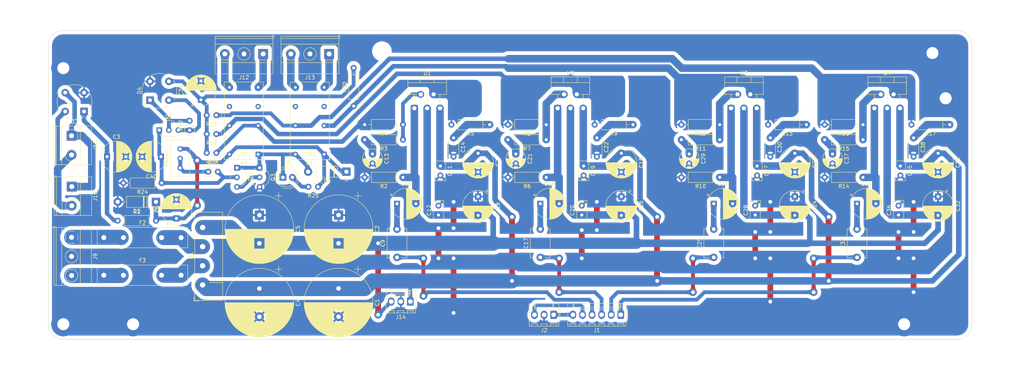
<source format=kicad_pcb>
(kicad_pcb (version 20211014) (generator pcbnew)
  (layers (0 "F.Cu" signal) (31 "B.Cu" signal) (34 "B.Paste" user) (35 "F.Paste" user) (36 "B.SilkS" user "B.Silkscreen") (37 "F.SilkS" user "F.Silkscreen") (38 "B.Mask" user) (39 "F.Mask" user) (44 "Edge.Cuts" user))
  (net 0 "")
  (net 1 "+24V")
  (net 2 "GND")
  (net 3 "-24V")
  (net 4 "/TDA2050Amp0/INPUT")
  (net 5 "+12V")
  (net 6 "/TDA2050Amp1/INPUT")
  (net 7 "Net-(C13-Pad1)")
  (net 8 "Net-(C17-Pad2)")
  (net 9 "/TDA2050Amp2/INPUT")
  (net 10 "Net-(C21-Pad1)")
  (net 11 "Net-(C25-Pad2)")
  (net 12 "/TDA2050Amp3/INPUT")
  (net 13 "Net-(C29-Pad1)")
  (net 14 "Net-(C33-Pad2)")
  (net 15 "Net-(C37-Pad1)")
  (net 16 "Net-(C38-Pad1)")
  (net 17 "Net-(C39-Pad1)")
  (net 18 "Net-(F2-Pad1)")
  (net 19 "Net-(F3-Pad1)")
  (net 20 "Net-(D4-Pad1)")
  (net 21 "Net-(D4-Pad2)")
  (net 22 "Net-(J1-Pad6)")
  (net 23 "Net-(D1-Pad2)")
  (net 24 "Net-(D1-Pad3)")
  (net 25 "Net-(J1-Pad5)")
  (net 26 "/Protector de Parlantes/Out-2")
  (net 27 "/Protector de Parlantes/Out-1")
  (net 28 "/Protector de Parlantes/Out-4")
  (net 29 "/Protector de Parlantes/Out-3")
  (net 30 "/Protector de Parlantes/In-3")
  (net 33 "/Protector de Parlantes/In-4")
  (net 34 "/Protector de Parlantes/In-1")
  (net 37 "/Protector de Parlantes/In-2")
  (net 38 "Net-(Q2-Pad3)")
  (net 39 "Net-(R3-Pad1)")
  (net 40 "Net-(R7-Pad1)")
  (net 41 "Net-(R11-Pad1)")
  (net 42 "Net-(R15-Pad1)")
  (net 43 "Net-(R23-Pad1)")
  (net 44 "Net-(C3-Pad1)")
  (net 45 "Net-(D2-Pad3)")
  (net 46 "Net-(D2-Pad4)")
  (net 47 "Net-(D5-Pad1)")
  (net 48 "Net-(D5-Pad2)")
  (net 49 "Net-(C10-Pad1)")
  (net 50 "Net-(C10-Pad2)")
  (net 51 "Net-(C14-Pad1)")
  (net 52 "Net-(C18-Pad2)")
  (net 53 "Net-(C22-Pad1)")
  (net 54 "Net-(C26-Pad2)")
  (net 55 "Net-(C30-Pad1)")
  (net 56 "Net-(C34-Pad2)")
  (net 57 "Net-(C40-Pad1)")
  (footprint "Capacitor_THT:C_Disc_D5.0mm_W2.5mm_P2.50mm" (layer "F.Cu") (at 250.5 97 90)
    (fp_text reference "C36")
    (fp_text value "0.1uF")
  )
  (footprint "" (layer "F.Cu") (at 263 66)
    (fp_text reference "")
    (fp_text value "")
  )
  (footprint "Capacitor_THT:CP_Radial_D8.0mm_P5.00mm" (layer "F.Cu") (at 177 92.097349 -90)
    (fp_text reference "C16")
    (fp_text value "220uF")
  )
  (footprint "Capacitor_THT:C_Disc_D5.0mm_W2.5mm_P5.00mm" (layer "F.Cu") (at 132.5 76.5 -90)
    (fp_text reference "C14")
    (fp_text value "0.1uF")
  )
  (footprint "Resistor_THT:R_Axial_DIN0207_L6.3mm_D2.5mm_P2.54mm_Vertical" (layer "F.Cu") (at 69.58 75.5 180)
    (fp_text reference "R19")
    (fp_text value "10k")
  )
  (footprint "TerminalBlock_Phoenix:TerminalBlock_Phoenix_MKDS-1,5-3-5.08_1x03_P5.08mm_Horizontal" (layer "F.Cu") (at 82 54.22 180)
    (fp_text reference "J12")
    (fp_text value "Conn_01x03")
  )
  (footprint "TerminalBlock_Phoenix:TerminalBlock_Phoenix_MKDS-1,5-2-5.08_1x02_P5.08mm_Horizontal" (layer "F.Cu") (at 31.24 89.455 -90)
    (fp_text reference "J10")
    (fp_text value "Conn_01x02")
  )
  (footprint "Capacitor_THT:CP_Radial_D8.0mm_P5.00mm" (layer "F.Cu") (at 155.5 94)
    (fp_text reference "C18")
    (fp_text value "1uF")
  )
  (footprint "Resistor_THT:R_Axial_DIN0207_L6.3mm_D2.5mm_P10.16mm_Horizontal" (layer "F.Cu") (at 203.08 77 180)
    (fp_text reference "R11")
    (fp_text value "680")
  )
  (footprint "Diode_THT:Diode_Bridge_Round_D9.0mm" (layer "F.Cu") (at 52 66.5 90)
    (fp_text reference "D4")
    (fp_text value "D_Bridge_+-AA")
  )
  (footprint "Resistor_THT:R_Axial_DIN0207_L6.3mm_D2.5mm_P10.16mm_Horizontal" (layer "F.Cu") (at 119.08 77 180)
    (fp_text reference "R3")
    (fp_text value "680")
  )
  (footprint "Resistor_THT:R_Axial_DIN0207_L6.3mm_D2.5mm_P10.16mm_Horizontal" (layer "F.Cu") (at 241.08 77 180)
    (fp_text reference "R15")
    (fp_text value "680")
  )
  (footprint "" (layer "F.Cu") (at 47.5 126)
    (fp_text reference "")
    (fp_text value "")
  )
  (footprint "Resistor_THT:R_Axial_DIN0207_L6.3mm_D2.5mm_P10.16mm_Horizontal" (layer "F.Cu") (at 180.08 73 180)
    (fp_text reference "R9")
    (fp_text value "4.7")
  )
  (footprint "Capacitor_THT:CP_Radial_D5.0mm_P2.50mm" (layer "F.Cu") (at 149 80.794888 -90)
    (fp_text reference "C21")
    (fp_text value "22uF")
  )
  (footprint "Resistor_THT:R_Axial_DIN0207_L6.3mm_D2.5mm_P10.16mm_Horizontal" (layer "F.Cu") (at 241.08 87 180)
    (fp_text reference "R14")
    (fp_text value "22k")
  )
  (footprint "Capacitor_THT:C_Disc_D7.5mm_W5.0mm_P7.50mm" (layer "F.Cu") (at 155.5 108.25 90)
    (fp_text reference "C17")
    (fp_text value "0.22uF")
  )
  (footprint "Resistor_THT:R_Axial_DIN0207_L6.3mm_D2.5mm_P10.16mm_Horizontal" (layer "F.Cu") (at 157.08 77 180)
    (fp_text reference "R7")
    (fp_text value "680")
  )
  (footprint "Resistor_THT:R_Axial_DIN0207_L6.3mm_D2.5mm_P10.16mm_Horizontal" (layer "F.Cu") (at 119.08 87 180)
    (fp_text reference "R2")
    (fp_text value "22k")
  )
  (footprint "Resistor_THT:R_Axial_DIN0207_L6.3mm_D2.5mm_P10.16mm_Horizontal" (layer "F.Cu") (at 106 68.08 90)
    (fp_text reference "R20")
    (fp_text value "10k")
  )
  (footprint "Package_TO_SOT_THT:TO-220-5_P3.4x3.7mm_StaggerOdd_Lead3.8mm_Vertical" (layer "F.Cu") (at 244.1 68.65)
    (fp_text reference "U4")
    (fp_text value "TDA2050")
  )
  (footprint "Resistor_THT:R_Axial_DIN0207_L6.3mm_D2.5mm_P2.54mm_Vertical" (layer "F.Cu") (at 69.58 80.5 180)
    (fp_text reference "R18")
    (fp_text value "10k")
  )
  (footprint "Relay_THT:Relay_DPDT_Omron_G5V-2" (layer "F.Cu") (at 80.6775 80.8825 180)
    (fp_text reference "K2")
    (fp_text value "HJR1-2C")
  )
  (footprint "Resistor_THT:R_Axial_DIN0207_L6.3mm_D2.5mm_P10.16mm_Horizontal" (layer "F.Cu") (at 142.08 73 180)
    (fp_text reference "R5")
    (fp_text value "4.7")
  )
  (footprint "MountingHole:MountingHole_3.2mm_M3" (layer "F.Cu") (at 113.5 53.5)
    (fp_text reference "REF**" hide)
    (fp_text value "MountingHole_3.2mm_M3" hide)
  )
  (footprint "Potentiometer_THT:Potentiometer_Bourns_3296W_Vertical" (layer "F.Cu") (at 60 79.45 90)
    (fp_text reference "RV1")
    (fp_text value "250K")
  )
  (footprint "TerminalBlock_Phoenix:TerminalBlock_Phoenix_MKDS-1,5-2-5.08_1x02_P5.08mm_Horizontal" (layer "F.Cu") (at 31.195 75.955 -90)
    (fp_text reference "J11")
    (fp_text value "Conn_01x02")
  )
  (footprint "Capacitor_THT:C_Disc_D5.0mm_W2.5mm_P2.50mm" (layer "F.Cu") (at 129 84 -90)
    (fp_text reference "C11")
    (fp_text value "0.1uF")
  )
  (footprint "Resistor_THT:R_Axial_DIN0207_L6.3mm_D2.5mm_P10.16mm_Horizontal" (layer "F.Cu") (at 157.08 87 180)
    (fp_text reference "R6")
    (fp_text value "22k")
  )
  (footprint "Package_TO_SOT_THT:TO-92L_Inline_Wide" (layer "F.Cu") (at 81.05 84.45 -90)
    (fp_text reference "Q3")
    (fp_text value "BC547")
  )
  (footprint "Capacitor_THT:CP_Radial_D18.0mm_P7.50mm" (layer "F.Cu") (at 102 116.5 -90)
    (fp_text reference "C1")
    (fp_text value "4700uF")
  )
  (footprint "Resistor_THT:R_Axial_DIN0207_L6.3mm_D2.5mm_P10.16mm_Horizontal" (layer "F.Cu") (at 203.08 73 180)
    (fp_text reference "R12")
    (fp_text value "33k")
  )
  (footprint "Diode_THT:D_DO-41_SOD81_P10.16mm_Horizontal" (layer "F.Cu") (at 53.58 93.5 180)
    (fp_text reference "D3")
    (fp_text value "1N4742A")
  )
  (footprint "Connector_Molex:Molex_KK-254_AE-6410-03A_1x03_P2.54mm_Vertical" (layer "F.Cu") (at 159.04 123.5 180)
    (fp_text reference "J2")
    (fp_text value "Conn_01x03")
  )
  (footprint "Package_TO_SOT_THT:TO-220-5_P3.4x3.7mm_StaggerOdd_Lead3.8mm_Vertical" (layer "F.Cu") (at 122.1 68.65)
    (fp_text reference "U1")
    (fp_text value "TDA2050")
  )
  (footprint "Capacitor_THT:C_Disc_D5.0mm_W2.5mm_P2.50mm" (layer "F.Cu") (at 212.5 97 90)
    (fp_text reference "C28")
    (fp_text value "0.1uF")
  )
  (footprint "Connector_Molex:Molex_KK-254_AE-6410-06A_1x06_P2.54mm_Vertical" (layer "F.Cu") (at 176.85 123.48 180)
    (fp_text reference "J1")
    (fp_text value "Conn_01x06")
  )
  (footprint "Resistor_THT:R_Axial_DIN0207_L6.3mm_D2.5mm_P2.54mm_Vertical" (layer "F.Cu") (at 69.58 70.5 180)
    (fp_text reference "R21")
    (fp_text value "10k")
  )
  (footprint "MountingHole:MountingHole_3.2mm_M3_Pad" (layer "F.Cu") (at 29 126)
    (fp_text reference "REF**" hide)
    (fp_text value "MountingHole_3.2mm_M3_Pad" hide)
  )
  (footprint "Fuse:Fuseholder_Littelfuse_445_030_series_5x20mm" (layer "F.Cu") (at 39.75 103)
    (fp_text reference "F2")
    (fp_text value "7.5A")
  )
  (footprint "Capacitor_THT:C_Disc_D5.0mm_W2.5mm_P5.00mm" (layer "F.Cu") (at 216.5 76.5 -90)
    (fp_text reference "C30")
    (fp_text value "0.1uF")
  )
  (footprint "Capacitor_THT:CP_Radial_D8.0mm_P5.00mm" (layer "F.Cu") (at 139 92.097349 -90)
    (fp_text reference "C8")
    (fp_text value "220uF")
  )
  (footprint "Package_TO_SOT_THT:TO-220-5_P3.4x3.7mm_StaggerOdd_Lead3.8mm_Vertical" (layer "F.Cu") (at 160.1 68.65)
    (fp_text reference "U2")
    (fp_text value "TDA2050")
  )
  (footprint "Resistor_THT:R_Axial_DIN0207_L6.3mm_D2.5mm_P2.54mm_Vertical" (layer "F.Cu") (at 67.455 85.5)
    (fp_text reference "R23")
    (fp_text value "10K")
  )
  (footprint "Diode_THT:Diode_Bridge_Vishay_KBU" (layer "F.Cu") (at 65.9425 115.5575 90)
    (fp_text reference "D1")
    (fp_text value "KBU6B")
  )
  (footprint "Capacitor_THT:CP_Radial_D8.0mm_P5.00mm" (layer "F.Cu") (at 261 92.097349 -90)
    (fp_text reference "C32")
    (fp_text value "220uF")
  )
  (footprint "" (layer "F.Cu") (at 29 58)
    (fp_text reference "")
    (fp_text value "")
  )
  (footprint "Capacitor_THT:CP_Radial_D8.0mm_P5.00mm" (layer "F.Cu") (at 177 80.597349 -90)
    (fp_text reference "C15")
    (fp_text value "220uF")
  )
  (footprint "" (layer "F.Cu") (at 252 126)
    (fp_text reference "")
    (fp_text value "")
  )
  (footprint "Resistor_THT:R_Axial_DIN0207_L6.3mm_D2.5mm_P10.16mm_Horizontal" (layer "F.Cu") (at 264.08 73 180)
    (fp_text reference "R17")
    (fp_text value "4.7")
  )
  (footprint "Capacitor_THT:C_Disc_D7.5mm_W5.0mm_P7.50mm" (layer "F.Cu") (at 117.5 108.25 90)
    (fp_text reference "C9")
    (fp_text value "0.22uF")
  )
  (footprint "Capacitor_THT:C_Disc_D5.0mm_W2.5mm_P5.00mm" (layer "F.Cu") (at 254.5 76.5 -90)
    (fp_text reference "C38")
    (fp_text value "0.1uF")
  )
  (footprint "Capacitor_THT:C_Disc_D5.0mm_W2.5mm_P2.50mm" (layer "F.Cu") (at 166.5 97 90)
    (fp_text reference "C20")
    (fp_text value "0.1uF")
  )
  (footprint "Relay_THT:Relay_DPDT_Omron_G5V-2" (layer "F.Cu") (at 98.1775 80.8825 180)
    (fp_text reference "K1")
    (fp_text value "HJR1-2C")
  )
  (footprint "Resistor_THT:R_Axial_DIN0207_L6.3mm_D2.5mm_P2.54mm_Vertical" (layer "F.Cu") (at 96.545 89.5 180)
    (fp_text reference "R25")
    (fp_text value "1k")
  )
  (footprint "Resistor_THT:R_Axial_DIN0207_L6.3mm_D2.5mm_P10.16mm_Horizontal" (layer "F.Cu") (at 119.08 73 180)
    (fp_text reference "R4")
    (fp_text value "33k")
  )
  (footprint "Capacitor_THT:C_Disc_D5.0mm_W2.5mm_P2.50mm" (layer "F.Cu") (at 167 84 -90)
    (fp_text reference "C19")
    (fp_text value "0.1uF")
  )
  (footprint "Capacitor_THT:CP_Radial_D8.0mm_P5.00mm" (layer "F.Cu") (at 261 80.597349 -90)
    (fp_text reference "C31")
    (fp_text value "220uF")
  )
  (footprint "LED_THT:LED_D5.0mm" (layer "F.Cu") (at 87.225 87)
    (fp_text reference "D5")
    (fp_text value "LED")
  )
  (footprint "Resistor_THT:R_Axial_DIN0207_L6.3mm_D2.5mm_P2.54mm_Vertical" (layer "F.Cu") (at 62.5 74.5 90)
    (fp_text reference "R22")
    (fp_text value "10k")
  )
  (footprint "Capacitor_THT:C_Disc_D7.5mm_W5.0mm_P7.50mm" (layer "F.Cu") (at 239.5 108.25 90)
    (fp_text reference "C33")
    (fp_text value "0.22uF")
  )
  (footprint "Capacitor_THT:CP_Radial_D5.0mm_P2.50mm" (layer "F.Cu") (at 195 80.794888 -90)
    (fp_text reference "C29")
    (fp_text value "22uF")
  )
  (footprint "Capacitor_THT:CP_Radial_D18.0mm_P7.50mm" (layer "F.Cu") (at 102 97.02222 -90)
    (fp_text reference "C2")
    (fp_text value "4700uF")
  )
  (footprint "Diode_THT:D_DO-41_SOD81_P10.16mm_Horizontal" (layer "F.Cu") (at 104.08 85.5 180)
    (fp_text reference "D6")
    (fp_text value "1N4007")
  )
  (footprint "TerminalBlock_Phoenix:TerminalBlock_Phoenix_MKDS-1,5-3-5.08_1x03_P5.08mm_Horizontal" (layer "F.Cu") (at 31.195 102.915 -90)
    (fp_text reference "J9")
    (fp_text value "Conn_01x03")
  )
  (footprint "Capacitor_THT:C_Disc_D5.0mm_W2.5mm_P5.00mm" (layer "F.Cu") (at 170.5 76.5 -90)
    (fp_text reference "C22")
    (fp_text value "0.1uF")
  )
  (footprint "Capacitor_THT:CP_Radial_D8.0mm_P5.00mm" (layer "F.Cu") (at 54.902651 81.5 180)
    (fp_text reference "C40")
    (fp_text value "220uF")
  )
  (footprint "" (layer "F.Cu") (at 259.49896 53.987037)
    (fp_text reference "")
    (fp_text value "")
  )
  (footprint "Package_TO_SOT_THT:TO-92L_Inline_Wide" (layer "F.Cu") (at 54.45 74.45)
    (fp_text reference "Q1")
    (fp_text value "BC546")
  )
  (footprint "Capacitor_THT:CP_Radial_D18.0mm_P7.50mm" (layer "F.Cu") (at 81 116.52222 -90)
    (fp_text reference "C4")
    (fp_text value "4700uF")
  )
  (footprint "Package_TO_SOT_THT:TO-220-5_P3.4x3.7mm_StaggerOdd_Lead3.8mm_Vertical" (layer "F.Cu") (at 206.1 68.65)
    (fp_text reference "U3")
    (fp_text value "TDA2050")
  )
  (footprint "Resistor_THT:R_Axial_DIN0207_L6.3mm_D2.5mm_P10.16mm_Horizontal" (layer "F.Cu") (at 55.08 88.5 180)
    (fp_text reference "R24")
    (fp_text value "39K")
  )
  (footprint "Capacitor_THT:CP_Radial_D5.0mm_P2.50mm" (layer "F.Cu") (at 233 80.794888 -90)
    (fp_text reference "C37")
    (fp_text value "22uF")
  )
  (footprint "Diode_THT:Diode_Bridge_Round_D9.0mm" (layer "F.Cu") (at 34.5 69.5 180)
    (fp_text reference "D2")
    (fp_text value "D_Bridge_+-AA")
  )
  (footprint "Capacitor_THT:C_Disc_D5.0mm_W2.5mm_P2.50mm" (layer "F.Cu") (at 251 84 -90)
    (fp_text reference "C35")
    (fp_text value "0.1uF")
  )
  (footprint "Capacitor_THT:CP_Radial_D8.0mm_P5.00mm" (layer "F.Cu") (at 117.5 94)
    (fp_text reference "C10")
    (fp_text value "1uF")
  )
  (footprint "Resistor_THT:R_Axial_DIN0207_L6.3mm_D2.5mm_P10.16mm_Horizontal" (layer "F.Cu") (at 203.08 87 180)
    (fp_text reference "R10")
    (fp_text value "22k")
  )
  (footprint "Capacitor_THT:CP_Radial_D5.0mm_P2.50mm" (layer "F.Cu") (at 111 80.794888 -90)
    (fp_text reference "C13")
    (fp_text value "22uF")
  )
  (footprint "Capacitor_THT:CP_Radial_D8.0mm_P5.00mm" (layer "F.Cu") (at 139 80.597349 -90)
    (fp_text reference "C7")
    (fp_text value "220uF")
  )
  (footprint "Resistor_THT:R_Axial_DIN0207_L6.3mm_D2.5mm_P10.16mm_Horizontal" (layer "F.Cu") (at 226.08 73 180)
    (fp_text reference "R13")
    (fp_text value "4.7")
  )
  (footprint "Fuse:Fuseholder_Littelfuse_445_030_series_5x20mm" (layer "F.Cu") (at 39.75 113)
    (fp_text reference "F3")
    (fp_text value "7.5A")
  )
  (footprint "Resistor_THT:R_Axial_DIN0207_L6.3mm_D2.5mm_P10.16mm_Horizontal" (layer "F.Cu") (at 43.42 98.5)
    (fp_text reference "R1")
    (fp_text value "22")
  )
  (footprint "Capacitor_THT:CP_Radial_D8.0mm_P5.00mm" (layer "F.Cu") (at 239.5 94)
    (fp_text reference "C34")
    (fp_text value "1uF")
  )
  (footprint "Capacitor_THT:CP_Radial_D8.0mm_P5.00mm" (layer "F.Cu") (at 40.597349 81.5)
    (fp_text reference "C3")
    (fp_text value "470uF")
  )
  (footprint "Capacitor_THT:C_Disc_D5.0mm_W2.5mm_P2.50mm" (layer "F.Cu") (at 128.5 97 90)
    (fp_text reference "C12")
    (fp_text value "0.1uF")
  )
  (footprint "Capacitor_THT:CP_Radial_D8.0mm_P5.00mm" (layer "F.Cu") (at 59 97.902651 90)
    (fp_text reference "C6")
    (fp_text value "220uF")
  )
  (footprint "Connector_Molex:Molex_KK-254_AE-6410-03A_1x03_P2.54mm_Vertical" (layer "F.Cu") (at 121.04 119.98 180)
    (fp_text reference "J14")
    (fp_text value "Conn_01x03")
  )
  (footprint "Capacitor_THT:CP_Radial_D8.0mm_P5.00mm" (layer "F.Cu") (at 65.5 66.402651 90)
    (fp_text reference "C39")
    (fp_text value "220uF")
  )
  (footprint "Capacitor_THT:CP_Radial_D8.0mm_P5.00mm" (layer "F.Cu") (at 201.5 94)
    (fp_text reference "C26")
    (fp_text value "1uF")
  )
  (footprint "Resistor_THT:R_Axial_DIN0207_L6.3mm_D2.5mm_P10.16mm_Horizontal" (layer "F.Cu") (at 157.08 73 180)
    (fp_text reference "R8")
    (fp_text value "33k")
  )
  (footprint "Resistor_THT:R_Axial_DIN0207_L6.3mm_D2.5mm_P10.16mm_Horizontal" (layer "F.Cu") (at 241.08 73 180)
    (fp_text reference "R16")
    (fp_text value "33k")
  )
  (footprint "Capacitor_THT:CP_Radial_D8.0mm_P5.00mm" (layer "F.Cu") (at 223 92.097349 -90)
    (fp_text reference "C24")
    (fp_text value "220uF")
  )
  (footprint "TerminalBlock_Phoenix:TerminalBlock_Phoenix_MKDS-1,5-3-5.08_1x03_P5.08mm_Horizontal" (layer "F.Cu") (at 99.5 54.22 180)
    (fp_text reference "J13")
    (fp_text value "Conn_01x03")
  )
  (footprint "Capacitor_THT:CP_Radial_D18.0mm_P7.50mm" (layer "F.Cu") (at 81 97.02222 -90)
    (fp_text reference "C5")
    (fp_text value "4700uF")
  )
  (footprint "Package_TO_SOT_THT:TO-92L_Inline_Wide" (layer "F.Cu") (at 75.05 84.45 -90)
    (fp_text reference "Q2")
    (fp_text value "BC546")
  )
  (footprint "Capacitor_THT:C_Disc_D5.0mm_W2.5mm_P2.50mm" (layer "F.Cu") (at 213 84 -90)
    (fp_text reference "C27")
    (fp_text value "0.1uF")
  )
  (footprint "Capacitor_THT:CP_Radial_D8.0mm_P5.00mm" (layer "F.Cu") (at 223 80.597349 -90)
    (fp_text reference "C23")
    (fp_text value "220uF")
  )
  (footprint "Capacitor_THT:C_Disc_D7.5mm_W5.0mm_P7.50mm" (layer "F.Cu") (at 201.5 108.25 90)
    (fp_text reference "C25")
    (fp_text value "0.22uF")
  )
  (gr_arc locked (start 29 130) (mid 26.171573 128.828427) (end 25 126) (layer "Edge.Cuts") (width 0.1))
  (gr_arc locked (start 270 126) (mid 268.828427 128.828427) (end 266 130) (layer "Edge.Cuts") (width 0.1))
  (gr_line locked (start 25 126) (end 25 52) (layer "Edge.Cuts") (width 0.1))
  (gr_arc locked (start 25 52) (mid 26.171573 49.171573) (end 29 48) (layer "Edge.Cuts") (width 0.1))
  (gr_line locked (start 266 130) (end 29 130) (layer "Edge.Cuts") (width 0.1))
  (gr_line locked (start 270 52) (end 270 126) (layer "Edge.Cuts") (width 0.1))
  (gr_arc locked (start 266 48) (mid 268.828427 49.171573) (end 270 52) (layer "Edge.Cuts") (width 0.1))
  (gr_line locked (start 29 48) (end 266 48) (layer "Edge.Cuts") (width 0.1))
  (segment (start 186.5 114.5) (end 186.451325 114.451325) (width 1.5) (layer "F.Cu") (net 1))
  (segment (start 186.451325 97.548675) (end 186.5 97.5) (width 1.5) (layer "F.Cu") (net 1))
  (segment (start 186.451325 114.451325) (end 186.451325 97.548675) (width 1.5) (layer "F.Cu") (net 1))
  (segment (start 231.951325 97.548675) (end 232 97.5) (width 1.5) (layer "F.Cu") (net 1))
  (segment (start 232 114.5) (end 231.951325 114.451325) (width 1.5) (layer "F.Cu") (net 1))
  (segment (start 148 114.5) (end 148 97.5) (width 1.5) (layer "F.Cu") (net 1))
  (segment (start 231.951325 114.451325) (end 231.951325 97.548675) (width 1.5) (layer "F.Cu") (net 1))
  (via (at 186.5 97.5) (size 2) (drill 1) (layers "F.Cu" "B.Cu") (net 1))
  (via (at 232 114.5) (size 2) (drill 1) (layers "F.Cu" "B.Cu") (net 1))
  (via (at 232 97.5) (size 2) (drill 1) (layers "F.Cu" "B.Cu") (net 1))
  (via (at 148 97.5) (size 2) (drill 1) (layers "F.Cu" "B.Cu") (net 1))
  (via (at 186.5 114.5) (size 2) (drill 1) (layers "F.Cu" "B.Cu") (net 1))
  (via (at 148 114.5) (size 2) (drill 1) (layers "F.Cu" "B.Cu") (net 1))
  (segment (start 250.9 68.65) (end 250.9 83.9) (width 2) (layer "B.Cu") (net 1))
  (segment (start 186.5 97.5) (end 186.451325 97.5) (width 1.5) (layer "B.Cu") (net 1))
  (segment (start 135.5 84) (end 129 84) (width 2) (layer "B.Cu") (net 1))
  (segment (start 266.5 84.5) (end 262.597349 80.597349) (width 1.5) (layer "B.Cu") (net 1))
  (segment (start 186.451325 97.5) (end 181.951325 93) (width 1.5) (layer "B.Cu") (net 1))
  (segment (start 121.04 119.98) (end 121.04 114.54) (width 1) (layer "B.Cu") (net 1))
  (segment (start 108.97778 116.52222) (end 81 116.52222) (width 4) (layer "B.Cu") (net 1))
  (segment (start 223 80.597349) (end 222.902651 80.597349) (width 2) (layer "B.Cu") (net 1))
  (segment (start 116 114.5) (end 121 114.5) (width 4) (layer "B.Cu") (net 1))
  (segment (start 176.902651 80.597349) (end 173.5 84) (width 2) (layer "B.Cu") (net 1))
  (segment (start 139 80.597349) (end 138.902651 80.597349) (width 2) (layer "B.Cu") (net 1))
  (segment (start 116 114.5) (end 111 114.5) (width 4) (layer "B.Cu") (net 1))
  (segment (start 111 114.5) (end 108.97778 116.52222) (width 4) (layer "B.Cu") (net 1))
  (segment (start 260.902651 80.597349) (end 257.5 84) (width 2) (layer "B.Cu") (net 1))
  (segment (start 257.5 84) (end 251 84) (width 2) (layer "B.Cu") (net 1))
  (segment (start 66.90722 116.52222) (end 65.9425 115.5575) (width 4) (layer "B.Cu") (net 1))
  (segment (start 266.5 107.5) (end 266.5 84.5) (width 1.5) (layer "B.Cu") (net 1))
  (segment (start 148 97.5) (end 143.5 93) (width 1.5) (layer "B.Cu") (net 1))
  (segment (start 212.9 83.9) (end 213 84) (width 2) (layer "B.Cu") (net 1))
  (segment (start 232 97.5) (end 231.951325 97.5) (width 1.5) (layer "B.Cu") (net 1))
  (segment (start 143.5 93) (end 143.5 83) (width 1.5) (layer "B.Cu") (net 1))
  (segment (start 166.9 83.9) (end 167 84) (width 2) (layer "B.Cu") (net 1))
  (segment (start 186.5 114.5) (end 148 114.5) (width 3) (layer "B.Cu") (net 1))
  (segment (start 232 114.5) (end 259.5 114.5) (width 1.5) (layer "B.Cu") (net 1))
  (segment (start 81 116.52222) (end 66.90722 116.52222) (width 4) (layer "B.Cu") (net 1))
  (segment (start 143.5 83) (end 141.097349 80.597349) (width 1.5) (layer "B.Cu") (net 1))
  (segment (start 250.9 83.9) (end 251 84) (width 2) (layer "B.Cu") (net 1))
  (segment (start 261 80.597349) (end 260.902651 80.597349) (width 2) (layer "B.Cu") (net 1))
  (segment (start 116.04 114.54) (end 116 114.5) (width 1) (layer "B.Cu") (net 1))
  (segment (start 222.902651 80.597349) (end 219.5 84) (width 2) (layer "B.Cu") (net 1))
  (segment (start 148 114.5) (end 116 114.5) (width 4) (layer "B.Cu") (net 1))
  (segment (start 212.9 68.65) (end 212.9 83.9) (width 2) (layer "B.Cu") (net 1))
  (segment (start 227.451325 93) (end 227.451325 83) (width 1.5) (layer "B.Cu") (net 1))
  (segment (start 262.597349 80.597349) (end 261 80.597349) (width 1.5) (layer "B.Cu") (net 1))
  (segment (start 141.097349 80.597349) (end 139 80.597349) (width 1.5) (layer "B.Cu") (net 1))
  (segment (start 232 114.5) (end 186.5 114.5) (width 2) (layer "B.Cu") (net 1))
  (segment (start 179.548674 80.597349) (end 177.451325 80.597349) (width 1.5) (layer "B.Cu") (net 1))
  (segment (start 259.5 114.5) (end 266.5 107.5) (width 1.5) (layer "B.Cu") (net 1))
  (segment (start 166.9 68.65) (end 166.9 83.9) (width 2) (layer "B.Cu") (net 1))
  (segment (start 128.9 83.9) (end 129 84) (width 2) (layer "B.Cu") (net 1))
  (segment (start 138.902651 80.597349) (end 135.5 84) (width 2) (layer "B.Cu") (net 1))
  (segment (start 128.9 68.65) (end 128.9 83.9) (width 2) (layer "B.Cu") (net 1))
  (segment (start 225.048674 80.597349) (end 222.951325 80.597349) (width 1.5) (layer "B.Cu") (net 1))
  (segment (start 173.5 84) (end 167 84) (width 2) (layer "B.Cu") (net 1))
  (segment (start 181.951325 83) (end 179.548674 80.597349) (width 1.5) (layer "B.Cu") (net 1))
  (segment (start 231.951325 97.5) (end 227.451325 93) (width 1.5) (layer "B.Cu") (net 1))
  (segment (start 177 80.597349) (end 176.902651 80.597349) (width 2) (layer "B.Cu") (net 1))
  (segment (start 227.451325 83) (end 225.048674 80.597349) (width 1.5) (layer "B.Cu") (net 1))
  (segment (start 219.5 84) (end 213 84) (width 2) (layer "B.Cu") (net 1))
  (segment (start 181.951325 93) (end 181.951325 83) (width 1.5) (layer "B.Cu") (net 1))
  (segment (start 212.5 101.5) (end 212.5 108.5) (width 1.5) (layer "F.Cu") (net 2))
  (segment (start 216.5 101.5) (end 216.5 93.5) (width 1.5) (layer "F.Cu") (net 2))
  (segment (start 132.5 100.5) (end 132.5 93.5) (width 1.5) (layer "F.Cu") (net 2))
  (segment (start 128.5 100.5) (end 128.5 108.5) (width 1.5) (layer "F.Cu") (net 2))
  (segment (start 166.5 101) (end 166.5 108.5) (width 1.5) (layer "F.Cu") (net 2))
  (segment (start 254.5 108.5) (end 254.5 117.5) (width 1.5) (layer "F.Cu") (net 2))
  (segment (start 254.5 101.5) (end 254.5 93.5) (width 1.5) (layer "F.Cu") (net 2))
  (segment (start 132.5 108.5) (end 132.5 123) (width 1.5) (layer "F.Cu") (net 2))
  (segment (start 170.5 101) (end 170.5 93.5) (width 1.5) (layer "F.Cu") (net 2))
  (segment (start 216.5 108.5) (end 216.5 120) (width 1.5) (layer "F.Cu") (net 2))
  (segment (start 250.5 101.5) (end 250.5 108.5) (width 1.5) (layer "F.Cu") (net 2))
  (via (at 128.5 100.5) (size 2) (drill 1) (layers "F.Cu" "B.Cu") (net 2))
  (via (at 254.5 117.5) (size 2) (drill 1) (layers "F.Cu" "B.Cu") (net 2))
  (via (at 128.5 108.5) (size 2) (drill 1) (layers "F.Cu" "B.Cu") (net 2))
  (via (at 166.5 108.5) (size 2) (drill 1) (layers "F.Cu" "B.Cu") (net 2))
  (via (at 170.5 101) (size 2) (drill 1) (layers "F.Cu" "B.Cu") (net 2))
  (via (at 254.5 93.5) (size 2) (drill 1) (layers "F.Cu" "B.Cu") (net 2))
  (via (at 212.5 108.5) (size 2) (drill 1) (layers "F.Cu" "B.Cu") (net 2))
  (via (at 216.5 120) (size 2) (drill 1) (layers "F.Cu" "B.Cu") (net 2))
  (via (at 170.5 93.5) (size 2) (drill 1) (layers "F.Cu" "B.Cu") (net 2))
  (via (at 216.5 93.5) (size 2) (drill 1) (layers "F.Cu" "B.Cu") (net 2))
  (via (at 132.5 100.5) (size 2) (drill 1) (layers "F.Cu" "B.Cu") (net 2))
  (via (at 254.5 101.5) (size 2) (drill 1) (layers "F.Cu" "B.Cu") (net 2))
  (via (at 212.5 101.5) (size 2) (drill 1) (layers "F.Cu" "B.Cu") (net 2))
  (via (at 216.5 108.5) (size 2) (drill 1) (layers "F.Cu" "B.Cu") (net 2))
  (via (at 166.5 101) (size 2) (drill 1) (layers "F.Cu" "B.Cu") (net 2))
  (via (at 132.5 108.5) (size 2) (drill 1) (layers "F.Cu" "B.Cu") (net 2))
  (via (at 250.5 108.5) (size 2) (drill 1) (layers "F.Cu" "B.Cu") (net 2))
  (via (at 132.5 123) (size 2) (drill 1) (layers "F.Cu" "B.Cu") (net 2))
  (via (at 254.5 108.5) (size 2) (drill 1) (layers "F.Cu" "B.Cu") (net 2))
  (via (at 250.5 101.5) (size 2) (drill 1) (layers "F.Cu" "B.Cu") (net 2))
  (via (at 132.5 93.5) (size 2) (drill 1) (layers "F.Cu" "B.Cu") (net 2))
  (via (at 216.5 101.5) (size 2) (drill 1) (layers "F.Cu" "B.Cu") (net 2))
  (segment (start 112.5 123.5) (end 112.5 104.5) (width 1.5) (layer "F.Cu") (net 3))
  (via (at 112.5 104.5) (size 2) (drill 1) (layers "F.Cu" "B.Cu") (net 3))
  (via (at 112.5 123.5) (size 2) (drill 1) (layers "F.Cu" "B.Cu") (net 3))
  (segment (start 143 98) (end 143 104.5) (width 1.5) (layer "B.Cu") (net 3))
  (segment (start 181 98) (end 181 104.5) (width 1.5) (layer "B.Cu") (net 3))
  (segment (start 163.5 68.65) (end 163.5 96) (width 2) (layer "B.Cu") (net 3))
  (segment (start 222.902651 97) (end 223 97.097349) (width 2) (layer "B.Cu") (net 3))
  (segment (start 112.5 123.44) (end 115.96 119.98) (width 1) (layer "B.Cu") (net 3))
  (segment (start 212.5 97) (end 222.902651 97) (width 2) (layer "B.Cu") (net 3))
  (segment (start 223 97.097349) (end 226.097349 97.097349) (width 1.5) (layer "B.Cu") (net 3))
  (segment (start 139 97.097349) (end 142.097349 97.097349) (width 1.5) (layer "B.Cu") (net 3))
  (segment (start 73.3175 100.3175) (end 65.9425 100.3175) (width 4) (layer "B.Cu") (net 3))
  (segment (start 247.5 96) (end 248.5 97) (width 2) (layer "B.Cu") (net 3))
  (segment (start 81 104.52222) (end 77.52222 104.52222) (width 4) (layer "B.Cu") (net 3))
  (segment (start 227 98) (end 227 104) (width 1.5) (layer "B.Cu") (net 3))
  (segment (start 176.902651 97) (end 177 97.097349) (width 2) (layer "B.Cu") (net 3))
  (segment (start 81 104.52222) (end 109.97778 104.52222) (width 4) (layer "B.Cu") (net 3))
  (segment (start 112.5 123.5) (end 112.5 123.44) (width 1) (layer "B.Cu") (net 3))
  (segment (start 109.97778 104.52222) (end 110 104.5) (width 4) (layer "B.Cu") (net 3))
  (segment (start 166.5 97) (end 176.902651 97) (width 2) (layer "B.Cu") (net 3))
  (segment (start 261 101) (end 261 97.097349) (width 1.5) (layer "B.Cu") (net 3))
  (segment (start 164.5 97) (end 166.5 97) (width 2) (layer "B.Cu") (net 3))
  (segment (start 181 104.5) (end 226.5 104.5) (width 2) (layer "B.Cu") (net 3))
  (segment (start 209.5 96) (end 210.5 97) (width 2) (layer "B.Cu") (net 3))
  (segment (start 163.5 96) (end 164.5 97) (width 2) (layer "B.Cu") (net 3))
  (segment (start 248.5 97) (end 250.5 97) (width 2) (layer "B.Cu") (net 3))
  (segment (start 250.5 97) (end 260.902651 97) (width 2) (layer "B.Cu") (net 3))
  (segment (start 209.5 68.65) (end 209.5 96) (width 2) (layer "B.Cu") (net 3))
  (segment (start 110 104.5) (end 143 104.5) (width 4) (layer "B.Cu") (net 3))
  (segment (start 126.5 97) (end 128.5 97) (width 2) (layer "B.Cu") (net 3))
  (segment (start 210.5 97) (end 212.5 97) (width 2) (layer "B.Cu") (net 3))
  (segment (start 260.902651 97) (end 261 97.097349) (width 2) (layer "B.Cu") (net 3))
  (segment (start 128.5 97) (end 138.902651 97) (width 2) (layer "B.Cu") (net 3))
  (segment (start 180.097349 97.097349) (end 181 98) (width 1.5) (layer "B.Cu") (net 3))
  (segment (start 257.5 104.5) (end 261 101) (width 1.5) (layer "B.Cu") (net 3))
  (segment (start 247.5 68.65) (end 247.5 96) (width 2) (layer "B.Cu") (net 3))
  (segment (start 227 104) (end 226.5 104.5) (width 1.5) (layer "B.Cu") (net 3))
  (segment (start 138.902651 97) (end 139 97.097349) (width 2) (layer "B.Cu") (net 3))
  (segment (start 226.5 104.5) (end 257.5 104.5) (width 1.5) (layer "B.Cu") (net 3))
  (segment (start 125.5 96) (end 126.5 97) (width 2) (layer "B.Cu") (net 3))
  (segment (start 143 104.5) (end 181 104.5) (width 3) (layer "B.Cu") (net 3))
  (segment (start 177 97.097349) (end 180.097349 97.097349) (width 1.5) (layer "B.Cu") (net 3))
  (segment (start 226.097349 97.097349) (end 227 98) (width 1.5) (layer "B.Cu") (net 3))
  (segment (start 125.5 68.65) (end 125.5 96) (width 2) (layer "B.Cu") (net 3))
  (segment (start 77.52222 104.52222) (end 73.3175 100.3175) (width 4) (layer "B.Cu") (net 3))
  (segment (start 142.097349 97.097349) (end 143 98) (width 1.5) (layer "B.Cu") (net 3))
  (segment (start 124.5 108.5) (end 124.5 118.5) (width 1) (layer "F.Cu") (net 4))
  (via (at 124.5 108.5) (size 2) (drill 1) (layers "F.Cu" "B.Cu") (net 4))
  (via (at 124.5 118.5) (size 2) (drill 1) (layers "F.Cu" "B.Cu") (net 4))
  (segment (start 124.25 108.25) (end 117.5 108.25) (width 1) (layer "B.Cu") (net 4))
  (segment (start 124.5 108.5) (end 124.25 108.25) (width 1) (layer "B.Cu") (net 4))
  (segment (start 159.25 119.5) (end 168.5 119.5) (width 1) (layer "B.Cu") (net 4))
  (segment (start 124.5 118.5) (end 125.5 117.5) (width 1) (layer "B.Cu") (net 4))
  (segment (start 169.23 120.23) (end 169.23 123.48) (width 1) (layer "B.Cu") (net 4))
  (segment (start 168.5 119.5) (end 169.23 120.23) (width 1) (layer "B.Cu") (net 4))
  (segment (start 157.25 117.5) (end 159.25 119.5) (width 1) (layer "B.Cu") (net 4))
  (segment (start 125.5 117.5) (end 157.25 117.5) (width 1) (layer "B.Cu") (net 4))
  (segment (start 64.5 82.5) (end 64.5 94.5) (width 1) (layer "F.Cu") (net 5))
  (via (at 64.5 82.5) (size 2) (drill 1) (layers "F.Cu" "B.Cu") (net 5))
  (via (at 64.5 94.5) (size 2) (drill 1) (layers "F.Cu" "B.Cu") (net 5))
  (segment (start 54.177349 97.902651) (end 53.58 98.5) (width 1) (layer "B.Cu") (net 5))
  (segment (start 98.1775 87.8675) (end 96.545 89.5) (width 1) (layer "B.Cu") (net 5))
  (segment (start 63.5 81.5) (end 63.5 81) (width 1) (layer "B.Cu") (net 5))
  (segment (start 64.5 82.5) (end 63.5 81.5) (width 1) (layer "B.Cu") (net 5))
  (segment (start 59 97.902651) (end 61.097349 97.902651) (width 1) (layer "B.Cu") (net 5))
  (segment (start 74.94 79) (end 96.295 79) (width 1) (layer "B.Cu") (net 5))
  (segment (start 65 83) (end 64.5 82.5) (width 1) (layer "B.Cu") (net 5))
  (segment (start 96.295 79) (end 98.1775 80.8825) (width 1) (layer "B.Cu") (net 5))
  (segment (start 102.795 85.5) (end 98.1775 80.8825) (width 1) (layer "B.Cu") (net 5))
  (segment (start 104.08 85.5) (end 102.795 85.5) (width 1) (layer "B.Cu") (net 5))
  (segment (start 59 97.902651) (end 54.177349 97.902651) (width 1) (layer "B.Cu") (net 5))
  (segment (start 73.0575 80.8825) (end 74.94 79) (width 1) (layer "B.Cu") (net 5))
  (segment (start 63.5 81) (end 61.95 79.45) (width 1) (layer "B.Cu") (net 5))
  (segment (start 53.58 98.5) (end 53.58 93.5) (width 1.2) (layer "B.Cu") (net 5))
  (segment (start 98.1775 80.8825) (end 98.1775 87.8675) (width 1) (layer "B.Cu") (net 5))
  (segment (start 70.94 83) (end 65 83) (width 1) (layer "B.Cu") (net 5))
  (segment (start 61.95 79.45) (end 60 79.45) (width 1) (layer "B.Cu") (net 5))
  (segment (start 61.097349 97.902651) (end 64.5 94.5) (width 1) (layer "B.Cu") (net 5))
  (segment (start 73.0575 80.8825) (end 70.94 83) (width 1) (layer "B.Cu") (net 5))
  (segment (start 160.5 108.5) (end 160.5 117.5) (width 1) (layer "F.Cu") (net 6))
  (via (at 160.5 117.5) (size 2) (drill 1) (layers "F.Cu" "B.Cu") (net 6))
  (via (at 160.5 108.5) (size 2) (drill 1) (layers "F.Cu" "B.Cu") (net 6))
  (segment (start 171.77 119.27) (end 171.77 123.48) (width 1) (layer "B.Cu") (net 6))
  (segment (start 160.5 117.5) (end 170 117.5) (width 1) (layer "B.Cu") (net 6))
  (segment (start 160.25 108.25) (end 160.5 108.5) (width 1) (layer "B.Cu") (net 6))
  (segment (start 155.5 108.25) (end 160.25 108.25) (width 1) (layer "B.Cu") (net 6))
  (segment (start 170 117.5) (end 171.77 119.27) (width 1) (layer "B.Cu") (net 6))
  (segment (start 111 80.794888) (end 111 79.08) (width 2) (layer "B.Cu") (net 7))
  (segment (start 111 79.08) (end 108.92 77) (width 2) (layer "B.Cu") (net 7))
  (segment (start 155.5 94) (end 155.5 100.75) (width 1.5) (layer "B.Cu") (net 8))
  (segment (start 196 108.5) (end 196 117.5) (width 1) (layer "F.Cu") (net 9))
  (via (at 196 108.5) (size 2) (drill 1) (layers "F.Cu" "B.Cu") (net 9))
  (via (at 196 117.5) (size 2) (drill 1) (layers "F.Cu" "B.Cu") (net 9))
  (segment (start 196.25 108.25) (end 201.5 108.25) (width 1) (layer "B.Cu") (net 9))
  (segment (start 196 108.5) (end 196.25 108.25) (width 1) (layer "B.Cu") (net 9))
  (segment (start 196 117.5) (end 176 117.5) (width 1) (layer "B.Cu") (net 9))
  (segment (start 174.31 119.19) (end 174.31 123.48) (width 1) (layer "B.Cu") (net 9))
  (segment (start 176 117.5) (end 174.31 119.19) (width 1) (layer "B.Cu") (net 9))
  (segment (start 149 80.794888) (end 149 79.08) (width 2) (layer "B.Cu") (net 10))
  (segment (start 149 79.08) (end 146.92 77) (width 2) (layer "B.Cu") (net 10))
  (segment (start 201.5 94) (end 201.5 100.75) (width 1.5) (layer "B.Cu") (net 11))
  (segment (start 228 117.5) (end 228 108.5) (width 1) (layer "F.Cu") (net 12))
  (via (at 228 108.5) (size 2) (drill 1) (layers "F.Cu" "B.Cu") (net 12))
  (via (at 228 117.5) (size 2) (drill 1) (layers "F.Cu" "B.Cu") (net 12))
  (segment (start 176.85 120.15) (end 176.85 123.48) (width 1) (layer "B.Cu") (net 12))
  (segment (start 228 108.5) (end 228.25 108.25) (width 1) (layer "B.Cu") (net 12))
  (segment (start 197 119.5) (end 177.5 119.5) (width 1) (layer "B.Cu") (net 12))
  (segment (start 228.25 108.25) (end 239.5 108.25) (width 1) (layer "B.Cu") (net 12))
  (segment (start 228 117.5) (end 199 117.5) (width 1) (layer "B.Cu") (net 12))
  (segment (start 177.5 119.5) (end 176.85 120.15) (width 1) (layer "B.Cu") (net 12))
  (segment (start 199 117.5) (end 197 119.5) (width 1) (layer "B.Cu") (net 12))
  (segment (start 195 80.794888) (end 195 79.08) (width 2) (layer "B.Cu") (net 13))
  (segment (start 195 79.08) (end 192.92 77) (width 2) (layer "B.Cu") (net 13))
  (segment (start 239.5 94) (end 239.5 100.75) (width 1.5) (layer "B.Cu") (net 14))
  (segment (start 233 80.794888) (end 233 79.08) (width 2) (layer "B.Cu") (net 15))
  (segment (start 233 79.08) (end 230.92 77) (width 2) (layer "B.Cu") (net 15))
  (segment (start 258 73) (end 264.08 73) (width 2) (layer "B.Cu") (net 16))
  (segment (start 254.5 76.5) (end 258 73) (width 2) (layer "B.Cu") (net 16))
  (segment (start 65.5 66.402651) (end 60.597349 61.5) (width 1) (layer "B.Cu") (net 17))
  (segment (start 60.597349 61.5) (end 57 61.5) (width 1) (layer "B.Cu") (net 17))
  (segment (start 67.04 67.942651) (end 65.5 66.402651) (width 1) (layer "B.Cu") (net 17))
  (segment (start 66.017349 66.402651) (end 66.92 65.5) (width 1) (layer "B.Cu") (net 17))
  (segment (start 106 57.92) (end 106 62.5) (width 1) (layer "B.Cu") (net 17))
  (segment (start 106 62.5) (end 103 65.5) (width 1) (layer "B.Cu") (net 17))
  (segment (start 103 65.5) (end 66.92 65.5) (width 1) (layer "B.Cu") (net 17))
  (segment (start 65.5 66.402651) (end 66.017349 66.402651) (width 1) (layer "B.Cu") (net 17))
  (segment (start 67.04 80.5) (end 67.04 67.942651) (width 1) (layer "B.Cu") (net 17))
  (segment (start 44.265 102.915) (end 44.35 103) (width 4) (layer "B.Cu") (net 18))
  (segment (start 31.195 102.915) (end 44.265 102.915) (width 4) (layer "B.Cu") (net 18))
  (segment (start 31.195 113.075) (end 44.275 113.075) (width 4) (layer "B.Cu") (net 19))
  (segment (start 44.275 113.075) (end 44.35 113) (width 4) (layer "B.Cu") (net 19))
  (segment (start 52 66.5) (end 57 71.5) (width 1) (layer "B.Cu") (net 20))
  (segment (start 62.5 71.96) (end 57.46 71.96) (width 1) (layer "B.Cu") (net 20))
  (segment (start 57 71.5) (end 56.99 71.51) (width 1) (layer "B.Cu") (net 20))
  (segment (start 56.99 71.51) (end 56.99 74.45) (width 1) (layer "B.Cu") (net 20))
  (segment (start 57.46 71.96) (end 57 71.5) (width 1) (layer "B.Cu") (net 20))
  (segment (start 62.5 74.5) (end 64 74.5) (width 1) (layer "B.Cu") (net 21))
  (segment (start 61.5 66.5) (end 57 66.5) (width 1) (layer "B.Cu") (net 21))
  (segment (start 62.45 74.45) (end 62.5 74.5) (width 1) (layer "B.Cu") (net 21))
  (segment (start 59.53 74.45) (end 62.45 74.45) (width 1) (layer "B.Cu") (net 21))
  (segment (start 64 74.5) (end 65 73.5) (width 1) (layer "B.Cu") (net 21))
  (segment (start 65 70) (end 61.5 66.5) (width 1) (layer "B.Cu") (net 21))
  (segment (start 65 73.5) (end 65 70) (width 1) (layer "B.Cu") (net 21))
  (segment (start 164.13 123.5) (end 164.15 123.48) (width 1) (layer "B.Cu") (net 22))
  (segment (start 159.04 123.5) (end 164.13 123.5) (width 1) (layer "B.Cu") (net 22))
  (segment (start 65.9425 110.4775) (end 62.7725 110.4775) (width 4) (layer "B.Cu") (net 23))
  (segment (start 62.7725 110.4775) (end 60.25 113) (width 4) (layer "B.Cu") (net 23))
  (segment (start 55.65 113) (end 60.25 113) (width 4) (layer "B.Cu") (net 23))
  (segment (start 60.25 103) (end 55.65 103) (width 4) (layer "B.Cu") (net 24))
  (segment (start 62.6475 105.3975) (end 60.25 103) (width 4) (layer "B.Cu") (net 24))
  (segment (start 65.9425 105.3975) (end 62.6475 105.3975) (width 4) (layer "B.Cu") (net 24))
  (segment (start 166.25 121) (end 166.69 121.44) (width 1) (layer "B.Cu") (net 25))
  (segment (start 166.69 121.44) (end 166.69 123.48) (width 1) (layer "B.Cu") (net 25))
  (segment (start 153.96 121.54) (end 154.5 121) (width 1) (layer "B.Cu") (net 25))
  (segment (start 153.96 123.5) (end 153.96 121.54) (width 1) (layer "B.Cu") (net 25))
  (segment (start 154.5 121) (end 166.25 121) (width 1) (layer "B.Cu") (net 25))
  (segment (start 71.84 61.885) (end 73.0575 63.1025) (width 2) (layer "B.Cu") (net 26))
  (segment (start 71.84 54.22) (end 71.84 61.885) (width 2) (layer "B.Cu") (net 26))
  (segment (start 82 54.22) (end 82 61.78) (width 2) (layer "B.Cu") (net 27))
  (segment (start 82 61.78) (end 80.6775 63.1025) (width 2) (layer "B.Cu") (net 27))
  (segment (start 89.34 61.885) (end 90.5575 63.1025) (width 2) (layer "B.Cu") (net 28))
  (segment (start 89.34 54.22) (end 89.34 61.885) (width 2) (layer "B.Cu") (net 28))
  (segment (start 99.5 61.78) (end 98.1775 63.1025) (width 2) (layer "B.Cu") (net 29))
  (segment (start 99.5 54.22) (end 99.5 61.78) (width 2) (layer "B.Cu") (net 29))
  (segment (start 211.2 62.7) (end 209 60.5) (width 2) (layer "B.Cu") (net 30))
  (segment (start 209 60.5) (end 192 60.5) (width 2) (layer "B.Cu") (net 30))
  (segment (start 146.5 57.5) (end 147 58) (width 1.2) (layer "B.Cu") (net 30))
  (segment (start 98.1775 73.2625) (end 100.7375 73.2625) (width 1.2) (layer "B.Cu") (net 30))
  (segment (start 192 60.5) (end 189.5 58) (width 2) (layer "B.Cu") (net 30))
  (segment (start 189.5 58) (end 147 58) (width 2) (layer "B.Cu") (net 30))
  (segment (start 100.7375 73.2625) (end 116.5 57.5) (width 1.2) (layer "B.Cu") (net 30))
  (segment (start 211.2 64.95) (end 211.2 62.7) (width 2) (layer "B.Cu") (net 30))
  (segment (start 116.5 57.5) (end 146.5 57.5) (width 1.2) (layer "B.Cu") (net 30))
  (segment (start 190.5 55.5) (end 147 55.5) (width 2) (layer "B.Cu") (net 33))
  (segment (start 94.7375 73.2625) (end 97 71) (width 1.2) (layer "B.Cu") (net 33))
  (segment (start 100 71) (end 115.5 55.5) (width 1.2) (layer "B.Cu") (net 33))
  (segment (start 249.2 62.7) (end 247.5 61) (width 2) (layer "B.Cu") (net 33))
  (segment (start 90.5575 73.2625) (end 94.7375 73.2625) (width 1.2) (layer "B.Cu") (net 33))
  (segment (start 227.5 58) (end 193 58) (width 2) (layer "B.Cu") (net 33))
  (segment (start 115.5 55.5) (end 147 55.5) (width 1.2) (layer "B.Cu") (net 33))
  (segment (start 73.21137 70.5) (end 73.71137 70) (width 1) (layer "B.Cu") (net 33))
  (segment (start 97 71) (end 100 71) (width 1.2) (layer "B.Cu") (net 33))
  (segment (start 193 58) (end 190.5 55.5) (width 2) (layer "B.Cu") (net 33))
  (segment (start 69.58 70.5) (end 73.21137 70.5) (width 1) (layer "B.Cu") (net 33))
  (segment (start 247.5 61) (end 230.5 61) (width 2) (layer "B.Cu") (net 33))
  (segment (start 73.71137 70) (end 84 70) (width 1) (layer "B.Cu") (net 33))
  (segment (start 249.2 64.95) (end 249.2 62.7) (width 2) (layer "B.Cu") (net 33))
  (segment (start 230.5 61) (end 227.5 58) (width 2) (layer "B.Cu") (net 33))
  (segment (start 87.2625 73.2625) (end 90.5575 73.2625) (width 1) (layer "B.Cu") (net 33))
  (segment (start 84 70) (end 87.2625 73.2625) (width 1) (layer "B.Cu") (net 33))
  (segment (start 76.8175 73.2625) (end 80.6775 73.2625) (width 1) (layer "B.Cu") (net 34))
  (segment (start 69.58 80.5) (end 76.8175 73.2625) (width 1) (layer "B.Cu") (net 34))
  (segment (start 103 77.5) (end 108.92 71.58) (width 1.2) (layer "B.Cu") (net 34))
  (segment (start 80.6775 73.2625) (end 84.915 77.5) (width 1.2) (layer "B.Cu") (net 34))
  (segment (start 108.92 71.58) (end 108.92 73) (width 1.2) (layer "B.Cu") (net 34))
  (segment (start 84.915 77.5) (end 103 77.5) (width 1.2) (layer "B.Cu") (net 34))
  (segment (start 146 60.5) (end 163.5 60.5) (width 1.2) (layer "B.Cu") (net 37))
  (segment (start 73.0575 73.2625) (end 74.82 71.5) (width 1.2) (layer "B.Cu") (net 37))
  (segment (start 101.5 75.5) (end 117.5 59.5) (width 1.2) (layer "B.Cu") (net 37))
  (segment (start 165.2 62.2) (end 165.2 64.95) (width 2) (layer "B.Cu") (net 37))
  (segment (start 145 59.5) (end 146 60.5) (width 1.2) (layer "B.Cu") (net 37))
  (segment (start 70.82 75.5) (end 69.58 75.5) (width 1) (layer "B.Cu") (net 37))
  (segment (start 82 71.5) (end 86 75.5) (width 1.2) (layer "B.Cu") (net 37))
  (segment (start 163.5 60.5) (end 165.2 62.2) (width 2) (layer "B.Cu") (net 37))
  (segment (start 74.82 71.5) (end 82 71.5) (width 1.2) (layer "B.Cu") (net 37))
  (segment (start 86 75.5) (end 101.5 75.5) (width 1.2) (layer "B.Cu") (net 37))
  (segment (start 73.0575 73.2625) (end 70.82 75.5) (width 1) (layer "B.Cu") (net 37))
  (segment (start 117.5 59.5) (end 145 59.5) (width 1.2) (layer "B.Cu") (net 37))
  (segment (start 76.47 89.53) (end 79.01 86.99) (width 1) (layer "B.Cu") (net 38))
  (segment (start 75.05 89.53) (end 76.47 89.53) (width 1) (layer "B.Cu") (net 38))
  (segment (start 79.01 86.99) (end 81.05 86.99) (width 1) (layer "B.Cu") (net 38))
  (segment (start 119.08 77) (end 119.08 67.42) (width 1) (layer "B.Cu") (net 39))
  (segment (start 119.08 67.42) (end 121.55 64.95) (width 1) (layer "B.Cu") (net 39))
  (segment (start 121.55 64.95) (end 123.8 64.95) (width 1) (layer "B.Cu") (net 39))
  (segment (start 157.08 77) (end 157.08 67.42) (width 2) (layer "B.Cu") (net 40))
  (segment (start 159.55 64.95) (end 161.8 64.95) (width 2) (layer "B.Cu") (net 40))
  (segment (start 157.08 67.42) (end 159.55 64.95) (width 2) (layer "B.Cu") (net 40))
  (segment (start 205.55 64.95) (end 207.8 64.95) (width 2) (layer "B.Cu") (net 41))
  (segment (start 203.08 67.42) (end 205.55 64.95) (width 2) (layer "B.Cu") (net 41))
  (segment (start 203.08 77) (end 203.08 67.42) (width 2) (layer "B.Cu") (net 41))
  (segment (start 241.08 77) (end 241.08 67.42) (width 2) (layer "B.Cu") (net 42))
  (segment (start 241.08 67.42) (end 243.55 64.95) (width 2) (layer "B.Cu") (net 42))
  (segment (start 243.55 64.95) (end 245.8 64.95) (width 2) (layer "B.Cu") (net 42))
  (segment (start 61 85.5) (end 60.03 84.53) (width 1) (layer "B.Cu") (net 43))
  (segment (start 67.455 85.5) (end 61 85.5) (width 1) (layer "B.Cu") (net 43))
  (segment (start 60.03 84.53) (end 60.03 81.99) (width 1) (layer "B.Cu") (net 43))
  (segment (start 40.597349 81.5) (end 40.597349 96.597349) (width 1.2) (layer "B.Cu") (net 44))
  (segment (start 34.5 69.5) (end 34.5 72) (width 1.2) (layer "B.Cu") (net 44))
  (segment (start 40.597349 78.097349) (end 40.597349 81.5) (width 1.2) (layer "B.Cu") (net 44))
  (segment (start 42.5 98.5) (end 43.42 98.5) (width 1) (layer "B.Cu") (net 44))
  (segment (start 40.597349 96.597349) (end 42.5 98.5) (width 1) (layer "B.Cu") (net 44))
  (segment (start 34.5 72) (end 40.597349 78.097349) (width 1.2) (layer "B.Cu") (net 44))
  (segment (start 31.195 75.955) (end 31.195 73.305) (width 1.2) (layer "B.Cu") (net 45))
  (segment (start 32 72.5) (end 32 67) (width 1.2) (layer "B.Cu") (net 45))
  (segment (start 32 67) (end 29.5 64.5) (width 1.2) (layer "B.Cu") (net 45))
  (segment (start 36.545 78.545) (end 36.545 89.455) (width 2) (layer "B.Cu") (net 45))
  (segment (start 31.195 75.955) (end 33.955 75.955) (width 2) (layer "B.Cu") (net 45))
  (segment (start 33.955 75.955) (end 36.545 78.545) (width 2) (layer "B.Cu") (net 45))
  (segment (start 31.24 89.455) (end 36.545 89.455) (width 2) (layer "B.Cu") (net 45))
  (segment (start 31.195 73.305) (end 32 72.5) (width 1.2) (layer "B.Cu") (net 45))
  (segment (start 31.195 81.035) (end 27.5 84.73) (width 2) (layer "B.Cu") (net 46))
  (segment (start 27.5 84.73) (end 27.5 93.5) (width 2) (layer "B.Cu") (net 46))
  (segment (start 29.5 69.5) (end 27.5 71.5) (width 1.2) (layer "B.Cu") (net 46))
  (segment (start 27.5 93.5) (end 28.535 94.535) (width 2) (layer "B.Cu") (net 46))
  (segment (start 27.5 71.5) (end 27.5 84.73) (width 1.2) (layer "B.Cu") (net 46))
  (segment (start 28.535 94.535) (end 31.24 94.535) (width 2) (layer "B.Cu") (net 46))
  (segment (start 93.92 85.5) (end 93.92 84.245) (width 1) (layer "B.Cu") (net 47))
  (segment (start 81.05 84.45) (end 81.05 81.255) (width 1) (layer "B.Cu") (net 47))
  (segment (start 81.05 81.255) (end 80.6775 80.8825) (width 1) (layer "B.Cu") (net 47))
  (segment (start 93.92 84.245) (end 90.5575 80.8825) (width 1) (layer "B.Cu") (net 47))
  (segment (start 75.05 84.45) (end 81.05 84.45) (width 1) (layer "B.Cu") (net 47))
  (segment (start 87.225 87) (end 87.225 80.99) (width 1) (layer "B.Cu") (net 47))
  (segment (start 90.5575 80.8825) (end 87.1175 80.8825) (width 1) (layer "B.Cu") (net 47))
  (segment (start 87.225 80.99) (end 87.1175 80.8825) (width 1) (layer "B.Cu") (net 47))
  (segment (start 87.1175 80.8825) (end 80.6775 80.8825) (width 1) (layer "B.Cu") (net 47))
  (segment (start 94.005 89.5) (end 92.265 89.5) (width 1) (layer "B.Cu") (net 48))
  (segment (start 92.265 89.5) (end 89.765 87) (width 1) (layer "B.Cu") (net 48))
  (segment (start 117.5 94) (end 117.5 100.75) (width 1.5) (layer "B.Cu") (net 49))
  (segment (start 121.7 87) (end 119.08 87) (width 2) (layer "B.Cu") (net 50))
  (segment (start 122.1 86.6) (end 121.7 87) (width 2) (layer "B.Cu") (net 50))
  (segment (start 122.1 68.65) (end 122.1 86.6) (width 2) (layer "B.Cu") (net 50))
  (segment (start 122.1 86.6) (end 122.5 87) (width 2) (layer "B.Cu") (net 50))
  (segment (start 122.5 87) (end 122.5 94) (width 2) (layer "B.Cu") (net 50))
  (segment (start 136 73) (end 142.08 73) (width 2) (layer "B.Cu") (net 51))
  (segment (start 132.5 76.5) (end 136 73) (width 2) (layer "B.Cu") (net 51))
  (segment (start 160.5 87) (end 160.5 94) (width 2) (layer "B.Cu") (net 52))
  (segment (start 160.1 86.6) (end 159.7 87) (width 2) (layer "B.Cu") (net 52))
  (segment (start 160.1 68.65) (end 160.1 86.6) (width 2) (layer "B.Cu") (net 52))
  (segment (start 160.1 86.6) (end 160.5 87) (width 2) (layer "B.Cu") (net 52))
  (segment (start 159.7 87) (end 157.08 87) (width 2) (layer "B.Cu") (net 52))
  (segment (start 174 73) (end 180.08 73) (width 2) (layer "B.Cu") (net 53))
  (segment (start 170.5 76.5) (end 174 73) (width 2) (layer "B.Cu") (net 53))
  (segment (start 206.5 87) (end 206.5 94) (width 2) (layer "B.Cu") (net 54))
  (segment (start 205.7 87) (end 203.08 87) (width 2) (layer "B.Cu") (net 54))
  (segment (start 206.1 86.6) (end 205.7 87) (width 2) (layer "B.Cu") (net 54))
  (segment (start 206.1 86.6) (end 206.5 87) (width 2) (layer "B.Cu") (net 54))
  (segment (start 206.1 68.65) (end 206.1 86.6) (width 2) (layer "B.Cu") (net 54))
  (segment (start 216.5 76.5) (end 220 73) (width 2) (layer "B.Cu") (net 55))
  (segment (start 220 73) (end 226.08 73) (width 2) (layer "B.Cu") (net 55))
  (segment (start 244.1 68.65) (end 244.1 86.6) (width 2) (layer "B.Cu") (net 56))
  (segment (start 243.7 87) (end 241.08 87) (width 2) (layer "B.Cu") (net 56))
  (segment (start 244.1 86.6) (end 243.7 87) (width 2) (layer "B.Cu") (net 56))
  (segment (start 244.5 87) (end 244.5 94) (width 2) (layer "B.Cu") (net 56))
  (segment (start 244.1 86.6) (end 244.5 87) (width 2) (layer "B.Cu") (net 56))
  (segment (start 54.45 81.047349) (end 54.902651 81.5) (width 1) (layer "B.Cu") (net 57))
  (segment (start 75.05 86.99) (end 71.485 86.99) (width 1) (layer "B.Cu") (net 57))
  (segment (start 55.08 81.677349) (end 54.902651 81.5) (width 1) (layer "B.Cu") (net 57))
  (segment (start 55.08 88.5) (end 55.08 81.677349) (width 1) (layer "B.Cu") (net 57))
  (segment (start 71.485 86.99) (end 69.995 85.5) (width 1) (layer "B.Cu") (net 57))
  (segment (start 71.485 87.015) (end 70 88.5) (width 1) (layer "B.Cu") (net 57))
  (segment (start 70 88.5) (end 55.08 88.5) (width 1) (layer "B.Cu") (net 57))
  (segment (start 71.485 86.99) (end 71.485 87.015) (width 1) (layer "B.Cu") (net 57))
  (segment (start 54.45 74.45) (end 54.45 81.047349) (width 1) (layer "B.Cu") (net 57))
  (zone (net 2) (net_name "GND") (layer "F.Cu") (priority 16962) (connect_pads yes (clearance 0)) (min_thickness 0.0254) (fill yes (thermal_gap 0.508) (thermal_bridge_width 0.508))
    (polygon (pts (xy 255.25 95.49) (xy 255.248687 95.268165) (xy 255.245999 95.069066) (xy 255.243811 94.889712) (xy 255.243998 94.727114) (xy 255.248436 94.578279) (xy 255.258998 94.440217) (xy 255.27756 94.309938) (xy 255.305998 94.184451) (xy 255.346186 94.060765) (xy 255.4 93.935889) (xy 254.5 93) (xy 253.6 93.935889) (xy 253.653813 94.060765) (xy 253.694001 94.184451) (xy 253.722439 94.309938) (xy 253.741001 94.440217) (xy 253.751563 94.578279) (xy 253.756001 94.727114) (xy 253.756188 94.889712) (xy 253.754 95.069066) (xy 253.751312 95.268165) (xy 253.75 95.49)))
  )
  (zone (net 2) (net_name "GND") (layer "F.Cu") (priority 16962) (connect_pads yes (clearance 0)) (min_thickness 0.0254) (fill yes (thermal_gap 0.508) (thermal_bridge_width 0.508))
    (polygon (pts (xy 255.25 110.49) (xy 255.248687 110.268165) (xy 255.245999 110.069066) (xy 255.243811 109.889712) (xy 255.243998 109.727114) (xy 255.248436 109.578279) (xy 255.258998 109.440217) (xy 255.27756 109.309938) (xy 255.305998 109.184451) (xy 255.346186 109.060765) (xy 255.4 108.935889) (xy 254.5 108) (xy 253.6 108.935889) (xy 253.653813 109.060765) (xy 253.694001 109.184451) (xy 253.722439 109.309938) (xy 253.741001 109.440217) (xy 253.751563 109.578279) (xy 253.756001 109.727114) (xy 253.756188 109.889712) (xy 253.754 110.069066) (xy 253.751312 110.268165) (xy 253.75 110.49)))
  )
  (zone (net 2) (net_name "GND") (layer "F.Cu") (priority 16962) (connect_pads yes (clearance 0)) (min_thickness 0.0254) (fill yes (thermal_gap 0.508) (thermal_bridge_width 0.508))
    (polygon (pts (xy 131.75 98.51) (xy 131.751312 98.731834) (xy 131.754 98.930933) (xy 131.756188 99.110287) (xy 131.756001 99.272885) (xy 131.751563 99.42172) (xy 131.741001 99.559782) (xy 131.722439 99.690061) (xy 131.694001 99.815548) (xy 131.653813 99.939234) (xy 131.6 100.064111) (xy 132.5 101) (xy 133.4 100.064111) (xy 133.346186 99.939234) (xy 133.305998 99.815548) (xy 133.27756 99.690061) (xy 133.258998 99.559782) (xy 133.248436 99.42172) (xy 133.243998 99.272885) (xy 133.243811 99.110287) (xy 133.245999 98.930933) (xy 133.248687 98.731834) (xy 133.25 98.51)))
  )
  (zone (net 2) (net_name "GND") (layer "F.Cu") (priority 16962) (connect_pads yes (clearance 0)) (min_thickness 0.0254) (fill yes (thermal_gap 0.508) (thermal_bridge_width 0.508))
    (polygon (pts (xy 249.75 106.51) (xy 249.751312 106.731834) (xy 249.754 106.930933) (xy 249.756188 107.110287) (xy 249.756001 107.272885) (xy 249.751563 107.42172) (xy 249.741001 107.559782) (xy 249.722439 107.690061) (xy 249.694001 107.815548) (xy 249.653813 107.939234) (xy 249.6 108.064111) (xy 250.5 109) (xy 251.4 108.064111) (xy 251.346186 107.939234) (xy 251.305998 107.815548) (xy 251.27756 107.690061) (xy 251.258998 107.559782) (xy 251.248436 107.42172) (xy 251.243998 107.272885) (xy 251.243811 107.110287) (xy 251.245999 106.930933) (xy 251.248687 106.731834) (xy 251.25 106.51)))
  )
  (zone (net 2) (net_name "GND") (layer "F.Cu") (priority 16962) (connect_pads yes (clearance 0)) (min_thickness 0.0254) (fill yes (thermal_gap 0.508) (thermal_bridge_width 0.508))
    (polygon (pts (xy 215.75 99.51) (xy 215.751312 99.731834) (xy 215.754 99.930933) (xy 215.756188 100.110287) (xy 215.756001 100.272885) (xy 215.751563 100.42172) (xy 215.741001 100.559782) (xy 215.722439 100.690061) (xy 215.694001 100.815548) (xy 215.653813 100.939234) (xy 215.6 101.064111) (xy 216.5 102) (xy 217.4 101.064111) (xy 217.346186 100.939234) (xy 217.305998 100.815548) (xy 217.27756 100.690061) (xy 217.258998 100.559782) (xy 217.248436 100.42172) (xy 217.243998 100.272885) (xy 217.243811 100.110287) (xy 217.245999 99.930933) (xy 217.248687 99.731834) (xy 217.25 99.51)))
  )
  (zone (net 12) (net_name "/TDA2050Amp3/INPUT") (layer "F.Cu") (priority 16962) (connect_pads yes (clearance 0)) (min_thickness 0.0254) (fill yes (thermal_gap 0.508) (thermal_bridge_width 0.508))
    (polygon (pts (xy 228.5 110.49) (xy 228.503645 110.267104) (xy 228.514739 110.075718) (xy 228.533517 109.90965) (xy 228.560217 109.762706) (xy 228.595075 109.628694) (xy 228.638326 109.501422) (xy 228.690208 109.374698) (xy 228.750957 109.24233) (xy 228.820808 109.098124) (xy 228.9 108.935889) (xy 228 108) (xy 227.1 108.935889) (xy 227.179191 109.098124) (xy 227.249042 109.24233) (xy 227.309791 109.374698) (xy 227.361673 109.501422) (xy 227.404924 109.628694) (xy 227.439782 109.762706) (xy 227.466482 109.90965) (xy 227.48526 110.075718) (xy 227.496354 110.267104) (xy 227.5 110.49)))
  )
  (zone (net 2) (net_name "GND") (layer "F.Cu") (priority 16962) (connect_pads yes (clearance 0)) (min_thickness 0.0254) (fill yes (thermal_gap 0.508) (thermal_bridge_width 0.508))
    (polygon (pts (xy 167.25 102.99) (xy 167.248687 102.768165) (xy 167.245999 102.569066) (xy 167.243811 102.389712) (xy 167.243998 102.227114) (xy 167.248436 102.078279) (xy 167.258998 101.940217) (xy 167.27756 101.809938) (xy 167.305998 101.684451) (xy 167.346186 101.560765) (xy 167.4 101.435889) (xy 166.5 100.5) (xy 165.6 101.435889) (xy 165.653813 101.560765) (xy 165.694001 101.684451) (xy 165.722439 101.809938) (xy 165.741001 101.940217) (xy 165.751563 102.078279) (xy 165.756001 102.227114) (xy 165.756188 102.389712) (xy 165.754 102.569066) (xy 165.751312 102.768165) (xy 165.75 102.99)))
  )
  (zone (net 2) (net_name "GND") (layer "F.Cu") (priority 16962) (connect_pads yes (clearance 0)) (min_thickness 0.0254) (fill yes (thermal_gap 0.508) (thermal_bridge_width 0.508))
    (polygon (pts (xy 169.75 99.01) (xy 169.751312 99.231834) (xy 169.754 99.430933) (xy 169.756188 99.610287) (xy 169.756001 99.772885) (xy 169.751563 99.92172) (xy 169.741001 100.059782) (xy 169.722439 100.190061) (xy 169.694001 100.315548) (xy 169.653813 100.439234) (xy 169.6 100.564111) (xy 170.5 101.5) (xy 171.4 100.564111) (xy 171.346186 100.439234) (xy 171.305998 100.315548) (xy 171.27756 100.190061) (xy 171.258998 100.059782) (xy 171.248436 99.92172) (xy 171.243998 99.772885) (xy 171.243811 99.610287) (xy 171.245999 99.430933) (xy 171.248687 99.231834) (xy 171.25 99.01)))
  )
  (zone (net 3) (net_name "-24V") (layer "F.Cu") (priority 16962) (connect_pads yes (clearance 0)) (min_thickness 0.0254) (fill yes (thermal_gap 0.508) (thermal_bridge_width 0.508))
    (polygon (pts (xy 113.25 106.49) (xy 113.248687 106.268165) (xy 113.245999 106.069066) (xy 113.243811 105.889712) (xy 113.243998 105.727114) (xy 113.248436 105.578279) (xy 113.258998 105.440217) (xy 113.27756 105.309938) (xy 113.305998 105.184451) (xy 113.346186 105.060765) (xy 113.4 104.935889) (xy 112.5 104) (xy 111.6 104.935889) (xy 111.653813 105.060765) (xy 111.694001 105.184451) (xy 111.722439 105.309938) (xy 111.741001 105.440217) (xy 111.751563 105.578279) (xy 111.756001 105.727114) (xy 111.756188 105.889712) (xy 111.754 106.069066) (xy 111.751312 106.268165) (xy 111.75 106.49)))
  )
  (zone (net 2) (net_name "GND") (layer "F.Cu") (priority 16962) (connect_pads yes (clearance 0)) (min_thickness 0.0254) (fill yes (thermal_gap 0.508) (thermal_bridge_width 0.508))
    (polygon (pts (xy 131.75 121.01) (xy 131.751312 121.231834) (xy 131.754 121.430933) (xy 131.756188 121.610287) (xy 131.756001 121.772885) (xy 131.751563 121.92172) (xy 131.741001 122.059782) (xy 131.722439 122.190061) (xy 131.694001 122.315548) (xy 131.653813 122.439234) (xy 131.6 122.564111) (xy 132.5 123.5) (xy 133.4 122.564111) (xy 133.346186 122.439234) (xy 133.305998 122.315548) (xy 133.27756 122.190061) (xy 133.258998 122.059782) (xy 133.248436 121.92172) (xy 133.243998 121.772885) (xy 133.243811 121.610287) (xy 133.245999 121.430933) (xy 133.248687 121.231834) (xy 133.25 121.01)))
  )
  (zone (net 1) (net_name "+24V") (layer "F.Cu") (priority 16962) (connect_pads yes (clearance 0)) (min_thickness 0.0254) (fill yes (thermal_gap 0.508) (thermal_bridge_width 0.508))
    (polygon (pts (xy 185.701325 112.491325) (xy 185.703076 112.721488) (xy 185.707014 112.927778) (xy 185.71116 113.113438) (xy 185.71354 113.281714) (xy 185.712177 113.43585) (xy 185.705093 113.579091) (xy 185.690314 113.714681) (xy 185.665862 113.845866) (xy 185.629762 113.97589) (xy 185.580037 114.107998) (xy 186.5241 114.999418) (xy 187.377943 114.021237) (xy 187.319246 113.900622) (xy 187.274634 113.780288) (xy 187.242244 113.65743) (xy 187.220215 113.529246) (xy 187.206684 113.392933) (xy 187.199789 113.245688) (xy 187.197667 113.084708) (xy 187.198458 112.907189) (xy 187.200297 112.710329) (xy 187.201325 112.491325)))
  )
  (zone (net 1) (net_name "+24V") (layer "F.Cu") (priority 16962) (connect_pads yes (clearance 0)) (min_thickness 0.0254) (fill yes (thermal_gap 0.508) (thermal_bridge_width 0.508))
    (polygon (pts (xy 147.25 112.51) (xy 147.251312 112.731834) (xy 147.254 112.930933) (xy 147.256188 113.110287) (xy 147.256001 113.272885) (xy 147.251563 113.42172) (xy 147.241001 113.559782) (xy 147.222439 113.690061) (xy 147.194001 113.815548) (xy 147.153813 113.939234) (xy 147.1 114.064111) (xy 148 115) (xy 148.9 114.064111) (xy 148.846186 113.939234) (xy 148.805998 113.815548) (xy 148.77756 113.690061) (xy 148.758998 113.559782) (xy 148.748436 113.42172) (xy 148.743998 113.272885) (xy 148.743811 113.110287) (xy 148.745999 112.930933) (xy 148.748687 112.731834) (xy 148.75 112.51)))
  )
  (zone (net 5) (net_name "+12V") (layer "F.Cu") (priority 16962) (connect_pads yes (clearance 0)) (min_thickness 0.0254) (fill yes (thermal_gap 0.508) (thermal_bridge_width 0.508))
    (polygon (pts (xy 65 84.49) (xy 65.003645 84.267104) (xy 65.014739 84.075718) (xy 65.033517 83.90965) (xy 65.060217 83.762706) (xy 65.095075 83.628694) (xy 65.138326 83.501422) (xy 65.190208 83.374698) (xy 65.250957 83.24233) (xy 65.320808 83.098124) (xy 65.4 82.935889) (xy 64.5 82) (xy 63.6 82.935889) (xy 63.679191 83.098124) (xy 63.749042 83.24233) (xy 63.809791 83.374698) (xy 63.861673 83.501422) (xy 63.904924 83.628694) (xy 63.939782 83.762706) (xy 63.966482 83.90965) (xy 63.98526 84.075718) (xy 63.996354 84.267104) (xy 64 84.49)))
  )
  (zone (net 1) (net_name "+24V") (layer "F.Cu") (priority 16962) (connect_pads yes (clearance 0)) (min_thickness 0.0254) (fill yes (thermal_gap 0.508) (thermal_bridge_width 0.508))
    (polygon (pts (xy 187.201325 99.508675) (xy 187.200297 99.28967) (xy 187.198458 99.09281) (xy 187.197667 98.915291) (xy 187.199789 98.754311) (xy 187.206684 98.607066) (xy 187.220215 98.470753) (xy 187.242244 98.342569) (xy 187.274634 98.219711) (xy 187.319246 98.099377) (xy 187.377943 97.978763) (xy 186.5241 97.000582) (xy 185.580037 97.892002) (xy 185.629762 98.024109) (xy 185.665862 98.154133) (xy 185.690314 98.285318) (xy 185.705093 98.420908) (xy 185.712177 98.564149) (xy 185.71354 98.718285) (xy 185.71116 98.886561) (xy 185.707014 99.072221) (xy 185.703076 99.278511) (xy 185.701325 99.508675)))
  )
  (zone (net 2) (net_name "GND") (layer "F.Cu") (priority 16962) (connect_pads yes (clearance 0)) (min_thickness 0.0254) (fill yes (thermal_gap 0.508) (thermal_bridge_width 0.508))
    (polygon (pts (xy 165.75 106.51) (xy 165.751312 106.731834) (xy 165.754 106.930933) (xy 165.756188 107.110287) (xy 165.756001 107.272885) (xy 165.751563 107.42172) (xy 165.741001 107.559782) (xy 165.722439 107.690061) (xy 165.694001 107.815548) (xy 165.653813 107.939234) (xy 165.6 108.064111) (xy 166.5 109) (xy 167.4 108.064111) (xy 167.346186 107.939234) (xy 167.305998 107.815548) (xy 167.27756 107.690061) (xy 167.258998 107.559782) (xy 167.248436 107.42172) (xy 167.243998 107.272885) (xy 167.243811 107.110287) (xy 167.245999 106.930933) (xy 167.248687 106.731834) (xy 167.25 106.51)))
  )
  (zone (net 2) (net_name "GND") (layer "F.Cu") (priority 16962) (connect_pads yes (clearance 0)) (min_thickness 0.0254) (fill yes (thermal_gap 0.508) (thermal_bridge_width 0.508))
    (polygon (pts (xy 133.25 110.49) (xy 133.248687 110.268165) (xy 133.245999 110.069066) (xy 133.243811 109.889712) (xy 133.243998 109.727114) (xy 133.248436 109.578279) (xy 133.258998 109.440217) (xy 133.27756 109.309938) (xy 133.305998 109.184451) (xy 133.346186 109.060765) (xy 133.4 108.935889) (xy 132.5 108) (xy 131.6 108.935889) (xy 131.653813 109.060765) (xy 131.694001 109.184451) (xy 131.722439 109.309938) (xy 131.741001 109.440217) (xy 131.751563 109.578279) (xy 131.756001 109.727114) (xy 131.756188 109.889712) (xy 131.754 110.069066) (xy 131.751312 110.268165) (xy 131.75 110.49)))
  )
  (zone (net 2) (net_name "GND") (layer "F.Cu") (priority 16962) (connect_pads yes (clearance 0)) (min_thickness 0.0254) (fill yes (thermal_gap 0.508) (thermal_bridge_width 0.508))
    (polygon (pts (xy 217.25 110.49) (xy 217.248687 110.268165) (xy 217.245999 110.069066) (xy 217.243811 109.889712) (xy 217.243998 109.727114) (xy 217.248436 109.578279) (xy 217.258998 109.440217) (xy 217.27756 109.309938) (xy 217.305998 109.184451) (xy 217.346186 109.060765) (xy 217.4 108.935889) (xy 216.5 108) (xy 215.6 108.935889) (xy 215.653813 109.060765) (xy 215.694001 109.184451) (xy 215.722439 109.309938) (xy 215.741001 109.440217) (xy 215.751563 109.578279) (xy 215.756001 109.727114) (xy 215.756188 109.889712) (xy 215.754 110.069066) (xy 215.751312 110.268165) (xy 215.75 110.49)))
  )
  (zone (net 1) (net_name "+24V") (layer "F.Cu") (priority 16962) (connect_pads yes (clearance 0)) (min_thickness 0.0254) (fill yes (thermal_gap 0.508) (thermal_bridge_width 0.508))
    (polygon (pts (xy 231.201325 112.491325) (xy 231.203076 112.721488) (xy 231.207014 112.927778) (xy 231.21116 113.113438) (xy 231.21354 113.281714) (xy 231.212177 113.43585) (xy 231.205093 113.579091) (xy 231.190314 113.714681) (xy 231.165862 113.845866) (xy 231.129762 113.97589) (xy 231.080037 114.107998) (xy 232.0241 114.999418) (xy 232.877943 114.021237) (xy 232.819246 113.900622) (xy 232.774634 113.780288) (xy 232.742244 113.65743) (xy 232.720215 113.529246) (xy 232.706684 113.392933) (xy 232.699789 113.245688) (xy 232.697667 113.084708) (xy 232.698458 112.907189) (xy 232.700297 112.710329) (xy 232.701325 112.491325)))
  )
  (zone (net 4) (net_name "/TDA2050Amp0/INPUT") (layer "F.Cu") (priority 16962) (connect_pads yes (clearance 0)) (min_thickness 0.0254) (fill yes (thermal_gap 0.508) (thermal_bridge_width 0.508))
    (polygon (pts (xy 124 116.51) (xy 123.996354 116.732895) (xy 123.98526 116.924281) (xy 123.966482 117.090349) (xy 123.939782 117.237293) (xy 123.904924 117.371305) (xy 123.861673 117.498577) (xy 123.809791 117.625301) (xy 123.749042 117.757669) (xy 123.679191 117.901875) (xy 123.6 118.064111) (xy 124.5 119) (xy 125.4 118.064111) (xy 125.320808 117.901875) (xy 125.250957 117.757669) (xy 125.190208 117.625301) (xy 125.138326 117.498577) (xy 125.095075 117.371305) (xy 125.060217 117.237293) (xy 125.033517 117.090349) (xy 125.014739 116.924281) (xy 125.003645 116.732895) (xy 125 116.51)))
  )
  (zone (net 9) (net_name "/TDA2050Amp2/INPUT") (layer "F.Cu") (priority 16962) (connect_pads yes (clearance 0)) (min_thickness 0.0254) (fill yes (thermal_gap 0.508) (thermal_bridge_width 0.508))
    (polygon (pts (xy 195.5 115.51) (xy 195.496354 115.732895) (xy 195.48526 115.924281) (xy 195.466482 116.090349) (xy 195.439782 116.237293) (xy 195.404924 116.371305) (xy 195.361673 116.498577) (xy 195.309791 116.625301) (xy 195.249042 116.757669) (xy 195.179191 116.901875) (xy 195.1 117.064111) (xy 196 118) (xy 196.9 117.064111) (xy 196.820808 116.901875) (xy 196.750957 116.757669) (xy 196.690208 116.625301) (xy 196.638326 116.498577) (xy 196.595075 116.371305) (xy 196.560217 116.237293) (xy 196.533517 116.090349) (xy 196.514739 115.924281) (xy 196.503645 115.732895) (xy 196.5 115.51)))
  )
  (zone (net 2) (net_name "GND") (layer "F.Cu") (priority 16962) (connect_pads yes (clearance 0)) (min_thickness 0.0254) (fill yes (thermal_gap 0.508) (thermal_bridge_width 0.508))
    (polygon (pts (xy 217.25 95.49) (xy 217.248687 95.268165) (xy 217.245999 95.069066) (xy 217.243811 94.889712) (xy 217.243998 94.727114) (xy 217.248436 94.578279) (xy 217.258998 94.440217) (xy 217.27756 94.309938) (xy 217.305998 94.184451) (xy 217.346186 94.060765) (xy 217.4 93.935889) (xy 216.5 93) (xy 215.6 93.935889) (xy 215.653813 94.060765) (xy 215.694001 94.184451) (xy 215.722439 94.309938) (xy 215.741001 94.440217) (xy 215.751563 94.578279) (xy 215.756001 94.727114) (xy 215.756188 94.889712) (xy 215.754 95.069066) (xy 215.751312 95.268165) (xy 215.75 95.49)))
  )
  (zone (net 2) (net_name "GND") (layer "F.Cu") (priority 16962) (connect_pads yes (clearance 0)) (min_thickness 0.0254) (fill yes (thermal_gap 0.508) (thermal_bridge_width 0.508))
    (polygon (pts (xy 253.75 99.51) (xy 253.751312 99.731834) (xy 253.754 99.930933) (xy 253.756188 100.110287) (xy 253.756001 100.272885) (xy 253.751563 100.42172) (xy 253.741001 100.559782) (xy 253.722439 100.690061) (xy 253.694001 100.815548) (xy 253.653813 100.939234) (xy 253.6 101.064111) (xy 254.5 102) (xy 255.4 101.064111) (xy 255.346186 100.939234) (xy 255.305998 100.815548) (xy 255.27756 100.690061) (xy 255.258998 100.559782) (xy 255.248436 100.42172) (xy 255.243998 100.272885) (xy 255.243811 100.110287) (xy 255.245999 99.930933) (xy 255.248687 99.731834) (xy 255.25 99.51)))
  )
  (zone (net 2) (net_name "GND") (layer "F.Cu") (priority 16962) (connect_pads yes (clearance 0)) (min_thickness 0.0254) (fill yes (thermal_gap 0.508) (thermal_bridge_width 0.508))
    (polygon (pts (xy 127.75 106.51) (xy 127.751312 106.731834) (xy 127.754 106.930933) (xy 127.756188 107.110287) (xy 127.756001 107.272885) (xy 127.751563 107.42172) (xy 127.741001 107.559782) (xy 127.722439 107.690061) (xy 127.694001 107.815548) (xy 127.653813 107.939234) (xy 127.6 108.064111) (xy 128.5 109) (xy 129.4 108.064111) (xy 129.346186 107.939234) (xy 129.305998 107.815548) (xy 129.27756 107.690061) (xy 129.258998 107.559782) (xy 129.248436 107.42172) (xy 129.243998 107.272885) (xy 129.243811 107.110287) (xy 129.245999 106.930933) (xy 129.248687 106.731834) (xy 129.25 106.51)))
  )
  (zone (net 9) (net_name "/TDA2050Amp2/INPUT") (layer "F.Cu") (priority 16962) (connect_pads yes (clearance 0)) (min_thickness 0.0254) (fill yes (thermal_gap 0.508) (thermal_bridge_width 0.508))
    (polygon (pts (xy 196.5 110.49) (xy 196.503645 110.267104) (xy 196.514739 110.075718) (xy 196.533517 109.90965) (xy 196.560217 109.762706) (xy 196.595075 109.628694) (xy 196.638326 109.501422) (xy 196.690208 109.374698) (xy 196.750957 109.24233) (xy 196.820808 109.098124) (xy 196.9 108.935889) (xy 196 108) (xy 195.1 108.935889) (xy 195.179191 109.098124) (xy 195.249042 109.24233) (xy 195.309791 109.374698) (xy 195.361673 109.501422) (xy 195.404924 109.628694) (xy 195.439782 109.762706) (xy 195.466482 109.90965) (xy 195.48526 110.075718) (xy 195.496354 110.267104) (xy 195.5 110.49)))
  )
  (zone (net 2) (net_name "GND") (layer "F.Cu") (priority 16962) (connect_pads yes (clearance 0)) (min_thickness 0.0254) (fill yes (thermal_gap 0.508) (thermal_bridge_width 0.508))
    (polygon (pts (xy 251.25 103.49) (xy 251.248687 103.268165) (xy 251.245999 103.069066) (xy 251.243811 102.889712) (xy 251.243998 102.727114) (xy 251.248436 102.578279) (xy 251.258998 102.440217) (xy 251.27756 102.309938) (xy 251.305998 102.184451) (xy 251.346186 102.060765) (xy 251.4 101.935889) (xy 250.5 101) (xy 249.6 101.935889) (xy 249.653813 102.060765) (xy 249.694001 102.184451) (xy 249.722439 102.309938) (xy 249.741001 102.440217) (xy 249.751563 102.578279) (xy 249.756001 102.727114) (xy 249.756188 102.889712) (xy 249.754 103.069066) (xy 249.751312 103.268165) (xy 249.75 103.49)))
  )
  (zone (net 2) (net_name "GND") (layer "F.Cu") (priority 16962) (connect_pads yes (clearance 0)) (min_thickness 0.0254) (fill yes (thermal_gap 0.508) (thermal_bridge_width 0.508))
    (polygon (pts (xy 213.25 103.49) (xy 213.248687 103.268165) (xy 213.245999 103.069066) (xy 213.243811 102.889712) (xy 213.243998 102.727114) (xy 213.248436 102.578279) (xy 213.258998 102.440217) (xy 213.27756 102.309938) (xy 213.305998 102.184451) (xy 213.346186 102.060765) (xy 213.4 101.935889) (xy 212.5 101) (xy 211.6 101.935889) (xy 211.653813 102.060765) (xy 211.694001 102.184451) (xy 211.722439 102.309938) (xy 211.741001 102.440217) (xy 211.751563 102.578279) (xy 211.756001 102.727114) (xy 211.756188 102.889712) (xy 211.754 103.069066) (xy 211.751312 103.268165) (xy 211.75 103.49)))
  )
  (zone (net 2) (net_name "GND") (layer "F.Cu") (priority 16962) (connect_pads yes (clearance 0)) (min_thickness 0.0254) (fill yes (thermal_gap 0.508) (thermal_bridge_width 0.508))
    (polygon (pts (xy 253.75 115.51) (xy 253.751312 115.731834) (xy 253.754 115.930933) (xy 253.756188 116.110287) (xy 253.756001 116.272885) (xy 253.751563 116.42172) (xy 253.741001 116.559782) (xy 253.722439 116.690061) (xy 253.694001 116.815548) (xy 253.653813 116.939234) (xy 253.6 117.064111) (xy 254.5 118) (xy 255.4 117.064111) (xy 255.346186 116.939234) (xy 255.305998 116.815548) (xy 255.27756 116.690061) (xy 255.258998 116.559782) (xy 255.248436 116.42172) (xy 255.243998 116.272885) (xy 255.243811 116.110287) (xy 255.245999 115.930933) (xy 255.248687 115.731834) (xy 255.25 115.51)))
  )
  (zone (net 12) (net_name "/TDA2050Amp3/INPUT") (layer "F.Cu") (priority 16962) (connect_pads yes (clearance 0)) (min_thickness 0.0254) (fill yes (thermal_gap 0.508) (thermal_bridge_width 0.508))
    (polygon (pts (xy 227.5 115.51) (xy 227.496354 115.732895) (xy 227.48526 115.924281) (xy 227.466482 116.090349) (xy 227.439782 116.237293) (xy 227.404924 116.371305) (xy 227.361673 116.498577) (xy 227.309791 116.625301) (xy 227.249042 116.757669) (xy 227.179191 116.901875) (xy 227.1 117.064111) (xy 228 118) (xy 228.9 117.064111) (xy 228.820808 116.901875) (xy 228.750957 116.757669) (xy 228.690208 116.625301) (xy 228.638326 116.498577) (xy 228.595075 116.371305) (xy 228.560217 116.237293) (xy 228.533517 116.090349) (xy 228.514739 115.924281) (xy 228.503645 115.732895) (xy 228.5 115.51)))
  )
  (zone (net 2) (net_name "GND") (layer "F.Cu") (priority 16962) (connect_pads yes (clearance 0)) (min_thickness 0.0254) (fill yes (thermal_gap 0.508) (thermal_bridge_width 0.508))
    (polygon (pts (xy 215.75 118.01) (xy 215.751312 118.231834) (xy 215.754 118.430933) (xy 215.756188 118.610287) (xy 215.756001 118.772885) (xy 215.751563 118.92172) (xy 215.741001 119.059782) (xy 215.722439 119.190061) (xy 215.694001 119.315548) (xy 215.653813 119.439234) (xy 215.6 119.564111) (xy 216.5 120.5) (xy 217.4 119.564111) (xy 217.346186 119.439234) (xy 217.305998 119.315548) (xy 217.27756 119.190061) (xy 217.258998 119.059782) (xy 217.248436 118.92172) (xy 217.243998 118.772885) (xy 217.243811 118.610287) (xy 217.245999 118.430933) (xy 217.248687 118.231834) (xy 217.25 118.01)))
  )
  (zone (net 3) (net_name "-24V") (layer "F.Cu") (priority 16962) (connect_pads yes (clearance 0)) (min_thickness 0.0254) (fill yes (thermal_gap 0.508) (thermal_bridge_width 0.508))
    (polygon (pts (xy 111.75 121.51) (xy 111.751312 121.731834) (xy 111.754 121.930933) (xy 111.756188 122.110287) (xy 111.756001 122.272885) (xy 111.751563 122.42172) (xy 111.741001 122.559782) (xy 111.722439 122.690061) (xy 111.694001 122.815548) (xy 111.653813 122.939234) (xy 111.6 123.064111) (xy 112.5 124) (xy 113.4 123.064111) (xy 113.346186 122.939234) (xy 113.305998 122.815548) (xy 113.27756 122.690061) (xy 113.258998 122.559782) (xy 113.248436 122.42172) (xy 113.243998 122.272885) (xy 113.243811 122.110287) (xy 113.245999 121.930933) (xy 113.248687 121.731834) (xy 113.25 121.51)))
  )
  (zone (net 5) (net_name "+12V") (layer "F.Cu") (priority 16962) (connect_pads yes (clearance 0)) (min_thickness 0.0254) (fill yes (thermal_gap 0.508) (thermal_bridge_width 0.508))
    (polygon (pts (xy 64 92.51) (xy 63.996354 92.732895) (xy 63.98526 92.924281) (xy 63.966482 93.090349) (xy 63.939782 93.237293) (xy 63.904924 93.371305) (xy 63.861673 93.498577) (xy 63.809791 93.625301) (xy 63.749042 93.757669) (xy 63.679191 93.901875) (xy 63.6 94.064111) (xy 64.5 95) (xy 65.4 94.064111) (xy 65.320808 93.901875) (xy 65.250957 93.757669) (xy 65.190208 93.625301) (xy 65.138326 93.498577) (xy 65.095075 93.371305) (xy 65.060217 93.237293) (xy 65.033517 93.090349) (xy 65.014739 92.924281) (xy 65.003645 92.732895) (xy 65 92.51)))
  )
  (zone (net 4) (net_name "/TDA2050Amp0/INPUT") (layer "F.Cu") (priority 16962) (connect_pads yes (clearance 0)) (min_thickness 0.0254) (fill yes (thermal_gap 0.508) (thermal_bridge_width 0.508))
    (polygon (pts (xy 125 110.49) (xy 125.003645 110.267104) (xy 125.014739 110.075718) (xy 125.033517 109.90965) (xy 125.060217 109.762706) (xy 125.095075 109.628694) (xy 125.138326 109.501422) (xy 125.190208 109.374698) (xy 125.250957 109.24233) (xy 125.320808 109.098124) (xy 125.4 108.935889) (xy 124.5 108) (xy 123.6 108.935889) (xy 123.679191 109.098124) (xy 123.749042 109.24233) (xy 123.809791 109.374698) (xy 123.861673 109.501422) (xy 123.904924 109.628694) (xy 123.939782 109.762706) (xy 123.966482 109.90965) (xy 123.98526 110.075718) (xy 123.996354 110.267104) (xy 124 110.49)))
  )
  (zone (net 6) (net_name "/TDA2050Amp1/INPUT") (layer "F.Cu") (priority 16962) (connect_pads yes (clearance 0)) (min_thickness 0.0254) (fill yes (thermal_gap 0.508) (thermal_bridge_width 0.508))
    (polygon (pts (xy 161 110.49) (xy 161.003645 110.267104) (xy 161.014739 110.075718) (xy 161.033517 109.90965) (xy 161.060217 109.762706) (xy 161.095075 109.628694) (xy 161.138326 109.501422) (xy 161.190208 109.374698) (xy 161.250957 109.24233) (xy 161.320808 109.098124) (xy 161.4 108.935889) (xy 160.5 108) (xy 159.6 108.935889) (xy 159.679191 109.098124) (xy 159.749042 109.24233) (xy 159.809791 109.374698) (xy 159.861673 109.501422) (xy 159.904924 109.628694) (xy 159.939782 109.762706) (xy 159.966482 109.90965) (xy 159.98526 110.075718) (xy 159.996354 110.267104) (xy 160 110.49)))
  )
  (zone (net 2) (net_name "GND") (layer "F.Cu") (priority 16962) (connect_pads yes (clearance 0)) (min_thickness 0.0254) (fill yes (thermal_gap 0.508) (thermal_bridge_width 0.508))
    (polygon (pts (xy 211.75 106.51) (xy 211.751312 106.731834) (xy 211.754 106.930933) (xy 211.756188 107.110287) (xy 211.756001 107.272885) (xy 211.751563 107.42172) (xy 211.741001 107.559782) (xy 211.722439 107.690061) (xy 211.694001 107.815548) (xy 211.653813 107.939234) (xy 211.6 108.064111) (xy 212.5 109) (xy 213.4 108.064111) (xy 213.346186 107.939234) (xy 213.305998 107.815548) (xy 213.27756 107.690061) (xy 213.258998 107.559782) (xy 213.248436 107.42172) (xy 213.243998 107.272885) (xy 213.243811 107.110287) (xy 213.245999 106.930933) (xy 213.248687 106.731834) (xy 213.25 106.51)))
  )
  (zone (net 1) (net_name "+24V") (layer "F.Cu") (priority 16962) (connect_pads yes (clearance 0)) (min_thickness 0.0254) (fill yes (thermal_gap 0.508) (thermal_bridge_width 0.508))
    (polygon (pts (xy 148.75 99.49) (xy 148.748687 99.268165) (xy 148.745999 99.069066) (xy 148.743811 98.889712) (xy 148.743998 98.727114) (xy 148.748436 98.578279) (xy 148.758998 98.440217) (xy 148.77756 98.309938) (xy 148.805998 98.184451) (xy 148.846186 98.060765) (xy 148.9 97.935889) (xy 148 97) (xy 147.1 97.935889) (xy 147.153813 98.060765) (xy 147.194001 98.184451) (xy 147.222439 98.309938) (xy 147.241001 98.440217) (xy 147.251563 98.578279) (xy 147.256001 98.727114) (xy 147.256188 98.889712) (xy 147.254 99.069066) (xy 147.251312 99.268165) (xy 147.25 99.49)))
  )
  (zone (net 2) (net_name "GND") (layer "F.Cu") (priority 16962) (connect_pads yes (clearance 0)) (min_thickness 0.0254) (fill yes (thermal_gap 0.508) (thermal_bridge_width 0.508))
    (polygon (pts (xy 171.25 95.49) (xy 171.248687 95.268165) (xy 171.245999 95.069066) (xy 171.243811 94.889712) (xy 171.243998 94.727114) (xy 171.248436 94.578279) (xy 171.258998 94.440217) (xy 171.27756 94.309938) (xy 171.305998 94.184451) (xy 171.346186 94.060765) (xy 171.4 93.935889) (xy 170.5 93) (xy 169.6 93.935889) (xy 169.653813 94.060765) (xy 169.694001 94.184451) (xy 169.722439 94.309938) (xy 169.741001 94.440217) (xy 169.751563 94.578279) (xy 169.756001 94.727114) (xy 169.756188 94.889712) (xy 169.754 95.069066) (xy 169.751312 95.268165) (xy 169.75 95.49)))
  )
  (zone (net 2) (net_name "GND") (layer "F.Cu") (priority 16962) (connect_pads yes (clearance 0)) (min_thickness 0.0254) (fill yes (thermal_gap 0.508) (thermal_bridge_width 0.508))
    (polygon (pts (xy 129.25 102.49) (xy 129.248687 102.268165) (xy 129.245999 102.069066) (xy 129.243811 101.889712) (xy 129.243998 101.727114) (xy 129.248436 101.578279) (xy 129.258998 101.440217) (xy 129.27756 101.309938) (xy 129.305998 101.184451) (xy 129.346186 101.060765) (xy 129.4 100.935889) (xy 128.5 100) (xy 127.6 100.935889) (xy 127.653813 101.060765) (xy 127.694001 101.184451) (xy 127.722439 101.309938) (xy 127.741001 101.440217) (xy 127.751563 101.578279) (xy 127.756001 101.727114) (xy 127.756188 101.889712) (xy 127.754 102.069066) (xy 127.751312 102.268165) (xy 127.75 102.49)))
  )
  (zone (net 2) (net_name "GND") (layer "F.Cu") (priority 16962) (connect_pads yes (clearance 0)) (min_thickness 0.0254) (fill yes (thermal_gap 0.508) (thermal_bridge_width 0.508))
    (polygon (pts (xy 133.25 95.49) (xy 133.248687 95.268165) (xy 133.245999 95.069066) (xy 133.243811 94.889712) (xy 133.243998 94.727114) (xy 133.248436 94.578279) (xy 133.258998 94.440217) (xy 133.27756 94.309938) (xy 133.305998 94.184451) (xy 133.346186 94.060765) (xy 133.4 93.935889) (xy 132.5 93) (xy 131.6 93.935889) (xy 131.653813 94.060765) (xy 131.694001 94.184451) (xy 131.722439 94.309938) (xy 131.741001 94.440217) (xy 131.751563 94.578279) (xy 131.756001 94.727114) (xy 131.756188 94.889712) (xy 131.754 95.069066) (xy 131.751312 95.268165) (xy 131.75 95.49)))
  )
  (zone (net 1) (net_name "+24V") (layer "F.Cu") (priority 16962) (connect_pads yes (clearance 0)) (min_thickness 0.0254) (fill yes (thermal_gap 0.508) (thermal_bridge_width 0.508))
    (polygon (pts (xy 232.701325 99.508675) (xy 232.700297 99.28967) (xy 232.698458 99.09281) (xy 232.697667 98.915291) (xy 232.699789 98.754311) (xy 232.706684 98.607066) (xy 232.720215 98.470753) (xy 232.742244 98.342569) (xy 232.774634 98.219711) (xy 232.819246 98.099377) (xy 232.877943 97.978763) (xy 232.0241 97.000582) (xy 231.080037 97.892002) (xy 231.129762 98.024109) (xy 231.165862 98.154133) (xy 231.190314 98.285318) (xy 231.205093 98.420908) (xy 231.212177 98.564149) (xy 231.21354 98.718285) (xy 231.21116 98.886561) (xy 231.207014 99.072221) (xy 231.203076 99.278511) (xy 231.201325 99.508675)))
  )
  (zone (net 6) (net_name "/TDA2050Amp1/INPUT") (layer "F.Cu") (priority 16962) (connect_pads yes (clearance 0)) (min_thickness 0.0254) (fill yes (thermal_gap 0.508) (thermal_bridge_width 0.508))
    (polygon (pts (xy 160 115.51) (xy 159.996354 115.732895) (xy 159.98526 115.924281) (xy 159.966482 116.090349) (xy 159.939782 116.237293) (xy 159.904924 116.371305) (xy 159.861673 116.498577) (xy 159.809791 116.625301) (xy 159.749042 116.757669) (xy 159.679191 116.901875) (xy 159.6 117.064111) (xy 160.5 118) (xy 161.4 117.064111) (xy 161.320808 116.901875) (xy 161.250957 116.757669) (xy 161.190208 116.625301) (xy 161.138326 116.498577) (xy 161.095075 116.371305) (xy 161.060217 116.237293) (xy 161.033517 116.090349) (xy 161.014739 115.924281) (xy 161.003645 115.732895) (xy 161 115.51)))
  )
  (zone (net 48) (net_name "Net-(D5-Pad2)") (layer "B.Cu") (priority 16962) (connect_pads yes (clearance 0)) (min_thickness 0.0254) (fill yes (thermal_gap 0.508) (thermal_bridge_width 0.508))
    (polygon (pts (xy 91.384274 87.912167) (xy 91.244655 87.769506) (xy 91.127394 87.642523) (xy 91.029333 87.527165) (xy 90.947312 87.419378) (xy 90.878173 87.315108) (xy 90.818758 87.210301) (xy 90.765907 87.100905) (xy 90.716462 86.982866) (xy 90.667264 86.852129) (xy 90.615155 86.704643) (xy 89.446802 86.681802) (xy 89.469643 87.850155) (xy 89.617129 87.902264) (xy 89.747866 87.951462) (xy 89.865905 88.000907) (xy 89.975301 88.053758) (xy 90.080108 88.113173) (xy 90.184378 88.182312) (xy 90.292165 88.264333) (xy 90.407523 88.362394) (xy 90.534506 88.479655) (xy 90.677167 88.619274)))
  )
  (zone (net 9) (net_name "/TDA2050Amp2/INPUT") (layer "B.Cu") (priority 16962) (connect_pads yes (clearance 0)) (min_thickness 0.0254) (fill yes (thermal_gap 0.508) (thermal_bridge_width 0.508))
    (polygon (pts (xy 194.01 118) (xy 194.232895 118.003645) (xy 194.424281 118.014739) (xy 194.590349 118.033517) (xy 194.737293 118.060217) (xy 194.871305 118.095075) (xy 194.998577 118.138326) (xy 195.125301 118.190208) (xy 195.257669 118.250957) (xy 195.401875 118.320808) (xy 195.564111 118.4) (xy 196.5 117.5) (xy 195.564111 116.6) (xy 195.401875 116.679191) (xy 195.257669 116.749042) (xy 195.125301 116.809791) (xy 194.998577 116.861673) (xy 194.871305 116.904924) (xy 194.737293 116.939782) (xy 194.590349 116.966482) (xy 194.424281 116.98526) (xy 194.232895 116.996354) (xy 194.01 117)))
  )
  (zone (net 9) (net_name "/TDA2050Amp2/INPUT") (layer "B.Cu") (priority 16962) (connect_pads yes (clearance 0)) (min_thickness 0.0254) (fill yes (thermal_gap 0.508) (thermal_bridge_width 0.508))
    (polygon (pts (xy 199.51 108.75) (xy 199.732895 108.753645) (xy 199.924281 108.764739) (xy 200.090349 108.783517) (xy 200.237293 108.810217) (xy 200.371305 108.845075) (xy 200.498577 108.888326) (xy 200.625301 108.940208) (xy 200.757669 109.000957) (xy 200.901875 109.070808) (xy 201.064111 109.15) (xy 202 108.25) (xy 201.064111 107.35) (xy 200.901875 107.429191) (xy 200.757669 107.499042) (xy 200.625301 107.559791) (xy 200.498577 107.611673) (xy 200.371305 107.654924) (xy 200.237293 107.689782) (xy 200.090349 107.716482) (xy 199.924281 107.73526) (xy 199.732895 107.746354) (xy 199.51 107.75)))
  )
  (zone (net 45) (net_name "Net-(D2-Pad3)") (layer "B.Cu") (priority 16962) (connect_pads yes (clearance 0)) (min_thickness 0.0254) (fill yes (thermal_gap 0.508) (thermal_bridge_width 0.508))
    (polygon (pts (xy 33.785 74.955) (xy 33.495623 74.95701) (xy 33.234427 74.961393) (xy 32.998097 74.965675) (xy 32.783318 74.967381) (xy 32.586778 74.964037) (xy 32.405161 74.953171) (xy 32.235155 74.932308) (xy 32.073444 74.898974) (xy 31.916716 74.850696) (xy 31.761656 74.785) (xy 30.545 75.955) (xy 31.761656 77.125) (xy 31.916716 77.059303) (xy 32.073444 77.011025) (xy 32.235155 76.977691) (xy 32.405161 76.956828) (xy 32.586778 76.945962) (xy 32.783318 76.942618) (xy 32.998097 76.944324) (xy 33.234427 76.948606) (xy 33.495623 76.952989) (xy 33.785 76.955)))
  )
  (zone (net 37) (net_name "/Protector de Parlantes/In-2") (layer "B.Cu") (priority 16962) (connect_pads yes (clearance 0)) (min_thickness 0.0254) (fill yes (thermal_gap 0.508) (thermal_bridge_width 0.508))
    (polygon (pts (xy 73.616113 71.855359) (xy 73.50495 71.968043) (xy 73.401544 72.075148) (xy 73.305681 72.175593) (xy 73.217145 72.268294) (xy 73.135721 72.35217) (xy 73.061195 72.426137) (xy 72.993353 72.489112) (xy 72.931979 72.540015) (xy 72.876859 72.577761) (xy 72.827778 72.601269) (xy 72.810013 73.509987) (xy 73.718731 73.492222) (xy 73.742238 73.44314) (xy 73.779984 73.38802) (xy 73.830887 73.326646) (xy 73.893862 73.258804) (xy 73.967829 73.184278) (xy 74.051705 73.102854) (xy 74.144406 73.014318) (xy 74.244851 72.918455) (xy 74.351956 72.815049) (xy 74.464641 72.703887)))
  )
  (zone (net 21) (net_name "Net-(D4-Pad2)") (layer "B.Cu") (priority 16962) (connect_pads yes (clearance 0)) (min_thickness 0.0254) (fill yes (thermal_gap 0.508) (thermal_bridge_width 0.508))
    (polygon (pts (xy 63.717158 74.075736) (xy 63.622196 74.150233) (xy 63.53135 74.183608) (xy 63.443751 74.182611) (xy 63.358534 74.153987) (xy 63.274831 74.104487) (xy 63.191776 74.040856) (xy 63.108504 73.969845) (xy 63.024146 73.898199) (xy 62.937837 73.832668) (xy 62.848711 73.78) (xy 62.1 74.5) (xy 63.065685 75.065685) (xy 63.177908 74.983582) (xy 63.298037 74.945208) (xy 63.425078 74.93865) (xy 63.558034 74.951994) (xy 63.695911 74.973326) (xy 63.837713 74.990733) (xy 63.982444 74.992302) (xy 64.12911 74.966119) (xy 64.276715 74.90027) (xy 64.424264 74.782842)))
  )
  (zone (net 12) (net_name "/TDA2050Amp3/INPUT") (layer "B.Cu") (priority 16962) (connect_pads yes (clearance 0)) (min_thickness 0.0254) (fill yes (thermal_gap 0.508) (thermal_bridge_width 0.508))
    (polygon (pts (xy 176.35 121.75) (xy 176.348287 121.942678) (xy 176.342653 122.109858) (xy 176.332353 122.256302) (xy 176.316641 122.38677) (xy 176.294772 122.506026) (xy 176.266002 122.61883) (xy 176.229584 122.729945) (xy 176.184775 122.844133) (xy 176.130828 122.966156) (xy 176.067 123.100776) (xy 176.85 123.915) (xy 177.633 123.100776) (xy 177.569171 122.966156) (xy 177.515224 122.844133) (xy 177.470415 122.729945) (xy 177.433997 122.61883) (xy 177.405227 122.506026) (xy 177.383358 122.38677) (xy 177.367646 122.256302) (xy 177.357346 122.109858) (xy 177.351712 121.942678) (xy 177.35 121.75)))
  )
  (zone (net 26) (net_name "/Protector de Parlantes/Out-2") (layer "B.Cu") (priority 16962) (connect_pads yes (clearance 0)) (min_thickness 0.0254) (fill yes (thermal_gap 0.508) (thermal_bridge_width 0.508))
    (polygon (pts (xy 72.84 56.81) (xy 72.837989 56.520623) (xy 72.833606 56.259427) (xy 72.829324 56.023097) (xy 72.827618 55.808318) (xy 72.830962 55.611778) (xy 72.841828 55.430161) (xy 72.862691 55.260155) (xy 72.896025 55.098444) (xy 72.944303 54.941716) (xy 73.01 54.786656) (xy 71.84 53.57) (xy 70.67 54.786656) (xy 70.735696 54.941716) (xy 70.783974 55.098444) (xy 70.817308 55.260155) (xy 70.838171 55.430161) (xy 70.849037 55.611778) (xy 70.852381 55.808318) (xy 70.850675 56.023097) (xy 70.846393 56.259427) (xy 70.84201 56.520623) (xy 70.84 56.81)))
  )
  (zone (net 20) (net_name "Net-(D4-Pad1)") (layer "B.Cu") (priority 16962) (connect_pads yes (clearance 0)) (min_thickness 0.0254) (fill yes (thermal_gap 0.508) (thermal_bridge_width 0.508))
    (polygon (pts (xy 53.760695 67.553588) (xy 53.605662 67.393399) (xy 53.478176 67.250225) (xy 53.374026 67.119518) (xy 53.289001 66.996733) (xy 53.218888 66.877325) (xy 53.159477 66.756747) (xy 53.106556 66.630454) (xy 53.055913 66.4939) (xy 53.003336 66.342539) (xy 52.944616 66.171825) (xy 51.646447 66.146447) (xy 51.671825 67.444616) (xy 51.842539 67.503336) (xy 51.9939 67.555913) (xy 52.130454 67.606556) (xy 52.256747 67.659477) (xy 52.377325 67.718888) (xy 52.496733 67.789001) (xy 52.619518 67.874026) (xy 52.750225 67.978176) (xy 52.893399 68.105662) (xy 53.053588 68.260695)))
  )
  (zone (net 57) (net_name "Net-(C40-Pad1)") (layer "B.Cu") (priority 16962) (connect_pads yes (clearance 0)) (min_thickness 0.0254) (fill yes (thermal_gap 0.508) (thermal_bridge_width 0.508))
    (polygon (pts (xy 54.95 75.94) (xy 54.950055 75.774531) (xy 54.950973 75.628781) (xy 54.953886 75.499451) (xy 54.959921 75.383243) (xy 54.97021 75.276861) (xy 54.985882 75.177006) (xy 55.008067 75.080382) (xy 55.037895 74.983691) (xy 55.076496 74.883635) (xy 55.125 74.776917) (xy 54.45 74.075) (xy 53.775 74.776917) (xy 53.823503 74.883635) (xy 53.862104 74.983691) (xy 53.891932 75.080382) (xy 53.914117 75.177006) (xy 53.929789 75.276861) (xy 53.940078 75.383243) (xy 53.946113 75.499451) (xy 53.949026 75.628781) (xy 53.949944 75.774531) (xy 53.95 75.94)))
  )
  (zone (net 6) (net_name "/TDA2050Amp1/INPUT") (layer "B.Cu") (priority 16962) (connect_pads yes (clearance 0)) (min_thickness 0.0254) (fill yes (thermal_gap 0.508) (thermal_bridge_width 0.508))
    (polygon (pts (xy 157.49 107.75) (xy 157.267104 107.746354) (xy 157.075718 107.73526) (xy 156.90965 107.716482) (xy 156.762706 107.689782) (xy 156.628694 107.654924) (xy 156.501422 107.611673) (xy 156.374698 107.559791) (xy 156.24233 107.499042) (xy 156.098124 107.429191) (xy 155.935889 107.35) (xy 155 108.25) (xy 155.935889 109.15) (xy 156.098124 109.070808) (xy 156.24233 109.000957) (xy 156.374698 108.940208) (xy 156.501422 108.888326) (xy 156.628694 108.845075) (xy 156.762706 108.810217) (xy 156.90965 108.783517) (xy 157.075718 108.764739) (xy 157.267104 108.753645) (xy 157.49 108.75)))
  )
  (zone (net 20) (net_name "Net-(D4-Pad1)") (layer "B.Cu") (priority 16962) (connect_pads yes (clearance 0)) (min_thickness 0.0254) (fill yes (thermal_gap 0.508) (thermal_bridge_width 0.508))
    (polygon (pts (xy 60.91 72.46) (xy 61.08669 72.460719) (xy 61.241198 72.463537) (xy 61.377462 72.469439) (xy 61.49942 72.479413) (xy 61.611009 72.494444) (xy 61.71617 72.515519) (xy 61.81884 72.543626) (xy 61.922957 72.57975) (xy 62.032461 72.624879) (xy 62.151289 72.68) (xy 62.9 71.96) (xy 62.151289 71.24) (xy 62.032461 71.29512) (xy 61.922957 71.340249) (xy 61.81884 71.376373) (xy 61.71617 71.40448) (xy 61.611009 71.425555) (xy 61.49942 71.440586) (xy 61.377462 71.45056) (xy 61.241198 71.456462) (xy 61.08669 71.45928) (xy 60.91 71.46)))
  )
  (zone (net 5) (net_name "+12V") (layer "B.Cu") (priority 16962) (connect_pads yes (clearance 0)) (min_thickness 0.0254) (fill yes (thermal_gap 0.508) (thermal_bridge_width 0.508))
    (polygon (pts (xy 63.446412 96.260695) (xy 63.6066 96.105662) (xy 63.749774 95.978176) (xy 63.880481 95.874026) (xy 64.003266 95.789001) (xy 64.122674 95.718888) (xy 64.243252 95.659477) (xy 64.369545 95.606556) (xy 64.506099 95.555913) (xy 64.65746 95.503336) (xy 64.828175 95.444616) (xy 64.853553 94.146447) (xy 63.555384 94.171825) (xy 63.496663 94.342539) (xy 63.444086 94.4939) (xy 63.393443 94.630454) (xy 63.340522 94.756747) (xy 63.281111 94.877325) (xy 63.210998 94.996733) (xy 63.125973 95.119518) (xy 63.021823 95.250225) (xy 62.894337 95.393399) (xy 62.739305 95.553588)))
  )
  (zone (net 34) (net_name "/Protector de Parlantes/In-1") (layer "B.Cu") (priority 16962) (connect_pads yes (clearance 0)) (min_thickness 0.0254) (fill yes (thermal_gap 0.508) (thermal_bridge_width 0.508))
    (polygon (pts (xy 82.084641 73.821113) (xy 81.971956 73.70995) (xy 81.864851 73.606544) (xy 81.764406 73.510681) (xy 81.671705 73.422145) (xy 81.587829 73.340721) (xy 81.513862 73.266195) (xy 81.450887 73.198353) (xy 81.399984 73.136979) (xy 81.362238 73.081859) (xy 81.338731 73.032778) (xy 80.430013 73.015013) (xy 80.447778 73.923731) (xy 80.496859 73.947238) (xy 80.551979 73.984984) (xy 80.613353 74.035887) (xy 80.681195 74.098862) (xy 80.755721 74.172829) (xy 80.837145 74.256705) (xy 80.925681 74.349406) (xy 81.021544 74.449851) (xy 81.12495 74.556956) (xy 81.236113 74.669641)))
  )
  (zone (net 21) (net_name "Net-(D4-Pad2)") (layer "B.Cu") (priority 16962) (connect_pads yes (clearance 0)) (min_thickness 0.0254) (fill yes (thermal_gap 0.508) (thermal_bridge_width 0.508))
    (polygon (pts (xy 61.02 73.95) (xy 60.854531 73.949944) (xy 60.708781 73.949026) (xy 60.579451 73.946113) (xy 60.463243 73.940078) (xy 60.356861 73.929789) (xy 60.257006 73.914117) (xy 60.160382 73.891932) (xy 60.063691 73.862104) (xy 59.963635 73.823503) (xy 59.856917 73.775) (xy 59.155 74.45) (xy 59.856917 75.125) (xy 59.963635 75.076496) (xy 60.063691 75.037895) (xy 60.160382 75.008067) (xy 60.257006 74.985882) (xy 60.356861 74.97021) (xy 60.463243 74.959921) (xy 60.579451 74.953886) (xy 60.708781 74.950973) (xy 60.854531 74.950055) (xy 61.02 74.95)))
  )
  (zone (net 57) (net_name "Net-(C40-Pad1)") (layer "B.Cu") (priority 16962) (connect_pads yes (clearance 0)) (min_thickness 0.0254) (fill yes (thermal_gap 0.508) (thermal_bridge_width 0.508))
    (polygon (pts (xy 71.472852 86.270746) (xy 71.348421 86.145297) (xy 71.24116 86.034051) (xy 71.148981 85.933525) (xy 71.069796 85.840236) (xy 71.001519 85.750702) (xy 70.942062 85.661439) (xy 70.889338 85.568966) (xy 70.84126 85.469801) (xy 70.79574 85.360459) (xy 70.750693 85.23746) (xy 69.712158 85.217158) (xy 69.73246 86.255693) (xy 69.855459 86.30074) (xy 69.964801 86.34626) (xy 70.063966 86.394338) (xy 70.156439 86.447062) (xy 70.245702 86.506519) (xy 70.335236 86.574796) (xy 70.428525 86.653981) (xy 70.529051 86.74616) (xy 70.640297 86.853421) (xy 70.765746 86.977852)))
  )
  (zone (net 5) (net_name "+12V") (layer "B.Cu") (priority 16962) (connect_pads yes (clearance 0)) (min_thickness 0.0254) (fill yes (thermal_gap 0.508) (thermal_bridge_width 0.508))
    (polygon (pts (xy 60.59 97.402651) (xy 60.413309 97.401931) (xy 60.258801 97.399113) (xy 60.122537 97.393211) (xy 60.000579 97.383237) (xy 59.88899 97.368206) (xy 59.783829 97.347131) (xy 59.681159 97.319024) (xy 59.577042 97.2829) (xy 59.467538 97.237771) (xy 59.348711 97.182651) (xy 58.6 97.902651) (xy 59.348711 98.622651) (xy 59.467538 98.56753) (xy 59.577042 98.522401) (xy 59.681159 98.486277) (xy 59.783829 98.45817) (xy 59.88899 98.437095) (xy 60.000579 98.422064) (xy 60.122537 98.41209) (xy 60.258801 98.406188) (xy 60.413309 98.40337) (xy 60.59 98.402651)))
  )
  (zone (net 43) (net_name "Net-(R23-Pad1)") (layer "B.Cu") (priority 16962) (connect_pads yes (clearance 0)) (min_thickness 0.0254) (fill yes (thermal_gap 0.508) (thermal_bridge_width 0.508))
    (polygon (pts (xy 65.865 86) (xy 66.04169 86.000719) (xy 66.196198 86.003537) (xy 66.332462 86.009439) (xy 66.45442 86.019413) (xy 66.566009 86.034444) (xy 66.67117 86.055519) (xy 66.77384 86.083626) (xy 66.877957 86.11975) (xy 66.987461 86.164879) (xy 67.106289 86.22) (xy 67.855 85.5) (xy 67.106289 84.78) (xy 66.987461 84.83512) (xy 66.877957 84.880249) (xy 66.77384 84.916373) (xy 66.67117 84.94448) (xy 66.566009 84.965555) (xy 66.45442 84.980586) (xy 66.332462 84.99056) (xy 66.196198 84.996462) (xy 66.04169 84.99928) (xy 65.865 85)))
  )
  (zone (net 44) (net_name "Net-(C3-Pad1)") (layer "B.Cu") (priority 16962) (connect_pads yes (clearance 0)) (min_thickness 0.0254) (fill yes (thermal_gap 0.508) (thermal_bridge_width 0.508))
    (polygon (pts (xy 35.1 71.49) (xy 35.101414 71.268597) (xy 35.106362 71.075757) (xy 35.115901 70.906267) (xy 35.131088 70.754916) (xy 35.152979 70.616492) (xy 35.182632 70.485785) (xy 35.221103 70.357582) (xy 35.26945 70.226673) (xy 35.32873 70.087845) (xy 35.4 69.935889) (xy 34.5 69) (xy 33.6 69.935889) (xy 33.671269 70.087845) (xy 33.730549 70.226673) (xy 33.778896 70.357582) (xy 33.817367 70.485785) (xy 33.84702 70.616492) (xy 33.868911 70.754916) (xy 33.884098 70.906267) (xy 33.893637 71.075757) (xy 33.898585 71.268597) (xy 33.9 71.49)))
  )
  (zone (net 28) (net_name "/Protector de Parlantes/Out-4") (layer "B.Cu") (priority 16962) (connect_pads yes (clearance 0)) (min_thickness 0.0254) (fill yes (thermal_gap 0.508) (thermal_bridge_width 0.508))
    (polygon (pts (xy 90.34 56.81) (xy 90.337989 56.520623) (xy 90.333606 56.259427) (xy 90.329324 56.023097) (xy 90.327618 55.808318) (xy 90.330962 55.611778) (xy 90.341828 55.430161) (xy 90.362691 55.260155) (xy 90.396025 55.098444) (xy 90.444303 54.941716) (xy 90.51 54.786656) (xy 89.34 53.57) (xy 88.17 54.786656) (xy 88.235696 54.941716) (xy 88.283974 55.098444) (xy 88.317308 55.260155) (xy 88.338171 55.430161) (xy 88.349037 55.611778) (xy 88.352381 55.808318) (xy 88.350675 56.023097) (xy 88.346393 56.259427) (xy 88.34201 56.520623) (xy 88.34 56.81)))
  )
  (zone (net 45) (net_name "Net-(D2-Pad3)") (layer "B.Cu") (priority 16962) (connect_pads yes (clearance 0)) (min_thickness 0.0254) (fill yes (thermal_gap 0.508) (thermal_bridge_width 0.508))
    (polygon (pts (xy 33.83 88.455) (xy 33.540623 88.45701) (xy 33.279427 88.461393) (xy 33.043097 88.465675) (xy 32.828318 88.467381) (xy 32.631778 88.464037) (xy 32.450161 88.453171) (xy 32.280155 88.432308) (xy 32.118444 88.398974) (xy 31.961716 88.350696) (xy 31.806656 88.285) (xy 30.59 89.455) (xy 31.806656 90.625) (xy 31.961716 90.559303) (xy 32.118444 90.511025) (xy 32.280155 90.477691) (xy 32.450161 90.456828) (xy 32.631778 90.445962) (xy 32.828318 90.442618) (xy 33.043097 90.444324) (xy 33.279427 90.448606) (xy 33.540623 90.452989) (xy 33.83 90.455)))
  )
  (zone (net 1) (net_name "+24V") (layer "B.Cu") (priority 16962) (connect_pads yes (clearance 0)) (min_thickness 0.0254) (fill yes (thermal_gap 0.508) (thermal_bridge_width 0.508))
    (polygon (pts (xy 233.99 113.75) (xy 233.768165 113.751312) (xy 233.569066 113.754) (xy 233.389712 113.756188) (xy 233.227114 113.756001) (xy 233.078279 113.751563) (xy 232.940217 113.741001) (xy 232.809938 113.722439) (xy 232.684451 113.694001) (xy 232.560765 113.653813) (xy 232.435889 113.6) (xy 231.5 114.5) (xy 232.435889 115.4) (xy 232.560765 115.346186) (xy 232.684451 115.305998) (xy 232.809938 115.27756) (xy 232.940217 115.258998) (xy 233.078279 115.248436) (xy 233.227114 115.243998) (xy 233.389712 115.243811) (xy 233.569066 115.245999) (xy 233.768165 115.248687) (xy 233.99 115.25)))
  )
  (zone (net 25) (net_name "Net-(J1-Pad5)") (layer "B.Cu") (priority 16962) (connect_pads yes (clearance 0)) (min_thickness 0.0254) (fill yes (thermal_gap 0.508) (thermal_bridge_width 0.508))
    (polygon (pts (xy 166.19 121.75) (xy 166.188287 121.942678) (xy 166.182653 122.109858) (xy 166.172353 122.256302) (xy 166.156641 122.38677) (xy 166.134772 122.506026) (xy 166.106002 122.61883) (xy 166.069584 122.729945) (xy 166.024775 122.844133) (xy 165.970828 122.966156) (xy 165.907 123.100776) (xy 166.69 123.915) (xy 167.473 123.100776) (xy 167.409171 122.966156) (xy 167.355224 122.844133) (xy 167.310415 122.729945) (xy 167.273997 122.61883) (xy 167.245227 122.506026) (xy 167.223358 122.38677) (xy 167.207646 122.256302) (xy 167.197346 122.109858) (xy 167.191712 121.942678) (xy 167.19 121.75)))
  )
  (zone (net 6) (net_name "/TDA2050Amp1/INPUT") (layer "B.Cu") (priority 16962) (connect_pads yes (clearance 0)) (min_thickness 0.0254) (fill yes (thermal_gap 0.508) (thermal_bridge_width 0.508))
    (polygon (pts (xy 171.27 121.75) (xy 171.268287 121.942678) (xy 171.262653 122.109858) (xy 171.252353 122.256302) (xy 171.236641 122.38677) (xy 171.214772 122.506026) (xy 171.186002 122.61883) (xy 171.149584 122.729945) (xy 171.104775 122.844133) (xy 171.050828 122.966156) (xy 170.987 123.100776) (xy 171.77 123.915) (xy 172.553 123.100776) (xy 172.489171 122.966156) (xy 172.435224 122.844133) (xy 172.390415 122.729945) (xy 172.353997 122.61883) (xy 172.325227 122.506026) (xy 172.303358 122.38677) (xy 172.287646 122.256302) (xy 172.277346 122.109858) (xy 172.271712 121.942678) (xy 172.27 121.75)))
  )
  (zone (net 47) (net_name "Net-(D5-Pad1)") (layer "B.Cu") (priority 16962) (connect_pads yes (clearance 0)) (min_thickness 0.0254) (fill yes (thermal_gap 0.508) (thermal_bridge_width 0.508))
    (polygon (pts (xy 89.1675 81.3825) (xy 89.322003 81.38196) (xy 89.459432 81.38116) (xy 89.582356 81.381325) (xy 89.693343 81.383681) (xy 89.794959 81.389454) (xy 89.889775 81.399871) (xy 89.980356 81.416158) (xy 90.069272 81.439541) (xy 90.159089 81.471246) (xy 90.252378 81.5125) (xy 90.9075 80.8825) (xy 90.252378 80.2525) (xy 90.159089 80.293753) (xy 90.069272 80.325458) (xy 89.980356 80.348841) (xy 89.889775 80.365128) (xy 89.794959 80.375545) (xy 89.693343 80.381318) (xy 89.582356 80.383674) (xy 89.459432 80.383839) (xy 89.322003 80.383039) (xy 89.1675 80.3825)))
  )
  (zone (net 43) (net_name "Net-(R23-Pad1)") (layer "B.Cu") (priority 16962) (connect_pads yes (clearance 0)) (min_thickness 0.0254) (fill yes (thermal_gap 0.508) (thermal_bridge_width 0.508))
    (polygon (pts (xy 60.53 83.42) (xy 60.529502 83.257692) (xy 60.528812 83.114119) (xy 60.529132 82.986249) (xy 60.531664 82.871051) (xy 60.537612 82.765492) (xy 60.548177 82.666543) (xy 60.564563 82.571171) (xy 60.587972 82.476345) (xy 60.619607 82.379033) (xy 60.660671 82.276205) (xy 59.984803 81.630321) (xy 59.365827 82.330916) (xy 59.413049 82.425833) (xy 59.45026 82.516615) (xy 59.478645 82.605977) (xy 59.499394 82.696637) (xy 59.513693 82.791312) (xy 59.52273 82.892718) (xy 59.527691 83.003573) (xy 59.529765 83.126594) (xy 59.530139 83.264497) (xy 59.53 83.42)))
  )
  (zone (net 47) (net_name "Net-(D5-Pad1)") (layer "B.Cu") (priority 16962) (connect_pads yes (clearance 0)) (min_thickness 0.0254) (fill yes (thermal_gap 0.508) (thermal_bridge_width 0.508))
    (polygon (pts (xy 76.54 83.95) (xy 76.374531 83.949944) (xy 76.228781 83.949026) (xy 76.099451 83.946113) (xy 75.983243 83.940078) (xy 75.876861 83.929789) (xy 75.777006 83.914117) (xy 75.680382 83.891932) (xy 75.583691 83.862104) (xy 75.483635 83.823503) (xy 75.376917 83.775) (xy 74.675 84.45) (xy 75.376917 85.125) (xy 75.483635 85.076496) (xy 75.583691 85.037895) (xy 75.680382 85.008067) (xy 75.777006 84.985882) (xy 75.876861 84.97021) (xy 75.983243 84.959921) (xy 76.099451 84.953886) (xy 76.228781 84.950973) (xy 76.374531 84.950055) (xy 76.54 84.95)))
  )
  (zone (net 5) (net_name "+12V") (layer "B.Cu") (priority 16962) (connect_pads yes (clearance 0)) (min_thickness 0.0254) (fill yes (thermal_gap 0.508) (thermal_bridge_width 0.508))
    (polygon (pts (xy 101.794444 85.206551) (xy 101.981144 85.38103) (xy 102.151086 85.5178) (xy 102.307561 85.62539) (xy 102.453859 85.712328) (xy 102.59327 85.787141) (xy 102.729085 85.858357) (xy 102.864593 85.934505) (xy 103.003085 86.024112) (xy 103.147851 86.135707) (xy 103.302183 86.277817) (xy 104.63 85.5) (xy 103.600522 84.51) (xy 103.482096 84.567729) (xy 103.368437 84.621319) (xy 103.258466 84.667423) (xy 103.151109 84.702695) (xy 103.045288 84.723787) (xy 102.939927 84.727355) (xy 102.833949 84.710051) (xy 102.726278 84.668528) (xy 102.615837 84.599441) (xy 102.501551 84.499444)))
  )
  (zone (net 4) (net_name "/TDA2050Amp0/INPUT") (layer "B.Cu") (priority 16962) (connect_pads yes (clearance 0)) (min_thickness 0.0254) (fill yes (thermal_gap 0.508) (thermal_bridge_width 0.508))
    (polygon (pts (xy 168.73 121.75) (xy 168.728287 121.942678) (xy 168.722653 122.109858) (xy 168.712353 122.256302) (xy 168.696641 122.38677) (xy 168.674772 122.506026) (xy 168.646002 122.61883) (xy 168.609584 122.729945) (xy 168.564775 122.844133) (xy 168.510828 122.966156) (xy 168.447 123.100776) (xy 169.23 123.915) (xy 170.013 123.100776) (xy 169.949171 122.966156) (xy 169.895224 122.844133) (xy 169.850415 122.729945) (xy 169.813997 122.61883) (xy 169.785227 122.506026) (xy 169.763358 122.38677) (xy 169.747646 122.256302) (xy 169.737346 122.109858) (xy 169.731712 121.942678) (xy 169.73 121.75)))
  )
  (zone (net 37) (net_name "/Protector de Parlantes/In-2") (layer "B.Cu") (name "OUTPUT0") (priority 1) (connect_pads (clearance 1)) (min_thickness 0.3) (fill yes (thermal_gap 0.508) (thermal_bridge_width 0.508) (smoothing fillet) (radius 2))
    (polygon (pts (xy 178 71) (xy 173.5 71) (xy 170.5 74) (xy 169.5 74) (xy 169 73.5) (xy 169 66.5) (xy 168.5 66) (xy 165 66) (xy 164 65) (xy 164 63.5) (xy 163.5 63) (xy 158.5 63) (xy 155 66.5) (xy 155 73.5) (xy 154 74.5) (xy 145 74.5) (xy 145 59.5) (xy 178 59.5)))
  )
  (zone (net 37) (net_name "/Protector de Parlantes/In-2") (layer "B.Cu") (priority 16962) (connect_pads yes (clearance 0)) (min_thickness 0.0254) (fill yes (thermal_gap 0.508) (thermal_bridge_width 0.508))
    (polygon (pts (xy 70.721006 74.891889) (xy 70.637206 74.960953) (xy 70.555323 75.001162) (xy 70.475017 75.016649) (xy 70.395953 75.011547) (xy 70.317791 74.989988) (xy 70.240194 74.956106) (xy 70.162825 74.914033) (xy 70.085347 74.867902) (xy 70.007421 74.821847) (xy 69.928711 74.78) (xy 69.18 75.5) (xy 70.145685 76.065685) (xy 70.254546 75.979664) (xy 70.368608 75.927598) (xy 70.487536 75.900032) (xy 70.610994 75.887514) (xy 70.738648 75.880589) (xy 70.870161 75.869804) (xy 71.0052 75.845706) (xy 71.143428 75.79884) (xy 71.28451 75.719754) (xy 71.428111 75.598994)))
  )
  (zone (net 34) (net_name "/Protector de Parlantes/In-1") (layer "B.Cu") (priority 16962) (connect_pads yes (clearance 0)) (min_thickness 0.0254) (fill yes (thermal_gap 0.508) (thermal_bridge_width 0.508))
    (polygon (pts (xy 70.350746 79.022148) (xy 70.225297 79.146578) (xy 70.114051 79.253839) (xy 70.013525 79.346018) (xy 69.920236 79.425203) (xy 69.830702 79.49348) (xy 69.741439 79.552937) (xy 69.648966 79.605661) (xy 69.549801 79.653739) (xy 69.440459 79.699259) (xy 69.31746 79.744307) (xy 69.297158 80.782842) (xy 70.335693 80.76254) (xy 70.38074 80.63954) (xy 70.42626 80.530198) (xy 70.474338 80.431033) (xy 70.527062 80.33856) (xy 70.586519 80.249297) (xy 70.654796 80.159763) (xy 70.733981 80.066474) (xy 70.82616 79.965948) (xy 70.933421 79.854702) (xy 71.057852 79.729254)))
  )
  (zone (net 21) (net_name "Net-(D4-Pad2)") (layer "B.Cu") (priority 16962) (connect_pads yes (clearance 0)) (min_thickness 0.0254) (fill yes (thermal_gap 0.508) (thermal_bridge_width 0.508))
    (polygon (pts (xy 60.9 74.95) (xy 61.072865 74.95092) (xy 61.224309 74.95437) (xy 61.358017 74.961381) (xy 61.477676 74.972985) (xy 61.586973 74.990213) (xy 61.689594 75.014099) (xy 61.789226 75.045673) (xy 61.889556 75.085967) (xy 61.99427 75.136014) (xy 62.107055 75.196845) (xy 62.899221 74.524951) (xy 62.19688 73.759651) (xy 62.070181 73.809232) (xy 61.954125 73.849375) (xy 61.844473 73.881075) (xy 61.736984 73.905323) (xy 61.627417 73.923115) (xy 61.511532 73.935443) (xy 61.385088 73.943302) (xy 61.243845 73.947685) (xy 61.083562 73.949587) (xy 60.9 73.95)))
  )
  (zone (net 43) (net_name "Net-(R23-Pad1)") (layer "B.Cu") (priority 16962) (connect_pads yes (clearance 0)) (min_thickness 0.0254) (fill yes (thermal_gap 0.508) (thermal_bridge_width 0.508))
    (polygon (pts (xy 61.048212 85) (xy 60.941025 84.986604) (xy 60.86162 84.949145) (xy 60.805385 84.891711) (xy 60.767704 84.81839) (xy 60.743964 84.733271) (xy 60.72955 84.640443) (xy 60.719849 84.543996) (xy 60.710247 84.448016) (xy 60.696129 84.356595) (xy 60.672883 84.27382) (xy 59.738068 84.283036) (xy 60 85.25) (xy 60.117299 85.271) (xy 60.213625 85.328) (xy 60.295803 85.411999) (xy 60.370657 85.514) (xy 60.445014 85.625) (xy 60.525698 85.736) (xy 60.619535 85.838) (xy 60.733349 85.922) (xy 60.873966 85.979) (xy 61.048212 86)))
  )
  (zone (net 4) (net_name "/TDA2050Amp0/INPUT") (layer "B.Cu") (priority 16962) (connect_pads yes (clearance 0)) (min_thickness 0.0254) (fill yes (thermal_gap 0.508) (thermal_bridge_width 0.508))
    (polygon (pts (xy 126.085786 117) (xy 125.857318 117.014) (xy 125.665466 117.052) (xy 125.502324 117.107999) (xy 125.359984 117.176) (xy 125.23054 117.25) (xy 125.106083 117.324) (xy 124.978708 117.392) (xy 124.840507 117.448) (xy 124.683573 117.486) (xy 124.5 117.5) (xy 124.146447 118.853553) (xy 125.444616 118.828175) (xy 125.481838 118.70882) (xy 125.513819 118.590079) (xy 125.544764 118.474766) (xy 125.578881 118.365696) (xy 125.620377 118.265683) (xy 125.673459 118.177543) (xy 125.742334 118.10409) (xy 125.831209 118.048138) (xy 125.94429 118.012503) (xy 126.085786 118)))
  )
  (zone (net 3) (net_name "-24V") (layer "B.Cu") (priority 16962) (connect_pads yes (clearance 0)) (min_thickness 0.0254) (fill yes (thermal_gap 0.508) (thermal_bridge_width 0.508))
    (polygon (pts (xy 115.09026 121.556847) (xy 115.227715 121.421813) (xy 115.349912 121.307583) (xy 115.460747 121.211315) (xy 115.564112 121.13017) (xy 115.663901 121.061307) (xy 115.76401 121.001886) (xy 115.868331 120.949067) (xy 115.980759 120.900009) (xy 116.105188 120.851872) (xy 116.245512 120.801816) (xy 116.267591 119.672409) (xy 115.138184 119.694488) (xy 115.088127 119.834811) (xy 115.03999 119.95924) (xy 114.990932 120.071668) (xy 114.938113 120.175989) (xy 114.878692 120.276098) (xy 114.809829 120.375887) (xy 114.728684 120.479252) (xy 114.632416 120.590087) (xy 114.518186 120.712284) (xy 114.383153 120.84974)))
  )
  (zone (net 39) (net_name "Net-(R3-Pad1)") (layer "B.Cu") (priority 16962) (connect_pads yes (clearance 0)) (min_thickness 0.0254) (fill yes (thermal_gap 0.508) (thermal_bridge_width 0.508))
    (polygon (pts (xy 122.01 65.45) (xy 122.209602 65.45215) (xy 122.382308 65.459025) (xy 122.533218 65.471256) (xy 122.667433 65.489476) (xy 122.790052 65.514318) (xy 122.906174 65.546414) (xy 123.0209 65.586398) (xy 123.13933 65.634901) (xy 123.266563 65.692558) (xy 123.4077 65.76) (xy 124.25 64.95) (xy 123.4077 64.14) (xy 123.266563 64.207441) (xy 123.13933 64.265098) (xy 123.0209 64.313601) (xy 122.906174 64.353585) (xy 122.790052 64.385681) (xy 122.667433 64.410523) (xy 122.533218 64.428743) (xy 122.382308 64.440974) (xy 122.209602 64.447849) (xy 122.01 64.45)))
  )
  (zone (net 57) (net_name "Net-(C40-Pad1)") (layer "B.Cu") (priority 16962) (connect_pads yes (clearance 0)) (min_thickness 0.0254) (fill yes (thermal_gap 0.508) (thermal_bridge_width 0.508))
    (polygon (pts (xy 54.58 86.91) (xy 54.57928 87.08669) (xy 54.576462 87.241198) (xy 54.57056 87.377462) (xy 54.560586 87.49942) (xy 54.545555 87.611009) (xy 54.52448 87.71617) (xy 54.496373 87.81884) (xy 54.460249 87.922957) (xy 54.41512 88.032461) (xy 54.36 88.151289) (xy 55.08 88.9) (xy 55.8 88.151289) (xy 55.744879 88.032461) (xy 55.69975 87.922957) (xy 55.663626 87.81884) (xy 55.635519 87.71617) (xy 55.614444 87.611009) (xy 55.599413 87.49942) (xy 55.589439 87.377462) (xy 55.583537 87.241198) (xy 55.580719 87.08669) (xy 55.58 86.91)))
  )
  (zone (net 43) (net_name "Net-(R23-Pad1)") (layer "B.Cu") (priority 16962) (connect_pads yes (clearance 0)) (min_thickness 0.0254) (fill yes (thermal_gap 0.508) (thermal_bridge_width 0.508))
    (polygon (pts (xy 59.53 83.1) (xy 59.530139 83.255502) (xy 59.529765 83.393405) (xy 59.527691 83.516426) (xy 59.52273 83.627281) (xy 59.513693 83.728687) (xy 59.499394 83.823362) (xy 59.478645 83.914022) (xy 59.45026 84.003384) (xy 59.413049 84.094166) (xy 59.365827 84.189084) (xy 59.984803 84.889679) (xy 60.660671 84.243795) (xy 60.619607 84.140966) (xy 60.587972 84.043654) (xy 60.564563 83.948828) (xy 60.548177 83.853456) (xy 60.537612 83.754507) (xy 60.531664 83.648948) (xy 60.529132 83.53375) (xy 60.528812 83.40588) (xy 60.529502 83.262307) (xy 60.53 83.1)))
  )
  (zone (net 8) (net_name "Net-(C17-Pad2)") (layer "B.Cu") (priority 16962) (connect_pads yes (clearance 0)) (min_thickness 0.0254) (fill yes (thermal_gap 0.508) (thermal_bridge_width 0.508))
    (polygon (pts (xy 154.75 98.76) (xy 154.751312 98.981834) (xy 154.754 99.180933) (xy 154.756188 99.360287) (xy 154.756001 99.522885) (xy 154.751563 99.67172) (xy 154.741001 99.809782) (xy 154.722439 99.940061) (xy 154.694001 100.065548) (xy 154.653813 100.189234) (xy 154.6 100.314111) (xy 155.5 101.25) (xy 156.4 100.314111) (xy 156.346186 100.189234) (xy 156.305998 100.065548) (xy 156.27756 99.940061) (xy 156.258998 99.809782) (xy 156.248436 99.67172) (xy 156.243998 99.522885) (xy 156.243811 99.360287) (xy 156.245999 99.180933) (xy 156.248687 98.981834) (xy 156.25 98.76)))
  )
  (zone (net 17) (net_name "Net-(C39-Pad1)") (layer "B.Cu") (priority 16962) (connect_pads yes (clearance 0)) (min_thickness 0.0254) (fill yes (thermal_gap 0.508) (thermal_bridge_width 0.508))
    (polygon (pts (xy 64.022148 65.631905) (xy 64.146578 65.757353) (xy 64.253839 65.868599) (xy 64.346018 65.969125) (xy 64.425203 66.062414) (xy 64.49348 66.151948) (xy 64.552937 66.241211) (xy 64.605661 66.333684) (xy 64.653739 66.432849) (xy 64.699259 66.542191) (xy 64.744307 66.665191) (xy 65.782842 66.685493) (xy 65.76254 65.646958) (xy 65.63954 65.60191) (xy 65.530198 65.55639) (xy 65.431033 65.508312) (xy 65.33856 65.455588) (xy 65.249297 65.396131) (xy 65.159763 65.327854) (xy 65.066474 65.248669) (xy 64.965948 65.15649) (xy 64.854702 65.049229) (xy 64.729254 64.924799)))
  )
  (zone (net 1) (net_name "+24V") (layer "B.Cu") (priority 16962) (connect_pads yes (clearance 0)) (min_thickness 0.0254) (fill yes (thermal_gap 0.508) (thermal_bridge_width 0.508))
    (polygon (pts (xy 230.027996 96.637331) (xy 230.190289 96.797329) (xy 230.337301 96.939293) (xy 230.469897 97.066843) (xy 230.588944 97.183602) (xy 230.695307 97.29319) (xy 230.789852 97.39923) (xy 230.873446 97.505343) (xy 230.946954 97.61515) (xy 231.011242 97.732272) (xy 231.067177 97.860333) (xy 232.365454 97.841237) (xy 232.295632 96.544699) (xy 232.168856 96.499018) (xy 232.052348 96.443845) (xy 231.942765 96.378477) (xy 231.836763 96.302215) (xy 231.730996 96.21436) (xy 231.622121 96.11421) (xy 231.506794 96.001067) (xy 231.38167 95.874229) (xy 231.243405 95.732997) (xy 231.088656 95.576671)))
  )
  (zone (net 29) (net_name "/Protector de Parlantes/Out-3") (layer "B.Cu") (priority 16962) (connect_pads yes (clearance 0)) (min_thickness 0.0254) (fill yes (thermal_gap 0.508) (thermal_bridge_width 0.508))
    (polygon (pts (xy 100.5 56.81) (xy 100.497989 56.520623) (xy 100.493606 56.259427) (xy 100.489324 56.023097) (xy 100.487618 55.808318) (xy 100.490962 55.611778) (xy 100.501828 55.430161) (xy 100.522691 55.260155) (xy 100.556025 55.098444) (xy 100.604303 54.941716) (xy 100.67 54.786656) (xy 99.5 53.57) (xy 98.33 54.786656) (xy 98.395696 54.941716) (xy 98.443974 55.098444) (xy 98.477308 55.260155) (xy 98.498171 55.430161) (xy 98.509037 55.611778) (xy 98.512381 55.808318) (xy 98.510675 56.023097) (xy 98.506393 56.259427) (xy 98.50201 56.520623) (xy 98.5 56.81)))
  )
  (zone (net 49) (net_name "Net-(C10-Pad1)") (layer "B.Cu") (priority 16962) (connect_pads yes (clearance 0)) (min_thickness 0.0254) (fill yes (thermal_gap 0.508) (thermal_bridge_width 0.508))
    (polygon (pts (xy 116.75 98.76) (xy 116.751312 98.981834) (xy 116.754 99.180933) (xy 116.756188 99.360287) (xy 116.756001 99.522885) (xy 116.751563 99.67172) (xy 116.741001 99.809782) (xy 116.722439 99.940061) (xy 116.694001 100.065548) (xy 116.653813 100.189234) (xy 116.6 100.314111) (xy 117.5 101.25) (xy 118.4 100.314111) (xy 118.346186 100.189234) (xy 118.305998 100.065548) (xy 118.27756 99.940061) (xy 118.258998 99.809782) (xy 118.248436 99.67172) (xy 118.243998 99.522885) (xy 118.243811 99.360287) (xy 118.245999 99.180933) (xy 118.248687 98.981834) (xy 118.25 98.76)))
  )
  (zone (net 9) (net_name "/TDA2050Amp2/INPUT") (layer "B.Cu") (priority 16962) (connect_pads yes (clearance 0)) (min_thickness 0.0254) (fill yes (thermal_gap 0.508) (thermal_bridge_width 0.508))
    (polygon (pts (xy 197.97 107.75) (xy 197.722121 107.747363) (xy 197.509757 107.739602) (xy 197.325476 107.726938) (xy 197.161844 107.709594) (xy 197.01143 107.687792) (xy 196.8668 107.661755) (xy 196.720522 107.631704) (xy 196.565164 107.597861) (xy 196.393293 107.56045) (xy 196.197477 107.519693) (xy 195.515823 108.624788) (xy 196.646714 109.262731) (xy 196.769819 109.159166) (xy 196.882477 109.068435) (xy 196.989374 108.990084) (xy 197.095196 108.923656) (xy 197.204631 108.868698) (xy 197.322363 108.824752) (xy 197.453079 108.791365) (xy 197.601467 108.768081) (xy 197.772211 108.754444) (xy 197.97 108.75)))
  )
  (zone (net 27) (net_name "/Protector de Parlantes/Out-1") (layer "B.Cu") (priority 16962) (connect_pads yes (clearance 0)) (min_thickness 0.0254) (fill yes (thermal_gap 0.508) (thermal_bridge_width 0.508))
    (polygon (pts (xy 83 56.81) (xy 82.997989 56.520623) (xy 82.993606 56.259427) (xy 82.989324 56.023097) (xy 82.987618 55.808318) (xy 82.990962 55.611778) (xy 83.001828 55.430161) (xy 83.022691 55.260155) (xy 83.056025 55.098444) (xy 83.104303 54.941716) (xy 83.17 54.786656) (xy 82 53.57) (xy 80.83 54.786656) (xy 80.895696 54.941716) (xy 80.943974 55.098444) (xy 80.977308 55.260155) (xy 80.998171 55.430161) (xy 81.009037 55.611778) (xy 81.012381 55.808318) (xy 81.010675 56.023097) (xy 81.006393 56.259427) (xy 81.00201 56.520623) (xy 81 56.81)))
  )
  (zone (net 5) (net_name "+12V") (layer "B.Cu") (priority 16962) (connect_pads yes (clearance 0)) (min_thickness 0.0254) (fill yes (thermal_gap 0.508) (thermal_bridge_width 0.508))
    (polygon (pts (xy 98.6775 82.2725) (xy 98.67696 82.117996) (xy 98.67616 81.980567) (xy 98.676325 81.857643) (xy 98.678681 81.746656) (xy 98.684454 81.64504) (xy 98.694871 81.550224) (xy 98.711158 81.459643) (xy 98.734541 81.370727) (xy 98.766246 81.28091) (xy 98.8075 81.187622) (xy 98.1775 80.5325) (xy 97.5475 81.187622) (xy 97.588753 81.28091) (xy 97.620458 81.370727) (xy 97.643841 81.459643) (xy 97.660128 81.550224) (xy 97.670545 81.64504) (xy 97.676318 81.746656) (xy 97.678674 81.857643) (xy 97.678839 81.980567) (xy 97.678039 82.117996) (xy 97.6775 82.2725)))
  )
  (zone (net 34) (net_name "/Protector de Parlantes/In-1") (layer "B.Cu") (priority 16962) (connect_pads yes (clearance 0)) (min_thickness 0.0254) (fill yes (thermal_gap 0.508) (thermal_bridge_width 0.508))
    (polygon (pts (xy 79.2875 73.7625) (xy 79.442003 73.76196) (xy 79.579432 73.76116) (xy 79.702356 73.761325) (xy 79.813343 73.763681) (xy 79.914959 73.769454) (xy 80.009775 73.779871) (xy 80.100356 73.796158) (xy 80.189272 73.819541) (xy 80.279089 73.851246) (xy 80.372378 73.8925) (xy 81.0275 73.2625) (xy 80.372378 72.6325) (xy 80.279089 72.673753) (xy 80.189272 72.705458) (xy 80.100356 72.728841) (xy 80.009775 72.745128) (xy 79.914959 72.755545) (xy 79.813343 72.761318) (xy 79.702356 72.763674) (xy 79.579432 72.763839) (xy 79.442003 72.763039) (xy 79.2875 72.7625)))
  )
  (zone (net 21) (net_name "Net-(D4-Pad2)") (layer "B.Cu") (priority 16962) (connect_pads yes (clearance 0)) (min_thickness 0.0254) (fill yes (thermal_gap 0.508) (thermal_bridge_width 0.508))
    (polygon (pts (xy 58.99 66) (xy 58.767104 65.996354) (xy 58.575718 65.98526) (xy 58.40965 65.966482) (xy 58.262706 65.939782) (xy 58.128694 65.904924) (xy 58.001422 65.861673) (xy 57.874698 65.809791) (xy 57.74233 65.749042) (xy 57.598124 65.679191) (xy 57.435889 65.6) (xy 56.5 66.5) (xy 57.435889 67.4) (xy 57.598124 67.320808) (xy 57.74233 67.250957) (xy 57.874698 67.190208) (xy 58.001422 67.138326) (xy 58.128694 67.095075) (xy 58.262706 67.060217) (xy 58.40965 67.033517) (xy 58.575718 67.014739) (xy 58.767104 67.003645) (xy 58.99 67)))
  )
  (zone (net 17) (net_name "Net-(C39-Pad1)") (layer "B.Cu") (priority 16962) (connect_pads yes (clearance 0)) (min_thickness 0.0254) (fill yes (thermal_gap 0.508) (thermal_bridge_width 0.508))
    (polygon (pts (xy 58.99 61) (xy 58.767104 60.996354) (xy 58.575718 60.98526) (xy 58.40965 60.966482) (xy 58.262706 60.939782) (xy 58.128694 60.904924) (xy 58.001422 60.861673) (xy 57.874698 60.809791) (xy 57.74233 60.749042) (xy 57.598124 60.679191) (xy 57.435889 60.6) (xy 56.5 61.5) (xy 57.435889 62.4) (xy 57.598124 62.320808) (xy 57.74233 62.250957) (xy 57.874698 62.190208) (xy 58.001422 62.138326) (xy 58.128694 62.095075) (xy 58.262706 62.060217) (xy 58.40965 62.033517) (xy 58.575718 62.014739) (xy 58.767104 62.003645) (xy 58.99 62)))
  )
  (zone (net 1) (net_name "+24V") (layer "B.Cu") (priority 16962) (connect_pads yes (clearance 0)) (min_thickness 0.0254) (fill yes (thermal_gap 0.508) (thermal_bridge_width 0.508))
    (polygon (pts (xy 184.527996 96.637331) (xy 184.690289 96.797329) (xy 184.837301 96.939293) (xy 184.969897 97.066843) (xy 185.088944 97.183602) (xy 185.195307 97.29319) (xy 185.289852 97.39923) (xy 185.373446 97.505343) (xy 185.446954 97.61515) (xy 185.511242 97.732272) (xy 185.567177 97.860333) (xy 186.865454 97.841237) (xy 186.795632 96.544699) (xy 186.668856 96.499018) (xy 186.552348 96.443845) (xy 186.442765 96.378477) (xy 186.336763 96.302215) (xy 186.230996 96.21436) (xy 186.122121 96.11421) (xy 186.006794 96.001067) (xy 185.88167 95.874229) (xy 185.743405 95.732997) (xy 185.588656 95.576671)))
  )
  (zone (net 45) (net_name "Net-(D2-Pad3)") (layer "B.Cu") (priority 16962) (connect_pads yes (clearance 0)) (min_thickness 0.0254) (fill yes (thermal_gap 0.508) (thermal_bridge_width 0.508))
    (polygon (pts (xy 31.331405 65.482877) (xy 31.17585 65.325322) (xy 31.04299 65.185464) (xy 30.929888 65.058872) (xy 30.833605 64.941112) (xy 30.751204 64.827753) (xy 30.679748 64.714361) (xy 30.616298 64.596505) (xy 30.557918 64.469752) (xy 30.50167 64.329669) (xy 30.444616 64.171825) (xy 29.146447 64.146447) (xy 29.171825 65.444616) (xy 29.329669 65.50167) (xy 29.469752 65.557918) (xy 29.596505 65.616298) (xy 29.714361 65.679748) (xy 29.827753 65.751204) (xy 29.941112 65.833605) (xy 30.058872 65.929888) (xy 30.185464 66.04299) (xy 30.325322 66.17585) (xy 30.482877 66.331405)))
  )
  (zone (net 6) (net_name "/TDA2050Amp1/INPUT") (layer "B.Cu") (priority 16962) (connect_pads yes (clearance 0)) (min_thickness 0.0254) (fill yes (thermal_gap 0.508) (thermal_bridge_width 0.508))
    (polygon (pts (xy 162.49 117) (xy 162.267104 116.996354) (xy 162.075718 116.98526) (xy 161.90965 116.966482) (xy 161.762706 116.939782) (xy 161.628694 116.904924) (xy 161.501422 116.861673) (xy 161.374698 116.809791) (xy 161.24233 116.749042) (xy 161.098124 116.679191) (xy 160.935889 116.6) (xy 160 117.5) (xy 160.935889 118.4) (xy 161.098124 118.320808) (xy 161.24233 118.250957) (xy 161.374698 118.190208) (xy 161.501422 118.138326) (xy 161.628694 118.095075) (xy 161.762706 118.060217) (xy 161.90965 118.033517) (xy 162.075718 118.014739) (xy 162.267104 118.003645) (xy 162.49 118)))
  )
  (zone (net 57) (net_name "Net-(C40-Pad1)") (layer "B.Cu") (priority 16962) (connect_pads yes (clearance 0)) (min_thickness 0.0254) (fill yes (thermal_gap 0.508) (thermal_bridge_width 0.508))
    (polygon (pts (xy 56.67 88) (xy 56.493309 87.99928) (xy 56.338801 87.996462) (xy 56.202537 87.99056) (xy 56.080579 87.980586) (xy 55.96899 87.965555) (xy 55.863829 87.94448) (xy 55.761159 87.916373) (xy 55.657042 87.880249) (xy 55.547538 87.83512) (xy 55.428711 87.78) (xy 54.68 88.5) (xy 55.428711 89.22) (xy 55.547538 89.164879) (xy 55.657042 89.11975) (xy 55.761159 89.083626) (xy 55.863829 89.055519) (xy 55.96899 89.034444) (xy 56.080579 89.019413) (xy 56.202537 89.009439) (xy 56.338801 89.003537) (xy 56.493309 89.000719) (xy 56.67 89)))
  )
  (zone (net 17) (net_name "Net-(C39-Pad1)") (layer "B.Cu") (priority 16962) (connect_pads yes (clearance 0)) (min_thickness 0.0254) (fill yes (thermal_gap 0.508) (thermal_bridge_width 0.508))
    (polygon (pts (xy 66.476968 65.235926) (xy 66.380832 65.328816) (xy 66.291542 65.407625) (xy 66.207317 65.473011) (xy 66.126378 65.525634) (xy 66.046946 65.566154) (xy 65.967242 65.595229) (xy 65.885485 65.613518) (xy 65.799898 65.621681) (xy 65.708699 65.620377) (xy 65.610111 65.610266) (xy 65.119429 66.525797) (xy 66.065685 66.968336) (xy 66.178107 66.858519) (xy 66.281558 66.762143) (xy 66.379352 66.674774) (xy 66.474806 66.591979) (xy 66.571236 66.509326) (xy 66.671957 66.422382) (xy 66.780286 66.326713) (xy 66.899537 66.217887) (xy 67.033028 66.091471) (xy 67.184074 65.943032)))
  )
  (zone (net 47) (net_name "Net-(D5-Pad1)") (layer "B.Cu") (priority 16962) (connect_pads yes (clearance 0)) (min_thickness 0.0254) (fill yes (thermal_gap 0.508) (thermal_bridge_width 0.508))
    (polygon (pts (xy 82.0675 80.3825) (xy 81.912996 80.383039) (xy 81.775567 80.383839) (xy 81.652643 80.383674) (xy 81.541656 80.381318) (xy 81.44004 80.375545) (xy 81.345224 80.365128) (xy 81.254643 80.348841) (xy 81.165727 80.325458) (xy 81.07591 80.293753) (xy 80.982622 80.2525) (xy 80.3275 80.8825) (xy 80.982622 81.5125) (xy 81.07591 81.471246) (xy 81.165727 81.439541) (xy 81.254643 81.416158) (xy 81.345224 81.399871) (xy 81.44004 81.389454) (xy 81.541656 81.383681) (xy 81.652643 81.381325) (xy 81.775567 81.38116) (xy 81.912996 81.38196) (xy 82.0675 81.3825)))
  )
  (zone (net 4) (net_name "/TDA2050Amp0/INPUT") (layer "B.Cu") (priority 16962) (connect_pads yes (clearance 0)) (min_thickness 0.0254) (fill yes (thermal_gap 0.508) (thermal_bridge_width 0.508))
    (polygon (pts (xy 119.49 107.75) (xy 119.267104 107.746354) (xy 119.075718 107.73526) (xy 118.90965 107.716482) (xy 118.762706 107.689782) (xy 118.628694 107.654924) (xy 118.501422 107.611673) (xy 118.374698 107.559791) (xy 118.24233 107.499042) (xy 118.098124 107.429191) (xy 117.935889 107.35) (xy 117 108.25) (xy 117.935889 109.15) (xy 118.098124 109.070808) (xy 118.24233 109.000957) (xy 118.374698 108.940208) (xy 118.501422 108.888326) (xy 118.628694 108.845075) (xy 118.762706 108.810217) (xy 118.90965 108.783517) (xy 119.075718 108.764739) (xy 119.267104 108.753645) (xy 119.49 108.75)))
  )
  (zone (net 3) (net_name "-24V") (layer "B.Cu") (priority 16962) (connect_pads yes (clearance 0)) (min_thickness 0.0254) (fill yes (thermal_gap 0.508) (thermal_bridge_width 0.508))
    (polygon (pts (xy 113.532375 121.700518) (xy 113.368115 121.859926) (xy 113.221835 121.991448) (xy 113.088813 122.099506) (xy 112.964325 122.188517) (xy 112.84365 122.262901) (xy 112.722065 122.327078) (xy 112.594847 122.385468) (xy 112.457275 122.442489) (xy 112.304625 122.502562) (xy 112.132175 122.570106) (xy 112.161714 123.868187) (xy 113.457649 123.787937) (xy 113.508795 123.616768) (xy 113.555276 123.464882) (xy 113.601096 123.32781) (xy 113.650256 123.201082) (xy 113.706758 123.080228) (xy 113.774604 122.960778) (xy 113.857798 122.838262) (xy 113.96034 122.708212) (xy 114.086234 122.566155) (xy 114.239482 122.407625)))
  )
  (zone (net 47) (net_name "Net-(D5-Pad1)") (layer "B.Cu") (priority 16962) (connect_pads yes (clearance 0)) (min_thickness 0.0254) (fill yes (thermal_gap 0.508) (thermal_bridge_width 0.508))
    (polygon (pts (xy 91.893931 81.511824) (xy 91.784299 81.402955) (xy 91.686556 81.306344) (xy 91.599752 81.219307) (xy 91.522939 81.139162) (xy 91.455167 81.063226) (xy 91.395489 80.988816) (xy 91.342955 80.913249) (xy 91.296616 80.833842) (xy 91.255524 80.747912) (xy 91.218731 80.652778) (xy 90.310013 80.635013) (xy 90.327778 81.543731) (xy 90.422912 81.580524) (xy 90.508842 81.621616) (xy 90.588249 81.667955) (xy 90.663816 81.720489) (xy 90.738226 81.780167) (xy 90.814162 81.847939) (xy 90.894307 81.924752) (xy 90.981344 82.011556) (xy 91.077955 82.109299) (xy 91.186824 82.218931)))
  )
  (zone (net 5) (net_name "+12V") (layer "B.Cu") (priority 16962) (connect_pads yes (clearance 0)) (min_thickness 0.0254) (fill yes (thermal_gap 0.508) (thermal_bridge_width 0.508))
    (polygon (pts (xy 73.686824 79.546069) (xy 73.577955 79.6557) (xy 73.481344 79.753443) (xy 73.394307 79.840247) (xy 73.314162 79.91706) (xy 73.238226 79.984832) (xy 73.163816 80.04451) (xy 73.088249 80.097044) (xy 73.008842 80.143383) (xy 72.922912 80.184475) (xy 72.827778 80.221269) (xy 72.810013 81.129987) (xy 73.718731 81.112222) (xy 73.755524 81.017087) (xy 73.796616 80.931157) (xy 73.842955 80.85175) (xy 73.895489 80.776183) (xy 73.955167 80.701773) (xy 74.022939 80.625837) (xy 74.099752 80.545692) (xy 74.186556 80.458655) (xy 74.284299 80.362044) (xy 74.393931 80.253176)))
  )
  (zone (net 46) (net_name "Net-(D2-Pad4)") (layer "B.Cu") (priority 16962) (connect_pads yes (clearance 0)) (min_thickness 0.0254) (fill yes (thermal_gap 0.508) (thermal_bridge_width 0.508))
    (polygon (pts (xy 28.65 95.535) (xy 28.939376 95.532989) (xy 29.200572 95.528606) (xy 29.436902 95.524324) (xy 29.651681 95.522618) (xy 29.848221 95.525962) (xy 30.029838 95.536828) (xy 30.199844 95.557691) (xy 30.361555 95.591025) (xy 30.518283 95.639303) (xy 30.673344 95.705) (xy 31.89 94.535) (xy 30.673344 93.365) (xy 30.518283 93.430696) (xy 30.361555 93.478974) (xy 30.199844 93.512308) (xy 30.029838 93.533171) (xy 29.848221 93.544037) (xy 29.651681 93.547381) (xy 29.436902 93.545675) (xy 29.200572 93.541393) (xy 28.939376 93.53701) (xy 28.65 93.535)))
  )
  (zone (net 47) (net_name "Net-(D5-Pad1)") (layer "B.Cu") (priority 16962) (connect_pads yes (clearance 0)) (min_thickness 0.0254) (fill yes (thermal_gap 0.508) (thermal_bridge_width 0.508))
    (polygon (pts (xy 80.55 82.96) (xy 80.549944 83.125468) (xy 80.549026 83.271218) (xy 80.546113 83.400548) (xy 80.540078 83.516756) (xy 80.529789 83.623138) (xy 80.514117 83.722993) (xy 80.491932 83.819617) (xy 80.462104 83.916308) (xy 80.423503 84.016364) (xy 80.375 84.123083) (xy 81.05 84.825) (xy 81.725 84.123083) (xy 81.676496 84.016364) (xy 81.637895 83.916308) (xy 81.608067 83.819617) (xy 81.585882 83.722993) (xy 81.57021 83.623138) (xy 81.559921 83.516756) (xy 81.553886 83.400548) (xy 81.550973 83.271218) (xy 81.550055 83.125468) (xy 81.55 82.96)))
  )
  (zone (net 22) (net_name "Net-(J1-Pad6)") (layer "B.Cu") (priority 16962) (connect_pads yes (clearance 0)) (min_thickness 0.0254) (fill yes (thermal_gap 0.508) (thermal_bridge_width 0.508))
    (polygon (pts (xy 162.41 124) (xy 162.606156 124.001578) (xy 162.776289 124.00682) (xy 162.925301 124.016481) (xy 163.058097 124.03132) (xy 163.179578 124.052095) (xy 163.294647 124.079562) (xy 163.408208 124.114479) (xy 163.525164 124.157604) (xy 163.650418 124.209694) (xy 163.788872 124.271508) (xy 164.584885 123.470003) (xy 163.752881 122.705923) (xy 163.620171 122.77247) (xy 163.499584 122.828657) (xy 163.386443 122.875272) (xy 163.276069 122.913107) (xy 163.163785 122.942951) (xy 163.044913 122.965597) (xy 162.914776 122.981834) (xy 162.768697 122.992453) (xy 162.601997 122.998245) (xy 162.41 123)))
  )
  (zone (net 33) (net_name "/Protector de Parlantes/In-4") (layer "B.Cu") (priority 16962) (connect_pads yes (clearance 0)) (min_thickness 0.0254) (fill yes (thermal_gap 0.508) (thermal_bridge_width 0.508))
    (polygon (pts (xy 71.17 70) (xy 70.993309 69.99928) (xy 70.838801 69.996462) (xy 70.702537 69.99056) (xy 70.580579 69.980586) (xy 70.46899 69.965555) (xy 70.363829 69.94448) (xy 70.261159 69.916373) (xy 70.157042 69.880249) (xy 70.047538 69.83512) (xy 69.928711 69.78) (xy 69.18 70.5) (xy 69.928711 71.22) (xy 70.047538 71.164879) (xy 70.157042 71.11975) (xy 70.261159 71.083626) (xy 70.363829 71.055519) (xy 70.46899 71.034444) (xy 70.580579 71.019413) (xy 70.702537 71.009439) (xy 70.838801 71.003537) (xy 70.993309 71.000719) (xy 71.17 71)))
  )
  (zone (net 5) (net_name "+12V") (layer "B.Cu") (priority 16962) (connect_pads yes (clearance 0)) (min_thickness 0.0254) (fill yes (thermal_gap 0.508) (thermal_bridge_width 0.508))
    (polygon (pts (xy 61.43 78.95) (xy 61.27115 78.950313) (xy 61.130462 78.950455) (xy 61.005062 78.949232) (xy 60.892075 78.945447) (xy 60.788626 78.937905) (xy 60.691841 78.92541) (xy 60.598844 78.906768) (xy 60.506762 78.880782) (xy 60.412718 78.846258) (xy 60.31384 78.802) (xy 59.64 79.45) (xy 60.31384 80.098) (xy 60.412718 80.053741) (xy 60.506762 80.019217) (xy 60.598844 79.993231) (xy 60.691841 79.974589) (xy 60.788626 79.962094) (xy 60.892075 79.954552) (xy 61.005062 79.950767) (xy 61.130462 79.949544) (xy 61.27115 79.949686) (xy 61.43 79.95)))
  )
  (zone (net 6) (net_name "/TDA2050Amp1/INPUT") (layer "B.Cu") (priority 16962) (connect_pads yes (clearance 0)) (min_thickness 0.0254) (fill yes (thermal_gap 0.508) (thermal_bridge_width 0.508))
    (polygon (pts (xy 158.53 108.75) (xy 158.727788 108.754444) (xy 158.898532 108.768081) (xy 159.04692 108.791365) (xy 159.177636 108.824752) (xy 159.295368 108.868698) (xy 159.404803 108.923656) (xy 159.510625 108.990084) (xy 159.617522 109.068435) (xy 159.73018 109.159166) (xy 159.853286 109.262731) (xy 160.984177 108.624788) (xy 160.302523 107.519693) (xy 160.106706 107.56045) (xy 159.934835 107.597861) (xy 159.779477 107.631704) (xy 159.633199 107.661755) (xy 159.488569 107.687792) (xy 159.338155 107.709594) (xy 159.174523 107.726938) (xy 158.990242 107.739602) (xy 158.777878 107.747363) (xy 158.53 107.75)))
  )
  (zone (net 38) (net_name "Net-(Q2-Pad3)") (layer "B.Cu") (priority 16962) (connect_pads yes (clearance 0)) (min_thickness 0.0254) (fill yes (thermal_gap 0.508) (thermal_bridge_width 0.508))
    (polygon (pts (xy 79.56 87.49) (xy 79.725468 87.490055) (xy 79.871218 87.490973) (xy 80.000548 87.493886) (xy 80.116756 87.499921) (xy 80.223138 87.51021) (xy 80.322993 87.525882) (xy 80.419617 87.548067) (xy 80.516308 87.577895) (xy 80.616364 87.616496) (xy 80.723083 87.665) (xy 81.425 86.99) (xy 80.723083 86.315) (xy 80.616364 86.363503) (xy 80.516308 86.402104) (xy 80.419617 86.431932) (xy 80.322993 86.454117) (xy 80.223138 86.469789) (xy 80.116756 86.480078) (xy 80.000548 86.486113) (xy 79.871218 86.489026) (xy 79.725468 86.489944) (xy 79.56 86.49)))
  )
  (zone (net 5) (net_name "+12V") (layer "B.Cu") (priority 16962) (connect_pads yes (clearance 0)) (min_thickness 0.0254) (fill yes (thermal_gap 0.508) (thermal_bridge_width 0.508))
    (polygon (pts (xy 99.513931 81.511824) (xy 99.404299 81.402955) (xy 99.306556 81.306344) (xy 99.219752 81.219307) (xy 99.142939 81.139162) (xy 99.075167 81.063226) (xy 99.015489 80.988816) (xy 98.962955 80.913249) (xy 98.916616 80.833842) (xy 98.875524 80.747912) (xy 98.838731 80.652778) (xy 97.930013 80.635013) (xy 97.947778 81.543731) (xy 98.042912 81.580524) (xy 98.128842 81.621616) (xy 98.208249 81.667955) (xy 98.283816 81.720489) (xy 98.358226 81.780167) (xy 98.434162 81.847939) (xy 98.514307 81.924752) (xy 98.601344 82.011556) (xy 98.697955 82.109299) (xy 98.806824 82.218931)))
  )
  (zone (net 17) (net_name "Net-(C39-Pad1)") (layer "B.Cu") (priority 16962) (connect_pads yes (clearance 0)) (min_thickness 0.0254) (fill yes (thermal_gap 0.508) (thermal_bridge_width 0.508))
    (polygon (pts (xy 106.5 59.51) (xy 106.500719 59.333309) (xy 106.503537 59.178801) (xy 106.509439 59.042537) (xy 106.519413 58.920579) (xy 106.534444 58.80899) (xy 106.555519 58.703829) (xy 106.583626 58.601159) (xy 106.61975 58.497042) (xy 106.664879 58.387538) (xy 106.72 58.268711) (xy 106 57.52) (xy 105.28 58.268711) (xy 105.33512 58.387538) (xy 105.380249 58.497042) (xy 105.416373 58.601159) (xy 105.44448 58.703829) (xy 105.465555 58.80899) (xy 105.480586 58.920579) (xy 105.49056 59.042537) (xy 105.496462 59.178801) (xy 105.49928 59.333309) (xy 105.5 59.51)))
  )
  (zone (net 5) (net_name "+12V") (layer "B.Cu") (priority 16962) (connect_pads yes (clearance 0)) (min_thickness 0.0254) (fill yes (thermal_gap 0.508) (thermal_bridge_width 0.508))
    (polygon (pts (xy 52.98 96.91) (xy 52.981043 97.087184) (xy 52.983175 97.246208) (xy 52.984901 97.38946) (xy 52.984725 97.519329) (xy 52.981153 97.638204) (xy 52.972688 97.748475) (xy 52.957836 97.852529) (xy 52.935101 97.952757) (xy 52.902987 98.051547) (xy 52.86 98.151289) (xy 53.58 98.9) (xy 54.3 98.151289) (xy 54.257012 98.051547) (xy 54.224898 97.952757) (xy 54.202163 97.852529) (xy 54.187311 97.748475) (xy 54.178846 97.638204) (xy 54.175274 97.519329) (xy 54.175098 97.38946) (xy 54.176824 97.246208) (xy 54.178956 97.087184) (xy 54.18 96.91)))
  )
  (zone (net 34) (net_name "/Protector de Parlantes/In-1") (layer "B.Cu") (name "IN1") (priority 1) (connect_pads (clearance 1)) (min_thickness 0.3) (fill yes (thermal_gap 0.508) (thermal_bridge_width 0.508) (smoothing fillet) (radius 2))
    (polygon (pts (xy 140 71) (xy 135.5 71) (xy 132.5 74) (xy 131.5 74) (xy 131 73.5) (xy 131 66.5) (xy 130.5 66) (xy 126 66) (xy 126 63.5) (xy 125.5 63) (xy 120.5 63) (xy 117 66.5) (xy 117 73.5) (xy 116 74.5) (xy 107 74.5) (xy 107 72) (xy 118 61) (xy 140 61)))
  )
  (zone (net 57) (net_name "Net-(C40-Pad1)") (layer "B.Cu") (priority 16962) (connect_pads yes (clearance 0)) (min_thickness 0.0254) (fill yes (thermal_gap 0.508) (thermal_bridge_width 0.508))
    (polygon (pts (xy 73.56 87.49) (xy 73.725468 87.490055) (xy 73.871218 87.490973) (xy 74.000548 87.493886) (xy 74.116756 87.499921) (xy 74.223138 87.51021) (xy 74.322993 87.525882) (xy 74.419617 87.548067) (xy 74.516308 87.577895) (xy 74.616364 87.616496) (xy 74.723083 87.665) (xy 75.425 86.99) (xy 74.723083 86.315) (xy 74.616364 86.363503) (xy 74.516308 86.402104) (xy 74.419617 86.431932) (xy 74.322993 86.454117) (xy 74.223138 86.469789) (xy 74.116756 86.480078) (xy 74.000548 86.486113) (xy 73.871218 86.489026) (xy 73.725468 86.489944) (xy 73.56 86.49)))
  )
  (zone (net 4) (net_name "/TDA2050Amp0/INPUT") (layer "B.Cu") (priority 16962) (connect_pads yes (clearance 0)) (min_thickness 0.0254) (fill yes (thermal_gap 0.508) (thermal_bridge_width 0.508))
    (polygon (pts (xy 122.53 108.75) (xy 122.727788 108.754444) (xy 122.898532 108.768081) (xy 123.04692 108.791365) (xy 123.177636 108.824752) (xy 123.295368 108.868698) (xy 123.404803 108.923656) (xy 123.510625 108.990084) (xy 123.617522 109.068435) (xy 123.73018 109.159166) (xy 123.853286 109.262731) (xy 124.984177 108.624788) (xy 124.302523 107.519693) (xy 124.106706 107.56045) (xy 123.934835 107.597861) (xy 123.779477 107.631704) (xy 123.633199 107.661755) (xy 123.488569 107.687792) (xy 123.338155 107.709594) (xy 123.174523 107.726938) (xy 122.990242 107.739602) (xy 122.777878 107.747363) (xy 122.53 107.75)))
  )
  (zone (net 46) (net_name "Net-(D2-Pad4)") (layer "B.Cu") (priority 16962) (connect_pads yes (clearance 0)) (min_thickness 0.0254) (fill yes (thermal_gap 0.508) (thermal_bridge_width 0.508))
    (polygon (pts (xy 28.517123 71.331405) (xy 28.674677 71.17585) (xy 28.814535 71.04299) (xy 28.941127 70.929888) (xy 29.058887 70.833605) (xy 29.172246 70.751204) (xy 29.285638 70.679748) (xy 29.403494 70.616298) (xy 29.530247 70.557918) (xy 29.67033 70.50167) (xy 29.828175 70.444616) (xy 29.853553 69.146447) (xy 28.555384 69.171825) (xy 28.498329 69.329669) (xy 28.442081 69.469752) (xy 28.383701 69.596505) (xy 28.320251 69.714361) (xy 28.248795 69.827753) (xy 28.166394 69.941112) (xy 28.070111 70.058872) (xy 27.957009 70.185464) (xy 27.824149 70.325322) (xy 27.668595 70.482877)))
  )
  (zone (net 1) (net_name "+24V") (layer "B.Cu") (priority 16962) (connect_pads yes (clearance 0)) (min_thickness 0.0254) (fill yes (thermal_gap 0.508) (thermal_bridge_width 0.508))
    (polygon (pts (xy 120.54 118.25) (xy 120.538287 118.442678) (xy 120.532653 118.609858) (xy 120.522353 118.756302) (xy 120.506641 118.88677) (xy 120.484772 119.006026) (xy 120.456002 119.11883) (xy 120.419584 119.229945) (xy 120.374775 119.344133) (xy 120.320828 119.466156) (xy 120.257 119.600776) (xy 121.04 120.415) (xy 121.823 119.600776) (xy 121.759171 119.466156) (xy 121.705224 119.344133) (xy 121.660415 119.229945) (xy 121.623997 119.11883) (xy 121.595227 119.006026) (xy 121.573358 118.88677) (xy 121.557646 118.756302) (xy 121.547346 118.609858) (xy 121.541712 118.442678) (xy 121.54 118.25)))
  )
  (zone (net 30) (net_name "/Protector de Parlantes/In-3") (layer "B.Cu") (priority 16962) (connect_pads yes (clearance 0)) (min_thickness 0.0254) (fill yes (thermal_gap 0.508) (thermal_bridge_width 0.508))
    (polygon (pts (xy 99.5675 72.6625) (xy 99.409216 72.663575) (xy 99.260361 72.666192) (xy 99.12155 72.669431) (xy 98.993395 72.672376) (xy 98.876511 72.67411) (xy 98.771511 72.673714) (xy 98.679008 72.670273) (xy 98.599616 72.662868) (xy 98.53395 72.650583) (xy 98.482622 72.6325) (xy 97.8275 73.2625) (xy 98.482622 73.8925) (xy 98.53395 73.874416) (xy 98.599616 73.862131) (xy 98.679008 73.854726) (xy 98.771511 73.851285) (xy 98.876511 73.850889) (xy 98.993395 73.852623) (xy 99.12155 73.855568) (xy 99.260361 73.858807) (xy 99.409216 73.861424) (xy 99.5675 73.8625)))
  )
  (zone (net 47) (net_name "Net-(D5-Pad1)") (layer "B.Cu") (priority 16962) (connect_pads yes (clearance 0)) (min_thickness 0.0254) (fill yes (thermal_gap 0.508) (thermal_bridge_width 0.508))
    (polygon (pts (xy 92.898231 83.930338) (xy 92.998063 84.043742) (xy 93.068241 84.15331) (xy 93.111832 84.260114) (xy 93.1319 84.365228) (xy 93.131511 84.469725) (xy 93.113731 84.574679) (xy 93.081624 84.681162) (xy 93.038256 84.790248) (xy 92.986693 84.90301) (xy 92.93 85.020522) (xy 93.92 86.05) (xy 94.697817 84.722183) (xy 94.554794 84.567779) (xy 94.441501 84.423594) (xy 94.349605 84.286172) (xy 94.27077 84.152057) (xy 94.196662 84.017791) (xy 94.118947 83.879919) (xy 94.029292 83.734983) (xy 93.919361 83.579528) (xy 93.780821 83.410096) (xy 93.605338 83.223231)))
  )
  (zone (net 5) (net_name "+12V") (layer "B.Cu") (priority 16962) (connect_pads yes (clearance 0)) (min_thickness 0.0254) (fill yes (thermal_gap 0.508) (thermal_bridge_width 0.508))
    (polygon (pts (xy 66.37 82.5) (xy 66.203909 82.494816) (xy 66.059422 82.479066) (xy 65.93358 82.452452) (xy 65.823428 82.414675) (xy 65.726007 82.365436) (xy 65.638361 82.304438) (xy 65.557532 82.231383) (xy 65.480563 82.145971) (xy 65.404497 82.047904) (xy 65.326378 81.936885) (xy 64.066494 82.250859) (xy 64.5 83.5) (xy 64.708879 83.5) (xy 64.891952 83.5) (xy 65.057072 83.499999) (xy 65.212096 83.5) (xy 65.364875 83.5) (xy 65.523264 83.5) (xy 65.695117 83.5) (xy 65.888288 83.5) (xy 66.110631 83.5) (xy 66.37 83.5)))
  )
  (zone (net 12) (net_name "/TDA2050Amp3/INPUT") (layer "B.Cu") (priority 16962) (connect_pads yes (clearance 0)) (min_thickness 0.0254) (fill yes (thermal_gap 0.508) (thermal_bridge_width 0.508))
    (polygon (pts (xy 237.51 108.75) (xy 237.732895 108.753645) (xy 237.924281 108.764739) (xy 238.090349 108.783517) (xy 238.237293 108.810217) (xy 238.371305 108.845075) (xy 238.498577 108.888326) (xy 238.625301 108.940208) (xy 238.757669 109.000957) (xy 238.901875 109.070808) (xy 239.064111 109.15) (xy 240 108.25) (xy 239.064111 107.35) (xy 238.901875 107.429191) (xy 238.757669 107.499042) (xy 238.625301 107.559791) (xy 238.498577 107.611673) (xy 238.371305 107.654924) (xy 238.237293 107.689782) (xy 238.090349 107.716482) (xy 237.924281 107.73526) (xy 237.732895 107.746354) (xy 237.51 107.75)))
  )
  (zone (net 39) (net_name "Net-(R3-Pad1)") (layer "B.Cu") (priority 16962) (connect_pads yes (clearance 0)) (min_thickness 0.0254) (fill yes (thermal_gap 0.508) (thermal_bridge_width 0.508))
    (polygon (pts (xy 118.58 75.41) (xy 118.57928 75.58669) (xy 118.576462 75.741198) (xy 118.57056 75.877462) (xy 118.560586 75.99942) (xy 118.545555 76.111009) (xy 118.52448 76.21617) (xy 118.496373 76.31884) (xy 118.460249 76.422957) (xy 118.41512 76.532461) (xy 118.36 76.651289) (xy 119.08 77.4) (xy 119.8 76.651289) (xy 119.744879 76.532461) (xy 119.69975 76.422957) (xy 119.663626 76.31884) (xy 119.635519 76.21617) (xy 119.614444 76.111009) (xy 119.599413 75.99942) (xy 119.589439 75.877462) (xy 119.583537 75.741198) (xy 119.580719 75.58669) (xy 119.58 75.41)))
  )
  (zone (net 1) (net_name "+24V") (layer "B.Cu") (priority 16962) (connect_pads yes (clearance 0)) (min_thickness 0.0254) (fill yes (thermal_gap 0.508) (thermal_bridge_width 0.508))
    (polygon (pts (xy 146.062529 96.623189) (xy 146.220317 96.779121) (xy 146.363002 96.918004) (xy 146.491371 97.043279) (xy 146.606213 97.158386) (xy 146.708317 97.266765) (xy 146.798473 97.371858) (xy 146.877468 97.477104) (xy 146.946093 97.585946) (xy 147.005135 97.701822) (xy 147.055384 97.828175) (xy 148.353553 97.853553) (xy 148.328175 96.555384) (xy 148.201822 96.505135) (xy 148.085946 96.446093) (xy 147.977104 96.377468) (xy 147.871858 96.298473) (xy 147.766765 96.208317) (xy 147.658386 96.106213) (xy 147.543279 95.991371) (xy 147.418004 95.863002) (xy 147.279121 95.720317) (xy 147.123189 95.562529)))
  )
  (zone (net 12) (net_name "/TDA2050Amp3/INPUT") (layer "B.Cu") (priority 16962) (connect_pads yes (clearance 0)) (min_thickness 0.0254) (fill yes (thermal_gap 0.508) (thermal_bridge_width 0.508))
    (polygon (pts (xy 229.97 107.75) (xy 229.722121 107.747363) (xy 229.509757 107.739602) (xy 229.325476 107.726938) (xy 229.161844 107.709594) (xy 229.01143 107.687792) (xy 228.8668 107.661755) (xy 228.720522 107.631704) (xy 228.565164 107.597861) (xy 228.393293 107.56045) (xy 228.197477 107.519693) (xy 227.515823 108.624788) (xy 228.646714 109.262731) (xy 228.769819 109.159166) (xy 228.882477 109.068435) (xy 228.989374 108.990084) (xy 229.095196 108.923656) (xy 229.204631 108.868698) (xy 229.322363 108.824752) (xy 229.453079 108.791365) (xy 229.601467 108.768081) (xy 229.772211 108.754444) (xy 229.97 108.75)))
  )
  (zone (net 37) (net_name "/Protector de Parlantes/In-2") (layer "B.Cu") (priority 16962) (connect_pads yes (clearance 0)) (min_thickness 0.0254) (fill yes (thermal_gap 0.508) (thermal_bridge_width 0.508))
    (polygon (pts (xy 72.428176 74.598931) (xy 72.537044 74.489299) (xy 72.633655 74.391556) (xy 72.720692 74.304752) (xy 72.800837 74.227939) (xy 72.876773 74.160167) (xy 72.951183 74.100489) (xy 73.02675 74.047955) (xy 73.106157 74.001616) (xy 73.192087 73.960524) (xy 73.287222 73.923731) (xy 73.304987 73.015013) (xy 72.396269 73.032778) (xy 72.359475 73.127912) (xy 72.318383 73.213842) (xy 72.272044 73.293249) (xy 72.21951 73.368816) (xy 72.159832 73.443226) (xy 72.09206 73.519162) (xy 72.015247 73.599307) (xy 71.928443 73.686344) (xy 71.8307 73.782955) (xy 71.721069 73.891824)))
  )
  (zone (net 17) (net_name "Net-(C39-Pad1)") (layer "B.Cu") (priority 16962) (connect_pads yes (clearance 0)) (min_thickness 0.0254) (fill yes (thermal_gap 0.508) (thermal_bridge_width 0.508))
    (polygon (pts (xy 66.54 78.91) (xy 66.53928 79.08669) (xy 66.536462 79.241198) (xy 66.53056 79.377462) (xy 66.520586 79.49942) (xy 66.505555 79.611009) (xy 66.48448 79.71617) (xy 66.456373 79.81884) (xy 66.420249 79.922957) (xy 66.37512 80.032461) (xy 66.32 80.151289) (xy 67.04 80.9) (xy 67.76 80.151289) (xy 67.704879 80.032461) (xy 67.65975 79.922957) (xy 67.623626 79.81884) (xy 67.595519 79.71617) (xy 67.574444 79.611009) (xy 67.559413 79.49942) (xy 67.549439 79.377462) (xy 67.543537 79.241198) (xy 67.540719 79.08669) (xy 67.54 78.91)))
  )
  (zone (net 33) (net_name "/Protector de Parlantes/In-4") (layer "B.Cu") (priority 16962) (connect_pads yes (clearance 0)) (min_thickness 0.0254) (fill yes (thermal_gap 0.508) (thermal_bridge_width 0.508))
    (polygon (pts (xy 89.1675 73.7625) (xy 89.322003 73.76196) (xy 89.459432 73.76116) (xy 89.582356 73.761325) (xy 89.693343 73.763681) (xy 89.794959 73.769454) (xy 89.889775 73.779871) (xy 89.980356 73.796158) (xy 90.069272 73.819541) (xy 90.159089 73.851246) (xy 90.252378 73.8925) (xy 90.9075 73.2625) (xy 90.252378 72.6325) (xy 90.159089 72.673753) (xy 90.069272 72.705458) (xy 89.980356 72.728841) (xy 89.889775 72.745128) (xy 89.794959 72.755545) (xy 89.693343 72.761318) (xy 89.582356 72.763674) (xy 89.459432 72.763839) (xy 89.322003 72.763039) (xy 89.1675 72.7625)))
  )
  (zone (net 38) (net_name "Net-(Q2-Pad3)") (layer "B.Cu") (priority 16962) (connect_pads yes (clearance 0)) (min_thickness 0.0254) (fill yes (thermal_gap 0.508) (thermal_bridge_width 0.508))
    (polygon (pts (xy 76.173016 89.119879) (xy 76.085778 89.188) (xy 76.001685 89.218527) (xy 75.920193 89.217672) (xy 75.840758 89.191651) (xy 75.762836 89.146677) (xy 75.685885 89.088964) (xy 75.609361 89.024725) (xy 75.53272 88.960176) (xy 75.45542 88.901529) (xy 75.376917 88.855) (xy 74.675 89.53) (xy 75.58033 90.06033) (xy 75.683536 89.986984) (xy 75.796187 89.955383) (xy 75.916971 89.95404) (xy 76.044579 89.971468) (xy 76.1777 89.996182) (xy 76.315022 90.016693) (xy 76.455236 90.021516) (xy 76.597031 89.999163) (xy 76.739096 89.938148) (xy 76.880121 89.826984)))
  )
  (zone (net 14) (net_name "Net-(C33-Pad2)") (layer "B.Cu") (priority 16962) (connect_pads yes (clearance 0)) (min_thickness 0.0254) (fill yes (thermal_gap 0.508) (thermal_bridge_width 0.508))
    (polygon (pts (xy 238.75 98.76) (xy 238.751312 98.981834) (xy 238.754 99.180933) (xy 238.756188 99.360287) (xy 238.756001 99.522885) (xy 238.751563 99.67172) (xy 238.741001 99.809782) (xy 238.722439 99.940061) (xy 238.694001 100.065548) (xy 238.653813 100.189234) (xy 238.6 100.314111) (xy 239.5 101.25) (xy 240.4 100.314111) (xy 240.346186 100.189234) (xy 240.305998 100.065548) (xy 240.27756 99.940061) (xy 240.258998 99.809782) (xy 240.248436 99.67172) (xy 240.243998 99.522885) (xy 240.243811 99.360287) (xy 240.245999 99.180933) (xy 240.248687 98.981834) (xy 240.25 98.76)))
  )
  (zone (net 5) (net_name "+12V") (layer "B.Cu") (priority 16962) (connect_pads yes (clearance 0)) (min_thickness 0.0254) (fill yes (thermal_gap 0.508) (thermal_bridge_width 0.508))
    (polygon (pts (xy 96.841069 80.253176) (xy 96.9507 80.362044) (xy 97.048443 80.458655) (xy 97.135247 80.545692) (xy 97.21206 80.625837) (xy 97.279832 80.701773) (xy 97.33951 80.776183) (xy 97.392044 80.85175) (xy 97.438383 80.931157) (xy 97.479475 81.017087) (xy 97.516269 81.112222) (xy 98.424987 81.129987) (xy 98.407222 80.221269) (xy 98.312087 80.184475) (xy 98.226157 80.143383) (xy 98.14675 80.097044) (xy 98.071183 80.04451) (xy 97.996773 79.984832) (xy 97.920837 79.91706) (xy 97.840692 79.840247) (xy 97.753655 79.753443) (xy 97.657044 79.6557) (xy 97.548176 79.546069)))
  )
  (zone (net 5) (net_name "+12V") (layer "B.Cu") (priority 16962) (connect_pads yes (clearance 0)) (min_thickness 0.0254) (fill yes (thermal_gap 0.508) (thermal_bridge_width 0.508))
    (polygon (pts (xy 57.41 98.402651) (xy 57.58669 98.40337) (xy 57.741198 98.406188) (xy 57.877462 98.41209) (xy 57.99942 98.422064) (xy 58.111009 98.437095) (xy 58.21617 98.45817) (xy 58.31884 98.486277) (xy 58.422957 98.522401) (xy 58.532461 98.56753) (xy 58.651289 98.622651) (xy 59.4 97.902651) (xy 58.651289 97.182651) (xy 58.532461 97.237771) (xy 58.422957 97.2829) (xy 58.31884 97.319024) (xy 58.21617 97.347131) (xy 58.111009 97.368206) (xy 57.99942 97.383237) (xy 57.877462 97.393211) (xy 57.741198 97.399113) (xy 57.58669 97.401931) (xy 57.41 97.402651)))
  )
  (zone (net 47) (net_name "Net-(D5-Pad1)") (layer "B.Cu") (priority 16962) (connect_pads yes (clearance 0)) (min_thickness 0.0254) (fill yes (thermal_gap 0.508) (thermal_bridge_width 0.508))
    (polygon (pts (xy 79.56 84.95) (xy 79.725468 84.950055) (xy 79.871218 84.950973) (xy 80.000548 84.953886) (xy 80.116756 84.959921) (xy 80.223138 84.97021) (xy 80.322993 84.985882) (xy 80.419617 85.008067) (xy 80.516308 85.037895) (xy 80.616364 85.076496) (xy 80.723083 85.125) (xy 81.425 84.45) (xy 80.723083 83.775) (xy 80.616364 83.823503) (xy 80.516308 83.862104) (xy 80.419617 83.891932) (xy 80.322993 83.914117) (xy 80.223138 83.929789) (xy 80.116756 83.940078) (xy 80.000548 83.946113) (xy 79.871218 83.949026) (xy 79.725468 83.949944) (xy 79.56 83.95)))
  )
  (zone (net 47) (net_name "Net-(D5-Pad1)") (layer "B.Cu") (priority 16962) (connect_pads yes (clearance 0)) (min_thickness 0.0254) (fill yes (thermal_gap 0.508) (thermal_bridge_width 0.508))
    (polygon (pts (xy 86.725 85.21) (xy 86.722849 85.409602) (xy 86.715974 85.582308) (xy 86.703743 85.733218) (xy 86.685523 85.867433) (xy 86.660681 85.990052) (xy 86.628585 86.106174) (xy 86.588601 86.2209) (xy 86.540098 86.33933) (xy 86.482441 86.466563) (xy 86.415 86.6077) (xy 87.225 87.45) (xy 88.035 86.6077) (xy 87.967558 86.466563) (xy 87.909901 86.33933) (xy 87.861398 86.2209) (xy 87.821414 86.106174) (xy 87.789318 85.990052) (xy 87.764476 85.867433) (xy 87.746256 85.733218) (xy 87.734025 85.582308) (xy 87.72715 85.409602) (xy 87.725 85.21)))
  )
  (zone (net 5) (net_name "+12V") (layer "B.Cu") (priority 16962) (connect_pads yes (clearance 0)) (min_thickness 0.0254) (fill yes (thermal_gap 0.508) (thermal_bridge_width 0.508))
    (polygon (pts (xy 63.085787 81.292893) (xy 63.231178 81.457435) (xy 63.332361 81.612294) (xy 63.397711 81.760184) (xy 63.435603 81.903818) (xy 63.454413 82.045908) (xy 63.462517 82.189168) (xy 63.46829 82.336311) (xy 63.480108 82.490051) (xy 63.506348 82.653101) (xy 63.555384 82.828175) (xy 64.853553 82.853553) (xy 64.828175 81.555384) (xy 64.682492 81.496529) (xy 64.562845 81.431189) (xy 64.462983 81.358619) (xy 64.376655 81.278077) (xy 64.297612 81.18882) (xy 64.219602 81.090103) (xy 64.136376 80.981185) (xy 64.041683 80.861321) (xy 63.929272 80.72977) (xy 63.792893 80.585787)))
  )
  (zone (net 9) (net_name "/TDA2050Amp2/INPUT") (layer "B.Cu") (priority 16962) (connect_pads yes (clearance 0)) (min_thickness 0.0254) (fill yes (thermal_gap 0.508) (thermal_bridge_width 0.508))
    (polygon (pts (xy 173.81 121.75) (xy 173.808287 121.942678) (xy 173.802653 122.109858) (xy 173.792353 122.256302) (xy 173.776641 122.38677) (xy 173.754772 122.506026) (xy 173.726002 122.61883) (xy 173.689584 122.729945) (xy 173.644775 122.844133) (xy 173.590828 122.966156) (xy 173.527 123.100776) (xy 174.31 123.915) (xy 175.093 123.100776) (xy 175.029171 122.966156) (xy 174.975224 122.844133) (xy 174.930415 122.729945) (xy 174.893997 122.61883) (xy 174.865227 122.506026) (xy 174.843358 122.38677) (xy 174.827646 122.256302) (xy 174.817346 122.109858) (xy 174.811712 121.942678) (xy 174.81 121.75)))
  )
  (zone (net 12) (net_name "/TDA2050Amp3/INPUT") (layer "B.Cu") (priority 16962) (connect_pads yes (clearance 0)) (min_thickness 0.0254) (fill yes (thermal_gap 0.508) (thermal_bridge_width 0.508))
    (polygon (pts (xy 226.01 118) (xy 226.232895 118.003645) (xy 226.424281 118.014739) (xy 226.590349 118.033517) (xy 226.737293 118.060217) (xy 226.871305 118.095075) (xy 226.998577 118.138326) (xy 227.125301 118.190208) (xy 227.257669 118.250957) (xy 227.401875 118.320808) (xy 227.564111 118.4) (xy 228.5 117.5) (xy 227.564111 116.6) (xy 227.401875 116.679191) (xy 227.257669 116.749042) (xy 227.125301 116.809791) (xy 226.998577 116.861673) (xy 226.871305 116.904924) (xy 226.737293 116.939782) (xy 226.590349 116.966482) (xy 226.424281 116.98526) (xy 226.232895 116.996354) (xy 226.01 117)))
  )
  (zone (net 5) (net_name "+12V") (layer "B.Cu") (priority 16962) (connect_pads yes (clearance 0)) (min_thickness 0.0254) (fill yes (thermal_gap 0.508) (thermal_bridge_width 0.508))
    (polygon (pts (xy 54.932569 97.402651) (xy 54.740145 97.410976) (xy 54.574754 97.433575) (xy 54.431022 97.466878) (xy 54.303575 97.507317) (xy 54.187041 97.551325) (xy 54.076046 97.595333) (xy 53.965218 97.635772) (xy 53.849182 97.669075) (xy 53.722567 97.691674) (xy 53.58 97.7) (xy 53.297158 98.782842) (xy 54.335693 98.76254) (xy 54.363376 98.693801) (xy 54.396518 98.632411) (xy 54.435739 98.578344) (xy 54.481659 98.531571) (xy 54.534897 98.492068) (xy 54.596075 98.459807) (xy 54.66581 98.434761) (xy 54.744725 98.416904) (xy 54.833437 98.406209) (xy 54.932569 98.402651)))
  )
  (zone (net 33) (net_name "/Protector de Parlantes/In-4") (layer "B.Cu") (priority 16962) (connect_pads yes (clearance 0)) (min_thickness 0.0254) (fill yes (thermal_gap 0.508) (thermal_bridge_width 0.508))
    (polygon (pts (xy 91.9475 72.6625) (xy 91.789216 72.663575) (xy 91.640361 72.666192) (xy 91.50155 72.669431) (xy 91.373395 72.672376) (xy 91.256511 72.67411) (xy 91.151511 72.673714) (xy 91.059008 72.670273) (xy 90.979616 72.662868) (xy 90.91395 72.650583) (xy 90.862622 72.6325) (xy 90.2075 73.2625) (xy 90.862622 73.8925) (xy 90.91395 73.874416) (xy 90.979616 73.862131) (xy 91.059008 73.854726) (xy 91.151511 73.851285) (xy 91.256511 73.850889) (xy 91.373395 73.852623) (xy 91.50155 73.855568) (xy 91.640361 73.858807) (xy 91.789216 73.861424) (xy 91.9475 73.8625)))
  )
  (zone (net 30) (net_name "/Protector de Parlantes/In-3") (layer "B.Cu") (name "OUTPUT0") (priority 1) (connect_pads (clearance 1)) (min_thickness 0.3) (fill yes (thermal_gap 0.508) (thermal_bridge_width 0.508) (smoothing fillet) (radius 2))
    (polygon (pts (xy 224 71) (xy 219.5 71) (xy 216.5 74) (xy 215.5 74) (xy 215 73.5) (xy 215 66.5) (xy 214.5 66) (xy 211 66) (xy 210 65) (xy 210 63.5) (xy 209.5 63) (xy 204.5 63) (xy 201 66.5) (xy 201 73.5) (xy 200 74.5) (xy 191 74.5) (xy 191 59.5) (xy 224 59.5)))
  )
  (zone (net 45) (net_name "Net-(D2-Pad3)") (layer "B.Cu") (priority 16962) (connect_pads yes (clearance 0)) (min_thickness 0.0254) (fill yes (thermal_gap 0.508) (thermal_bridge_width 0.508))
    (polygon (pts (xy 30.595 73.365) (xy 30.589112 73.656261) (xy 30.571533 73.905084) (xy 30.542387 74.119974) (xy 30.5018 74.309432) (xy 30.449896 74.481964) (xy 30.3868 74.646072) (xy 30.312638 74.810261) (xy 30.227534 74.983033) (xy 30.131613 75.172893) (xy 30.025 75.388344) (xy 31.195 76.605) (xy 32.365 75.388344) (xy 32.258386 75.172893) (xy 32.162465 74.983033) (xy 32.077361 74.810261) (xy 32.003199 74.646072) (xy 31.940103 74.481964) (xy 31.888199 74.309432) (xy 31.847612 74.119974) (xy 31.818466 73.905084) (xy 31.800887 73.656261) (xy 31.795 73.365)))
  )
  (zone (net 22) (net_name "Net-(J1-Pad6)") (layer "B.Cu") (priority 16962) (connect_pads yes (clearance 0)) (min_thickness 0.0254) (fill yes (thermal_gap 0.508) (thermal_bridge_width 0.508))
    (polygon (pts (xy 160.77 123) (xy 160.577321 122.998287) (xy 160.410141 122.992653) (xy 160.263697 122.982353) (xy 160.133229 122.966641) (xy 160.013973 122.944772) (xy 159.901169 122.916002) (xy 159.790054 122.879584) (xy 159.675866 122.834775) (xy 159.553843 122.780828) (xy 159.419224 122.717) (xy 158.605 123.5) (xy 159.419224 124.283) (xy 159.553843 124.219171) (xy 159.675866 124.165224) (xy 159.790054 124.120415) (xy 159.901169 124.083997) (xy 160.013973 124.055227) (xy 160.133229 124.033358) (xy 160.263697 124.017646) (xy 160.410141 124.007346) (xy 160.577321 124.001712) (xy 160.77 124)))
  )
  (zone (net 20) (net_name "Net-(D4-Pad1)") (layer "B.Cu") (priority 16962) (connect_pads yes (clearance 0)) (min_thickness 0.0254) (fill yes (thermal_gap 0.508) (thermal_bridge_width 0.508))
    (polygon (pts (xy 56.49 72.96) (xy 56.489944 73.125468) (xy 56.489026 73.271218) (xy 56.486113 73.400548) (xy 56.480078 73.516756) (xy 56.469789 73.623138) (xy 56.454117 73.722993) (xy 56.431932 73.819617) (xy 56.402104 73.916308) (xy 56.363503 74.016364) (xy 56.315 74.123083) (xy 56.99 74.825) (xy 57.665 74.123083) (xy 57.616496 74.016364) (xy 57.577895 73.916308) (xy 57.548067 73.819617) (xy 57.525882 73.722993) (xy 57.51021 73.623138) (xy 57.499921 73.516756) (xy 57.493886 73.400548) (xy 57.490973 73.271218) (xy 57.490055 73.125468) (xy 57.49 72.96)))
  )
  (zone (net 57) (net_name "Net-(C40-Pad1)") (layer "B.Cu") (priority 16962) (connect_pads yes (clearance 0)) (min_thickness 0.0254) (fill yes (thermal_gap 0.508) (thermal_bridge_width 0.508))
    (polygon (pts (xy 55.58 83.087349) (xy 55.579673 82.890382) (xy 55.579292 82.71895) (xy 55.579751 82.568179) (xy 55.581945 82.433196) (xy 55.586769 82.309129) (xy 55.595119 82.191104) (xy 55.607889 82.074249) (xy 55.625976 81.95369) (xy 55.650274 81.824556) (xy 55.681679 81.681973) (xy 54.814754 81.109777) (xy 54.276877 81.998403) (xy 54.348109 82.092414) (xy 54.407554 82.181888) (xy 54.456222 82.269769) (xy 54.495123 82.358995) (xy 54.525267 82.45251) (xy 54.547665 82.553254) (xy 54.563327 82.664168) (xy 54.573263 82.788194) (xy 54.578484 82.928274) (xy 54.58 83.087349)))
  )
  (zone (net 33) (net_name "/Protector de Parlantes/In-4") (layer "B.Cu") (name "OUTPUT0") (priority 1) (connect_pads (clearance 1)) (min_thickness 0.3) (fill yes (thermal_gap 0.508) (thermal_bridge_width 0.508) (smoothing fillet) (radius 2))
    (polygon (pts (xy 255 71) (xy 255 74) (xy 253.5 74) (xy 253 73.5) (xy 253 66.5) (xy 252.5 66) (xy 249 66) (xy 248 65) (xy 248 63.5) (xy 247.5 63) (xy 242.5 63) (xy 239 66.5) (xy 239 73.5) (xy 238 74.5) (xy 229 74.5) (xy 229 59.5) (xy 255 59.5)))
  )
  (zone (net 17) (net_name "Net-(C39-Pad1)") (layer "B.Cu") (priority 16962) (connect_pads yes (clearance 0)) (min_thickness 0.0254) (fill yes (thermal_gap 0.508) (thermal_bridge_width 0.508))
    (polygon (pts (xy 66.977852 67.173397) (xy 66.853421 67.047948) (xy 66.74616 66.936702) (xy 66.653981 66.836176) (xy 66.574796 66.742887) (xy 66.506519 66.653353) (xy 66.447062 66.56409) (xy 66.394338 66.471617) (xy 66.34626 66.372452) (xy 66.30074 66.26311) (xy 66.255693 66.140111) (xy 65.217158 66.119809) (xy 65.23746 67.158344) (xy 65.360459 67.203391) (xy 65.469801 67.248911) (xy 65.568966 67.296989) (xy 65.661439 67.349713) (xy 65.750702 67.40917) (xy 65.840236 67.477447) (xy 65.933525 67.556632) (xy 66.034051 67.648811) (xy 66.145297 67.756072) (xy 66.270746 67.880503)))
  )
  (zone (net 5) (net_name "+12V") (layer "B.Cu") (priority 16962) (connect_pads yes (clearance 0)) (min_thickness 0.0254) (fill yes (thermal_gap 0.508) (thermal_bridge_width 0.508))
    (polygon (pts (xy 72.428176 82.218931) (xy 72.537044 82.109299) (xy 72.633655 82.011556) (xy 72.720692 81.924752) (xy 72.800837 81.847939) (xy 72.876773 81.780167) (xy 72.951183 81.720489) (xy 73.02675 81.667955) (xy 73.106157 81.621616) (xy 73.192087 81.580524) (xy 73.287222 81.543731) (xy 73.304987 80.635013) (xy 72.396269 80.652778) (xy 72.359475 80.747912) (xy 72.318383 80.833842) (xy 72.272044 80.913249) (xy 72.21951 80.988816) (xy 72.159832 81.063226) (xy 72.09206 81.139162) (xy 72.015247 81.219307) (xy 71.928443 81.306344) (xy 71.8307 81.402955) (xy 71.721069 81.511824)))
  )
  (zone (net 5) (net_name "+12V") (layer "B.Cu") (priority 16962) (connect_pads yes (clearance 0)) (min_thickness 0.0254) (fill yes (thermal_gap 0.508) (thermal_bridge_width 0.508))
    (polygon (pts (xy 97.315746 88.022148) (xy 97.190297 88.146578) (xy 97.079051 88.253839) (xy 96.978525 88.346018) (xy 96.885236 88.425203) (xy 96.795702 88.49348) (xy 96.706439 88.552937) (xy 96.613966 88.605661) (xy 96.514801 88.653739) (xy 96.405459 88.699259) (xy 96.28246 88.744307) (xy 96.262158 89.782842) (xy 97.300693 89.76254) (xy 97.34574 89.63954) (xy 97.39126 89.530198) (xy 97.439338 89.431033) (xy 97.492062 89.33856) (xy 97.551519 89.249297) (xy 97.619796 89.159763) (xy 97.698981 89.066474) (xy 97.79116 88.965948) (xy 97.898421 88.854702) (xy 98.022852 88.729254)))
  )
  (zone (net 2) (net_name "GND") (layer "B.Cu") (name "GND") (connect_pads (clearance 1)) (min_thickness 0.3) (fill yes (thermal_gap 0.508) (thermal_bridge_width 0.508))
    (polygon (pts (xy 270.5 130.5) (xy 24.5 130.5) (xy 24.5 47.5) (xy 270.5 47.5)))
  )
  (zone (net 57) (net_name "Net-(C40-Pad1)") (layer "B.Cu") (priority 16962) (connect_pads yes (clearance 0)) (min_thickness 0.0254) (fill yes (thermal_gap 0.508) (thermal_bridge_width 0.508))
    (polygon (pts (xy 53.95 80.037349) (xy 53.954274 80.242421) (xy 53.965875 80.420054) (xy 53.982972 80.575635) (xy 54.003733 80.714555) (xy 54.026325 80.842204) (xy 54.048917 80.96397) (xy 54.069678 81.085243) (xy 54.086775 81.211413) (xy 54.098376 81.347868) (xy 54.102651 81.5) (xy 55.128272 81.830295) (xy 55.300489 80.805937) (xy 55.225376 80.758391) (xy 55.160849 80.707403) (xy 55.106278 80.651821) (xy 55.06103 80.590494) (xy 55.024474 80.522268) (xy 54.995981 80.445993) (xy 54.974917 80.360515) (xy 54.960653 80.264683) (xy 54.952558 80.157345) (xy 54.95 80.037349)))
  )
  (zone (net 25) (net_name "Net-(J1-Pad5)") (layer "B.Cu") (priority 16962) (connect_pads yes (clearance 0)) (min_thickness 0.0254) (fill yes (thermal_gap 0.508) (thermal_bridge_width 0.508))
    (polygon (pts (xy 153.46 121.77) (xy 153.458287 121.962678) (xy 153.452653 122.129858) (xy 153.442353 122.276302) (xy 153.426641 122.40677) (xy 153.404772 122.526026) (xy 153.376002 122.63883) (xy 153.339584 122.749945) (xy 153.294775 122.864133) (xy 153.240828 122.986156) (xy 153.177 123.120776) (xy 153.96 123.935) (xy 154.743 123.120776) (xy 154.679171 122.986156) (xy 154.625224 122.864133) (xy 154.580415 122.749945) (xy 154.543997 122.63883) (xy 154.515227 122.526026) (xy 154.493358 122.40677) (xy 154.477646 122.276302) (xy 154.467346 122.129858) (xy 154.461712 121.962678) (xy 154.46 121.77)))
  )
  (zone (net 44) (net_name "Net-(C3-Pad1)") (layer "B.Cu") (priority 16962) (connect_pads yes (clearance 0)) (min_thickness 0.0254) (fill yes (thermal_gap 0.508) (thermal_bridge_width 0.508))
    (polygon (pts (xy 39.997349 79.91) (xy 39.998392 80.087184) (xy 40.000524 80.246208) (xy 40.00225 80.38946) (xy 40.002074 80.519329) (xy 39.998502 80.638204) (xy 39.990037 80.748475) (xy 39.975185 80.852529) (xy 39.95245 80.952757) (xy 39.920336 81.051547) (xy 39.877349 81.151289) (xy 40.597349 81.9) (xy 41.317349 81.151289) (xy 41.274361 81.051547) (xy 41.242247 80.952757) (xy 41.219512 80.852529) (xy 41.20466 80.748475) (xy 41.196195 80.638204) (xy 41.192623 80.519329) (xy 41.192447 80.38946) (xy 41.194173 80.246208) (xy 41.196305 80.087184) (xy 41.197349 79.91)))
  )
  (zone (net 5) (net_name "+12V") (layer "B.Cu") (priority 16962) (connect_pads yes (clearance 0)) (min_thickness 0.0254) (fill yes (thermal_gap 0.508) (thermal_bridge_width 0.508))
    (polygon (pts (xy 54.18 95.69) (xy 54.182867 95.44557) (xy 54.191928 95.234374) (xy 54.207871 95.050064) (xy 54.231385 94.886292) (xy 54.263157 94.73671) (xy 54.303877 94.594971) (xy 54.354233 94.454726) (xy 54.414913 94.309627) (xy 54.486606 94.153327) (xy 54.57 93.979478) (xy 53.58 92.95) (xy 52.59 93.979478) (xy 52.673393 94.153327) (xy 52.745086 94.309627) (xy 52.805766 94.454726) (xy 52.856122 94.594971) (xy 52.896842 94.73671) (xy 52.928614 94.886292) (xy 52.952128 95.050064) (xy 52.968071 95.234374) (xy 52.977132 95.44557) (xy 52.98 95.69)))
  )
  (zone (net 47) (net_name "Net-(D5-Pad1)") (layer "B.Cu") (priority 16962) (connect_pads yes (clearance 0)) (min_thickness 0.0254) (fill yes (thermal_gap 0.508) (thermal_bridge_width 0.508))
    (polygon (pts (xy 81.55 82.185) (xy 81.54517 82.000423) (xy 81.53206 81.838269) (xy 81.512739 81.694655) (xy 81.48928 81.565701) (xy 81.46375 81.447527) (xy 81.43822 81.33625) (xy 81.41476 81.227989) (xy 81.39544 81.118865) (xy 81.38233 81.004995) (xy 81.3775 80.8825) (xy 80.493447 80.584802) (xy 80.302099 81.473324) (xy 80.359274 81.514995) (xy 80.407263 81.561603) (xy 80.446811 81.613754) (xy 80.478665 81.672056) (xy 80.503571 81.737115) (xy 80.522275 81.809537) (xy 80.535524 81.88993) (xy 80.544063 81.9789) (xy 80.54864 82.077055) (xy 80.55 82.185)))
  )
  (zone (net 44) (net_name "Net-(C3-Pad1)") (layer "B.Cu") (priority 16962) (connect_pads yes (clearance 0)) (min_thickness 0.0254) (fill yes (thermal_gap 0.508) (thermal_bridge_width 0.508))
    (polygon (pts (xy 41.665614 98.372721) (xy 41.807477 98.500703) (xy 41.941795 98.597345) (xy 42.069481 98.669509) (xy 42.191448 98.724056) (xy 42.308611 98.767849) (xy 42.421882 98.807751) (xy 42.532174 98.850623) (xy 42.640401 98.903328) (xy 42.747477 98.972728) (xy 42.854315 99.065685) (xy 43.82 98.5) (xy 43.071289 97.78) (xy 43.001722 97.811046) (xy 42.932962 97.835574) (xy 42.864682 97.852486) (xy 42.796556 97.860688) (xy 42.728257 97.859084) (xy 42.659457 97.846577) (xy 42.58983 97.822073) (xy 42.51905 97.784474) (xy 42.446789 97.732687) (xy 42.372721 97.665614)))
  )
  (zone (net 11) (net_name "Net-(C25-Pad2)") (layer "B.Cu") (priority 16962) (connect_pads yes (clearance 0)) (min_thickness 0.0254) (fill yes (thermal_gap 0.508) (thermal_bridge_width 0.508))
    (polygon (pts (xy 200.75 98.76) (xy 200.751312 98.981834) (xy 200.754 99.180933) (xy 200.756188 99.360287) (xy 200.756001 99.522885) (xy 200.751563 99.67172) (xy 200.741001 99.809782) (xy 200.722439 99.940061) (xy 200.694001 100.065548) (xy 200.653813 100.189234) (xy 200.6 100.314111) (xy 201.5 101.25) (xy 202.4 100.314111) (xy 202.346186 100.189234) (xy 202.305998 100.065548) (xy 202.27756 99.940061) (xy 202.258998 99.809782) (xy 202.248436 99.67172) (xy 202.243998 99.522885) (xy 202.243811 99.360287) (xy 202.245999 99.180933) (xy 202.248687 98.981834) (xy 202.25 98.76)))
  )
  (zone (net 46) (net_name "Net-(D2-Pad4)") (layer "B.Cu") (priority 16962) (connect_pads yes (clearance 0)) (min_thickness 0.0254) (fill yes (thermal_gap 0.508) (thermal_bridge_width 0.508))
    (polygon (pts (xy 30.070701 83.573512) (xy 30.273898 83.36747) (xy 30.455493 83.179677) (xy 30.619576 83.009539) (xy 30.770241 82.856462) (xy 30.91158 82.719851) (xy 31.047685 82.599112) (xy 31.18265 82.493652) (xy 31.320567 82.402876) (xy 31.465529 82.32619) (xy 31.621628 82.263001) (xy 31.654619 80.575381) (xy 29.966999 80.608372) (xy 29.903809 80.76447) (xy 29.827123 80.909432) (xy 29.736347 81.047349) (xy 29.630887 81.182314) (xy 29.510148 81.318419) (xy 29.373537 81.459758) (xy 29.22046 81.610423) (xy 29.050322 81.774506) (xy 28.862529 81.956101) (xy 28.656488 82.159299)))
  )
  (zone (net 44) (net_name "Net-(C3-Pad1)") (layer "B.Cu") (priority 16962) (connect_pads yes (clearance 0)) (min_thickness 0.0254) (fill yes (thermal_gap 0.508) (thermal_bridge_width 0.508))
    (polygon (pts (xy 41.197349 83.09) (xy 41.196305 82.912815) (xy 41.194173 82.753791) (xy 41.192447 82.610539) (xy 41.192623 82.48067) (xy 41.196195 82.361795) (xy 41.20466 82.251524) (xy 41.219512 82.14747) (xy 41.242247 82.047242) (xy 41.274361 81.948452) (xy 41.317349 81.848711) (xy 40.597349 81.1) (xy 39.877349 81.848711) (xy 39.920336 81.948452) (xy 39.95245 82.047242) (xy 39.975185 82.14747) (xy 39.990037 82.251524) (xy 39.998502 82.361795) (xy 40.002074 82.48067) (xy 40.00225 82.610539) (xy 40.000524 82.753791) (xy 39.998392 82.912815) (xy 39.997349 83.09)))
  )
  (zone (net 48) (net_name "Net-(D5-Pad2)") (layer "B.Cu") (priority 16962) (connect_pads yes (clearance 0)) (min_thickness 0.0254) (fill yes (thermal_gap 0.508) (thermal_bridge_width 0.508))
    (polygon (pts (xy 92.415 90) (xy 92.59169 90.000719) (xy 92.746198 90.003537) (xy 92.882462 90.009439) (xy 93.00442 90.019413) (xy 93.116009 90.034444) (xy 93.22117 90.055519) (xy 93.32384 90.083626) (xy 93.427957 90.11975) (xy 93.537461 90.164879) (xy 93.656289 90.22) (xy 94.405 89.5) (xy 93.656289 88.78) (xy 93.537461 88.83512) (xy 93.427957 88.880249) (xy 93.32384 88.916373) (xy 93.22117 88.94448) (xy 93.116009 88.965555) (xy 93.00442 88.980586) (xy 92.882462 88.99056) (xy 92.746198 88.996462) (xy 92.59169 88.99928) (xy 92.415 89)))
  )
)
</source>
